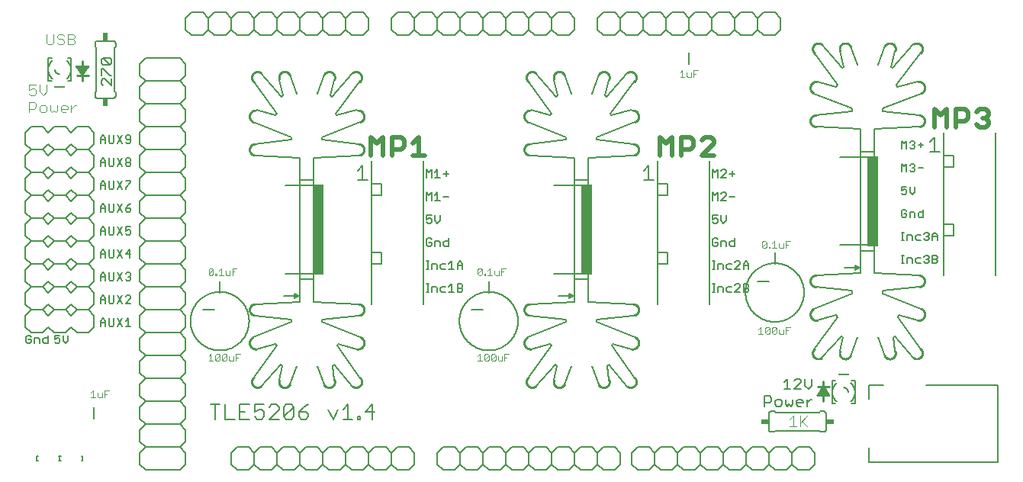
<source format=gbr>
G04 EAGLE Gerber RS-274X export*
G75*
%MOMM*%
%FSLAX34Y34*%
%LPD*%
%AMOC8*
5,1,8,0,0,1.08239X$1,22.5*%
G01*
%ADD10C,0.152400*%
%ADD11C,0.508000*%
%ADD12C,0.101600*%
%ADD13C,0.254000*%
%ADD14R,1.270000X0.127000*%
%ADD15R,0.609600X0.863600*%
%ADD16C,0.127000*%
%ADD17C,0.203200*%
%ADD18R,0.863600X0.609600*%
%ADD19R,1.275000X10.000000*%
%ADD20C,0.017778*%
%ADD21C,0.177800*%
%ADD22C,0.076200*%

G36*
X76278Y449589D02*
X76278Y449589D01*
X76330Y449587D01*
X76435Y449612D01*
X76543Y449628D01*
X76590Y449648D01*
X76639Y449659D01*
X76736Y449709D01*
X76836Y449751D01*
X76876Y449782D01*
X76922Y449806D01*
X77003Y449878D01*
X77089Y449944D01*
X77120Y449984D01*
X77158Y450018D01*
X77256Y450146D01*
X83606Y459671D01*
X83612Y459684D01*
X83621Y459694D01*
X83683Y459825D01*
X83748Y459956D01*
X83751Y459969D01*
X83757Y459982D01*
X83784Y460125D01*
X83815Y460267D01*
X83814Y460281D01*
X83817Y460295D01*
X83808Y460439D01*
X83802Y460584D01*
X83798Y460598D01*
X83797Y460612D01*
X83752Y460750D01*
X83711Y460889D01*
X83703Y460901D01*
X83699Y460914D01*
X83621Y461037D01*
X83546Y461161D01*
X83536Y461171D01*
X83529Y461183D01*
X83423Y461282D01*
X83320Y461384D01*
X83307Y461391D01*
X83297Y461401D01*
X83170Y461471D01*
X83045Y461544D01*
X83031Y461548D01*
X83019Y461555D01*
X82879Y461591D01*
X82738Y461630D01*
X82724Y461631D01*
X82711Y461634D01*
X82550Y461644D01*
X69850Y461644D01*
X69836Y461642D01*
X69822Y461644D01*
X69679Y461623D01*
X69534Y461604D01*
X69521Y461599D01*
X69507Y461597D01*
X69374Y461541D01*
X69239Y461487D01*
X69227Y461479D01*
X69214Y461474D01*
X69099Y461386D01*
X68981Y461301D01*
X68972Y461290D01*
X68961Y461281D01*
X68871Y461167D01*
X68779Y461056D01*
X68773Y461043D01*
X68764Y461032D01*
X68705Y460899D01*
X68643Y460768D01*
X68640Y460754D01*
X68635Y460741D01*
X68611Y460598D01*
X68583Y460456D01*
X68584Y460441D01*
X68582Y460428D01*
X68594Y460283D01*
X68603Y460138D01*
X68607Y460125D01*
X68609Y460111D01*
X68657Y459973D01*
X68701Y459836D01*
X68709Y459824D01*
X68713Y459810D01*
X68794Y459671D01*
X75144Y450146D01*
X75177Y450107D01*
X75204Y450064D01*
X75281Y449988D01*
X75352Y449906D01*
X75394Y449877D01*
X75430Y449841D01*
X75524Y449786D01*
X75614Y449724D01*
X75661Y449707D01*
X75705Y449681D01*
X75810Y449652D01*
X75912Y449614D01*
X75962Y449609D01*
X76012Y449595D01*
X76120Y449592D01*
X76228Y449581D01*
X76278Y449589D01*
G37*
G36*
X904889Y93983D02*
X904889Y93983D01*
X904903Y93981D01*
X905046Y94002D01*
X905191Y94021D01*
X905204Y94026D01*
X905218Y94028D01*
X905351Y94084D01*
X905486Y94138D01*
X905498Y94146D01*
X905511Y94151D01*
X905626Y94239D01*
X905744Y94324D01*
X905753Y94335D01*
X905764Y94344D01*
X905854Y94458D01*
X905946Y94569D01*
X905952Y94582D01*
X905961Y94593D01*
X906020Y94727D01*
X906082Y94857D01*
X906085Y94871D01*
X906090Y94884D01*
X906115Y95028D01*
X906142Y95170D01*
X906141Y95184D01*
X906143Y95198D01*
X906131Y95342D01*
X906122Y95487D01*
X906118Y95500D01*
X906116Y95514D01*
X906069Y95652D01*
X906024Y95789D01*
X906016Y95801D01*
X906012Y95815D01*
X905931Y95954D01*
X899581Y105479D01*
X899548Y105518D01*
X899521Y105561D01*
X899444Y105637D01*
X899373Y105719D01*
X899331Y105748D01*
X899295Y105784D01*
X899201Y105839D01*
X899112Y105901D01*
X899064Y105918D01*
X899020Y105944D01*
X898915Y105973D01*
X898813Y106011D01*
X898763Y106016D01*
X898713Y106030D01*
X898605Y106033D01*
X898497Y106044D01*
X898447Y106036D01*
X898396Y106038D01*
X898290Y106013D01*
X898182Y105997D01*
X898136Y105977D01*
X898086Y105966D01*
X897989Y105916D01*
X897889Y105874D01*
X897849Y105843D01*
X897803Y105819D01*
X897722Y105747D01*
X897636Y105681D01*
X897605Y105641D01*
X897567Y105607D01*
X897469Y105479D01*
X891119Y95954D01*
X891113Y95941D01*
X891104Y95931D01*
X891042Y95800D01*
X890977Y95669D01*
X890974Y95656D01*
X890968Y95643D01*
X890941Y95500D01*
X890910Y95358D01*
X890911Y95344D01*
X890908Y95331D01*
X890917Y95186D01*
X890923Y95041D01*
X890927Y95027D01*
X890928Y95013D01*
X890973Y94875D01*
X891014Y94736D01*
X891022Y94724D01*
X891026Y94711D01*
X891104Y94588D01*
X891179Y94464D01*
X891189Y94454D01*
X891196Y94442D01*
X891302Y94343D01*
X891405Y94241D01*
X891418Y94234D01*
X891428Y94224D01*
X891555Y94154D01*
X891680Y94081D01*
X891694Y94077D01*
X891706Y94070D01*
X891846Y94034D01*
X891987Y93995D01*
X892001Y93994D01*
X892014Y93991D01*
X892175Y93981D01*
X904875Y93981D01*
X904889Y93983D01*
G37*
D10*
X96012Y172212D02*
X96012Y177974D01*
X98893Y180855D01*
X101774Y177974D01*
X101774Y172212D01*
X101774Y176534D02*
X96012Y176534D01*
X105367Y173653D02*
X105367Y180855D01*
X105367Y173653D02*
X106808Y172212D01*
X109689Y172212D01*
X111129Y173653D01*
X111129Y180855D01*
X114722Y180855D02*
X120485Y172212D01*
X114722Y172212D02*
X120485Y180855D01*
X124078Y177974D02*
X126959Y180855D01*
X126959Y172212D01*
X124078Y172212D02*
X129840Y172212D01*
X96012Y197612D02*
X96012Y203374D01*
X98893Y206255D01*
X101774Y203374D01*
X101774Y197612D01*
X101774Y201934D02*
X96012Y201934D01*
X105367Y199053D02*
X105367Y206255D01*
X105367Y199053D02*
X106808Y197612D01*
X109689Y197612D01*
X111129Y199053D01*
X111129Y206255D01*
X114722Y206255D02*
X120485Y197612D01*
X114722Y197612D02*
X120485Y206255D01*
X124078Y197612D02*
X129840Y197612D01*
X124078Y197612D02*
X129840Y203374D01*
X129840Y204815D01*
X128399Y206255D01*
X125518Y206255D01*
X124078Y204815D01*
X96012Y223012D02*
X96012Y228774D01*
X98893Y231655D01*
X101774Y228774D01*
X101774Y223012D01*
X101774Y227334D02*
X96012Y227334D01*
X105367Y224453D02*
X105367Y231655D01*
X105367Y224453D02*
X106808Y223012D01*
X109689Y223012D01*
X111129Y224453D01*
X111129Y231655D01*
X114722Y231655D02*
X120485Y223012D01*
X114722Y223012D02*
X120485Y231655D01*
X124078Y230215D02*
X125518Y231655D01*
X128399Y231655D01*
X129840Y230215D01*
X129840Y228774D01*
X128399Y227334D01*
X126959Y227334D01*
X128399Y227334D02*
X129840Y225893D01*
X129840Y224453D01*
X128399Y223012D01*
X125518Y223012D01*
X124078Y224453D01*
X96012Y248412D02*
X96012Y254174D01*
X98893Y257055D01*
X101774Y254174D01*
X101774Y248412D01*
X101774Y252734D02*
X96012Y252734D01*
X105367Y249853D02*
X105367Y257055D01*
X105367Y249853D02*
X106808Y248412D01*
X109689Y248412D01*
X111129Y249853D01*
X111129Y257055D01*
X114722Y257055D02*
X120485Y248412D01*
X114722Y248412D02*
X120485Y257055D01*
X128399Y257055D02*
X128399Y248412D01*
X124078Y252734D02*
X128399Y257055D01*
X129840Y252734D02*
X124078Y252734D01*
X96012Y299212D02*
X96012Y304974D01*
X98893Y307855D01*
X101774Y304974D01*
X101774Y299212D01*
X101774Y303534D02*
X96012Y303534D01*
X105367Y300653D02*
X105367Y307855D01*
X105367Y300653D02*
X106808Y299212D01*
X109689Y299212D01*
X111129Y300653D01*
X111129Y307855D01*
X114722Y307855D02*
X120485Y299212D01*
X114722Y299212D02*
X120485Y307855D01*
X126959Y306415D02*
X129840Y307855D01*
X126959Y306415D02*
X124078Y303534D01*
X124078Y300653D01*
X125518Y299212D01*
X128399Y299212D01*
X129840Y300653D01*
X129840Y302093D01*
X128399Y303534D01*
X124078Y303534D01*
X96012Y279574D02*
X96012Y273812D01*
X96012Y279574D02*
X98893Y282455D01*
X101774Y279574D01*
X101774Y273812D01*
X101774Y278134D02*
X96012Y278134D01*
X105367Y275253D02*
X105367Y282455D01*
X105367Y275253D02*
X106808Y273812D01*
X109689Y273812D01*
X111129Y275253D01*
X111129Y282455D01*
X114722Y282455D02*
X120485Y273812D01*
X114722Y273812D02*
X120485Y282455D01*
X124078Y282455D02*
X129840Y282455D01*
X124078Y282455D02*
X124078Y278134D01*
X126959Y279574D01*
X128399Y279574D01*
X129840Y278134D01*
X129840Y275253D01*
X128399Y273812D01*
X125518Y273812D01*
X124078Y275253D01*
X223339Y85251D02*
X223339Y68981D01*
X217916Y85251D02*
X228763Y85251D01*
X234288Y85251D02*
X234288Y68981D01*
X245134Y68981D01*
X250659Y85251D02*
X261506Y85251D01*
X250659Y85251D02*
X250659Y68981D01*
X261506Y68981D01*
X256082Y77116D02*
X250659Y77116D01*
X267031Y85251D02*
X277877Y85251D01*
X267031Y85251D02*
X267031Y77116D01*
X272454Y79827D01*
X275166Y79827D01*
X277877Y77116D01*
X277877Y71692D01*
X275166Y68981D01*
X269742Y68981D01*
X267031Y71692D01*
X283402Y68981D02*
X294249Y68981D01*
X294249Y79827D02*
X283402Y68981D01*
X294249Y79827D02*
X294249Y82539D01*
X291537Y85251D01*
X286114Y85251D01*
X283402Y82539D01*
X299774Y82539D02*
X299774Y71692D01*
X299774Y82539D02*
X302485Y85251D01*
X307909Y85251D01*
X310620Y82539D01*
X310620Y71692D01*
X307909Y68981D01*
X302485Y68981D01*
X299774Y71692D01*
X310620Y82539D01*
X321569Y82539D02*
X326992Y85251D01*
X321569Y82539D02*
X316145Y77116D01*
X316145Y71692D01*
X318857Y68981D01*
X324280Y68981D01*
X326992Y71692D01*
X326992Y74404D01*
X324280Y77116D01*
X316145Y77116D01*
X348888Y79827D02*
X354312Y68981D01*
X359735Y79827D01*
X365260Y79827D02*
X370683Y85251D01*
X370683Y68981D01*
X365260Y68981D02*
X376107Y68981D01*
X381632Y68981D02*
X381632Y71692D01*
X384343Y71692D01*
X384343Y68981D01*
X381632Y68981D01*
X397952Y68981D02*
X397952Y85251D01*
X389817Y77116D01*
X400664Y77116D01*
X854680Y109819D02*
X858409Y113548D01*
X858409Y102362D01*
X862137Y102362D02*
X854680Y102362D01*
X866374Y102362D02*
X873831Y102362D01*
X866374Y102362D02*
X873831Y109819D01*
X873831Y111683D01*
X871967Y113548D01*
X868238Y113548D01*
X866374Y111683D01*
X878068Y113548D02*
X878068Y106091D01*
X881796Y102362D01*
X885525Y106091D01*
X885525Y113548D01*
X833241Y94498D02*
X833241Y83312D01*
X833241Y94498D02*
X838834Y94498D01*
X840698Y92633D01*
X840698Y88905D01*
X838834Y87041D01*
X833241Y87041D01*
X846799Y83312D02*
X850528Y83312D01*
X852392Y85176D01*
X852392Y88905D01*
X850528Y90769D01*
X846799Y90769D01*
X844935Y88905D01*
X844935Y85176D01*
X846799Y83312D01*
X856629Y85176D02*
X856629Y90769D01*
X856629Y85176D02*
X858493Y83312D01*
X860357Y85176D01*
X862222Y83312D01*
X864086Y85176D01*
X864086Y90769D01*
X870187Y83312D02*
X873916Y83312D01*
X870187Y83312D02*
X868323Y85176D01*
X868323Y88905D01*
X870187Y90769D01*
X873916Y90769D01*
X875780Y88905D01*
X875780Y87041D01*
X868323Y87041D01*
X880017Y90769D02*
X880017Y83312D01*
X880017Y87041D02*
X883745Y90769D01*
X885610Y90769D01*
D11*
X396240Y361315D02*
X396240Y381652D01*
X403019Y374873D01*
X409798Y381652D01*
X409798Y361315D01*
X419628Y361315D02*
X419628Y381652D01*
X429797Y381652D01*
X433186Y378263D01*
X433186Y371484D01*
X429797Y368094D01*
X419628Y368094D01*
X443016Y374873D02*
X449795Y381652D01*
X449795Y361315D01*
X443016Y361315D02*
X456574Y361315D01*
X716915Y361315D02*
X716915Y381652D01*
X723694Y374873D01*
X730473Y381652D01*
X730473Y361315D01*
X740303Y361315D02*
X740303Y381652D01*
X750472Y381652D01*
X753861Y378263D01*
X753861Y371484D01*
X750472Y368094D01*
X740303Y368094D01*
X763691Y361315D02*
X777249Y361315D01*
X763691Y361315D02*
X777249Y374873D01*
X777249Y378263D01*
X773860Y381652D01*
X767081Y381652D01*
X763691Y378263D01*
X1021715Y393065D02*
X1021715Y413402D01*
X1028494Y406623D01*
X1035273Y413402D01*
X1035273Y393065D01*
X1045103Y393065D02*
X1045103Y413402D01*
X1055272Y413402D01*
X1058661Y410013D01*
X1058661Y403234D01*
X1055272Y399844D01*
X1045103Y399844D01*
X1068491Y410013D02*
X1071881Y413402D01*
X1078660Y413402D01*
X1082049Y410013D01*
X1082049Y406623D01*
X1078660Y403234D01*
X1075270Y403234D01*
X1078660Y403234D02*
X1082049Y399844D01*
X1082049Y396455D01*
X1078660Y393065D01*
X1071881Y393065D01*
X1068491Y396455D01*
D10*
X387185Y350407D02*
X381762Y344984D01*
X387185Y350407D02*
X387185Y334137D01*
X381762Y334137D02*
X392609Y334137D01*
X699262Y344984D02*
X704685Y350407D01*
X704685Y334137D01*
X699262Y334137D02*
X710109Y334137D01*
X1016762Y376734D02*
X1022185Y382157D01*
X1022185Y365887D01*
X1016762Y365887D02*
X1027609Y365887D01*
X96012Y330374D02*
X96012Y324612D01*
X96012Y330374D02*
X98893Y333255D01*
X101774Y330374D01*
X101774Y324612D01*
X101774Y328934D02*
X96012Y328934D01*
X105367Y326053D02*
X105367Y333255D01*
X105367Y326053D02*
X106808Y324612D01*
X109689Y324612D01*
X111129Y326053D01*
X111129Y333255D01*
X114722Y333255D02*
X120485Y324612D01*
X114722Y324612D02*
X120485Y333255D01*
X124078Y333255D02*
X129840Y333255D01*
X129840Y331815D01*
X124078Y326053D01*
X124078Y324612D01*
X96012Y350012D02*
X96012Y355774D01*
X98893Y358655D01*
X101774Y355774D01*
X101774Y350012D01*
X101774Y354334D02*
X96012Y354334D01*
X105367Y351453D02*
X105367Y358655D01*
X105367Y351453D02*
X106808Y350012D01*
X109689Y350012D01*
X111129Y351453D01*
X111129Y358655D01*
X114722Y358655D02*
X120485Y350012D01*
X114722Y350012D02*
X120485Y358655D01*
X124078Y357215D02*
X125518Y358655D01*
X128399Y358655D01*
X129840Y357215D01*
X129840Y355774D01*
X128399Y354334D01*
X129840Y352893D01*
X129840Y351453D01*
X128399Y350012D01*
X125518Y350012D01*
X124078Y351453D01*
X124078Y352893D01*
X125518Y354334D01*
X124078Y355774D01*
X124078Y357215D01*
X125518Y354334D02*
X128399Y354334D01*
X96012Y375412D02*
X96012Y381174D01*
X98893Y384055D01*
X101774Y381174D01*
X101774Y375412D01*
X101774Y379734D02*
X96012Y379734D01*
X105367Y376853D02*
X105367Y384055D01*
X105367Y376853D02*
X106808Y375412D01*
X109689Y375412D01*
X111129Y376853D01*
X111129Y384055D01*
X114722Y384055D02*
X120485Y375412D01*
X114722Y375412D02*
X120485Y384055D01*
X124078Y376853D02*
X125518Y375412D01*
X128399Y375412D01*
X129840Y376853D01*
X129840Y382615D01*
X128399Y384055D01*
X125518Y384055D01*
X124078Y382615D01*
X124078Y381174D01*
X125518Y379734D01*
X129840Y379734D01*
X50974Y161805D02*
X45212Y161805D01*
X45212Y157484D01*
X48093Y158924D01*
X49534Y158924D01*
X50974Y157484D01*
X50974Y154603D01*
X49534Y153162D01*
X46653Y153162D01*
X45212Y154603D01*
X54567Y156043D02*
X54567Y161805D01*
X54567Y156043D02*
X57448Y153162D01*
X60329Y156043D01*
X60329Y161805D01*
X19224Y160365D02*
X17784Y161805D01*
X14903Y161805D01*
X13462Y160365D01*
X13462Y154603D01*
X14903Y153162D01*
X17784Y153162D01*
X19224Y154603D01*
X19224Y157484D01*
X16343Y157484D01*
X22817Y158924D02*
X22817Y153162D01*
X22817Y158924D02*
X27139Y158924D01*
X28579Y157484D01*
X28579Y153162D01*
X37935Y153162D02*
X37935Y161805D01*
X37935Y153162D02*
X33613Y153162D01*
X32172Y154603D01*
X32172Y157484D01*
X33613Y158924D01*
X37935Y158924D01*
D12*
X24727Y440303D02*
X16931Y440303D01*
X16931Y434456D01*
X20829Y436405D01*
X22778Y436405D01*
X24727Y434456D01*
X24727Y430558D01*
X22778Y428609D01*
X18880Y428609D01*
X16931Y430558D01*
X28625Y432507D02*
X28625Y440303D01*
X28625Y432507D02*
X32523Y428609D01*
X36421Y432507D01*
X36421Y440303D01*
X16931Y421253D02*
X16931Y409559D01*
X16931Y421253D02*
X22778Y421253D01*
X24727Y419304D01*
X24727Y415406D01*
X22778Y413457D01*
X16931Y413457D01*
X30574Y409559D02*
X34472Y409559D01*
X36421Y411508D01*
X36421Y415406D01*
X34472Y417355D01*
X30574Y417355D01*
X28625Y415406D01*
X28625Y411508D01*
X30574Y409559D01*
X40319Y411508D02*
X40319Y417355D01*
X40319Y411508D02*
X42268Y409559D01*
X44217Y411508D01*
X46166Y409559D01*
X48115Y411508D01*
X48115Y417355D01*
X53962Y409559D02*
X57860Y409559D01*
X53962Y409559D02*
X52013Y411508D01*
X52013Y415406D01*
X53962Y417355D01*
X57860Y417355D01*
X59809Y415406D01*
X59809Y413457D01*
X52013Y413457D01*
X63707Y409559D02*
X63707Y417355D01*
X63707Y413457D02*
X67605Y417355D01*
X69554Y417355D01*
D13*
X76200Y444500D02*
X76200Y466725D01*
X69850Y450850D02*
X82550Y450850D01*
X898525Y111125D02*
X898525Y88900D01*
X904875Y104775D02*
X892175Y104775D01*
D10*
X457962Y337312D02*
X457962Y345955D01*
X460843Y343074D01*
X463724Y345955D01*
X463724Y337312D01*
X467317Y343074D02*
X470198Y345955D01*
X470198Y337312D01*
X467317Y337312D02*
X473079Y337312D01*
X476672Y341634D02*
X482435Y341634D01*
X479554Y344515D02*
X479554Y338753D01*
X457962Y320555D02*
X457962Y311912D01*
X460843Y317674D02*
X457962Y320555D01*
X460843Y317674D02*
X463724Y320555D01*
X463724Y311912D01*
X467317Y317674D02*
X470198Y320555D01*
X470198Y311912D01*
X467317Y311912D02*
X473079Y311912D01*
X476672Y316234D02*
X482435Y316234D01*
X462284Y269755D02*
X463724Y268315D01*
X462284Y269755D02*
X459403Y269755D01*
X457962Y268315D01*
X457962Y262553D01*
X459403Y261112D01*
X462284Y261112D01*
X463724Y262553D01*
X463724Y265434D01*
X460843Y265434D01*
X467317Y266874D02*
X467317Y261112D01*
X467317Y266874D02*
X471639Y266874D01*
X473079Y265434D01*
X473079Y261112D01*
X482435Y261112D02*
X482435Y269755D01*
X482435Y261112D02*
X478113Y261112D01*
X476672Y262553D01*
X476672Y265434D01*
X478113Y266874D01*
X482435Y266874D01*
X463724Y295155D02*
X457962Y295155D01*
X457962Y290834D01*
X460843Y292274D01*
X462284Y292274D01*
X463724Y290834D01*
X463724Y287953D01*
X462284Y286512D01*
X459403Y286512D01*
X457962Y287953D01*
X467317Y289393D02*
X467317Y295155D01*
X467317Y289393D02*
X470198Y286512D01*
X473079Y289393D01*
X473079Y295155D01*
X460843Y235712D02*
X457962Y235712D01*
X459403Y235712D02*
X459403Y244355D01*
X460843Y244355D02*
X457962Y244355D01*
X464199Y241474D02*
X464199Y235712D01*
X464199Y241474D02*
X468520Y241474D01*
X469961Y240034D01*
X469961Y235712D01*
X474995Y241474D02*
X479316Y241474D01*
X474995Y241474D02*
X473554Y240034D01*
X473554Y237153D01*
X474995Y235712D01*
X479316Y235712D01*
X482909Y241474D02*
X485790Y244355D01*
X485790Y235712D01*
X482909Y235712D02*
X488671Y235712D01*
X492264Y235712D02*
X492264Y241474D01*
X495145Y244355D01*
X498027Y241474D01*
X498027Y235712D01*
X498027Y240034D02*
X492264Y240034D01*
X460843Y210312D02*
X457962Y210312D01*
X459403Y210312D02*
X459403Y218955D01*
X460843Y218955D02*
X457962Y218955D01*
X464199Y216074D02*
X464199Y210312D01*
X464199Y216074D02*
X468520Y216074D01*
X469961Y214634D01*
X469961Y210312D01*
X474995Y216074D02*
X479316Y216074D01*
X474995Y216074D02*
X473554Y214634D01*
X473554Y211753D01*
X474995Y210312D01*
X479316Y210312D01*
X482909Y216074D02*
X485790Y218955D01*
X485790Y210312D01*
X482909Y210312D02*
X488671Y210312D01*
X492264Y210312D02*
X492264Y218955D01*
X496586Y218955D01*
X498027Y217515D01*
X498027Y216074D01*
X496586Y214634D01*
X498027Y213193D01*
X498027Y211753D01*
X496586Y210312D01*
X492264Y210312D01*
X492264Y214634D02*
X496586Y214634D01*
X775462Y337312D02*
X775462Y345955D01*
X778343Y343074D01*
X781224Y345955D01*
X781224Y337312D01*
X784817Y337312D02*
X790579Y337312D01*
X784817Y337312D02*
X790579Y343074D01*
X790579Y344515D01*
X789139Y345955D01*
X786258Y345955D01*
X784817Y344515D01*
X794172Y341634D02*
X799935Y341634D01*
X797054Y344515D02*
X797054Y338753D01*
X775462Y320555D02*
X775462Y311912D01*
X778343Y317674D02*
X775462Y320555D01*
X778343Y317674D02*
X781224Y320555D01*
X781224Y311912D01*
X784817Y311912D02*
X790579Y311912D01*
X784817Y311912D02*
X790579Y317674D01*
X790579Y319115D01*
X789139Y320555D01*
X786258Y320555D01*
X784817Y319115D01*
X794172Y316234D02*
X799935Y316234D01*
X779784Y269755D02*
X781224Y268315D01*
X779784Y269755D02*
X776903Y269755D01*
X775462Y268315D01*
X775462Y262553D01*
X776903Y261112D01*
X779784Y261112D01*
X781224Y262553D01*
X781224Y265434D01*
X778343Y265434D01*
X784817Y266874D02*
X784817Y261112D01*
X784817Y266874D02*
X789139Y266874D01*
X790579Y265434D01*
X790579Y261112D01*
X799935Y261112D02*
X799935Y269755D01*
X799935Y261112D02*
X795613Y261112D01*
X794172Y262553D01*
X794172Y265434D01*
X795613Y266874D01*
X799935Y266874D01*
X781224Y295155D02*
X775462Y295155D01*
X775462Y290834D01*
X778343Y292274D01*
X779784Y292274D01*
X781224Y290834D01*
X781224Y287953D01*
X779784Y286512D01*
X776903Y286512D01*
X775462Y287953D01*
X784817Y289393D02*
X784817Y295155D01*
X784817Y289393D02*
X787698Y286512D01*
X790579Y289393D01*
X790579Y295155D01*
X778343Y235712D02*
X775462Y235712D01*
X776903Y235712D02*
X776903Y244355D01*
X778343Y244355D02*
X775462Y244355D01*
X781699Y241474D02*
X781699Y235712D01*
X781699Y241474D02*
X786020Y241474D01*
X787461Y240034D01*
X787461Y235712D01*
X792495Y241474D02*
X796816Y241474D01*
X792495Y241474D02*
X791054Y240034D01*
X791054Y237153D01*
X792495Y235712D01*
X796816Y235712D01*
X800409Y235712D02*
X806171Y235712D01*
X800409Y235712D02*
X806171Y241474D01*
X806171Y242915D01*
X804731Y244355D01*
X801850Y244355D01*
X800409Y242915D01*
X809764Y241474D02*
X809764Y235712D01*
X809764Y241474D02*
X812645Y244355D01*
X815527Y241474D01*
X815527Y235712D01*
X815527Y240034D02*
X809764Y240034D01*
X778343Y210312D02*
X775462Y210312D01*
X776903Y210312D02*
X776903Y218955D01*
X778343Y218955D02*
X775462Y218955D01*
X781699Y216074D02*
X781699Y210312D01*
X781699Y216074D02*
X786020Y216074D01*
X787461Y214634D01*
X787461Y210312D01*
X792495Y216074D02*
X796816Y216074D01*
X792495Y216074D02*
X791054Y214634D01*
X791054Y211753D01*
X792495Y210312D01*
X796816Y210312D01*
X800409Y210312D02*
X806171Y210312D01*
X800409Y210312D02*
X806171Y216074D01*
X806171Y217515D01*
X804731Y218955D01*
X801850Y218955D01*
X800409Y217515D01*
X809764Y218955D02*
X809764Y210312D01*
X809764Y218955D02*
X814086Y218955D01*
X815527Y217515D01*
X815527Y216074D01*
X814086Y214634D01*
X815527Y213193D01*
X815527Y211753D01*
X814086Y210312D01*
X809764Y210312D01*
X809764Y214634D02*
X814086Y214634D01*
X985012Y369062D02*
X985012Y377705D01*
X987893Y374824D01*
X990774Y377705D01*
X990774Y369062D01*
X994367Y376265D02*
X995808Y377705D01*
X998689Y377705D01*
X1000129Y376265D01*
X1000129Y374824D01*
X998689Y373384D01*
X997248Y373384D01*
X998689Y373384D02*
X1000129Y371943D01*
X1000129Y370503D01*
X998689Y369062D01*
X995808Y369062D01*
X994367Y370503D01*
X1003722Y373384D02*
X1009485Y373384D01*
X1006604Y376265D02*
X1006604Y370503D01*
X985012Y352305D02*
X985012Y343662D01*
X987893Y349424D02*
X985012Y352305D01*
X987893Y349424D02*
X990774Y352305D01*
X990774Y343662D01*
X994367Y350865D02*
X995808Y352305D01*
X998689Y352305D01*
X1000129Y350865D01*
X1000129Y349424D01*
X998689Y347984D01*
X997248Y347984D01*
X998689Y347984D02*
X1000129Y346543D01*
X1000129Y345103D01*
X998689Y343662D01*
X995808Y343662D01*
X994367Y345103D01*
X1003722Y347984D02*
X1009485Y347984D01*
X989334Y301505D02*
X990774Y300065D01*
X989334Y301505D02*
X986453Y301505D01*
X985012Y300065D01*
X985012Y294303D01*
X986453Y292862D01*
X989334Y292862D01*
X990774Y294303D01*
X990774Y297184D01*
X987893Y297184D01*
X994367Y298624D02*
X994367Y292862D01*
X994367Y298624D02*
X998689Y298624D01*
X1000129Y297184D01*
X1000129Y292862D01*
X1009485Y292862D02*
X1009485Y301505D01*
X1009485Y292862D02*
X1005163Y292862D01*
X1003722Y294303D01*
X1003722Y297184D01*
X1005163Y298624D01*
X1009485Y298624D01*
X990774Y326905D02*
X985012Y326905D01*
X985012Y322584D01*
X987893Y324024D01*
X989334Y324024D01*
X990774Y322584D01*
X990774Y319703D01*
X989334Y318262D01*
X986453Y318262D01*
X985012Y319703D01*
X994367Y321143D02*
X994367Y326905D01*
X994367Y321143D02*
X997248Y318262D01*
X1000129Y321143D01*
X1000129Y326905D01*
X987893Y267462D02*
X985012Y267462D01*
X986453Y267462D02*
X986453Y276105D01*
X987893Y276105D02*
X985012Y276105D01*
X991249Y273224D02*
X991249Y267462D01*
X991249Y273224D02*
X995570Y273224D01*
X997011Y271784D01*
X997011Y267462D01*
X1002045Y273224D02*
X1006366Y273224D01*
X1002045Y273224D02*
X1000604Y271784D01*
X1000604Y268903D01*
X1002045Y267462D01*
X1006366Y267462D01*
X1009959Y274665D02*
X1011400Y276105D01*
X1014281Y276105D01*
X1015721Y274665D01*
X1015721Y273224D01*
X1014281Y271784D01*
X1012840Y271784D01*
X1014281Y271784D02*
X1015721Y270343D01*
X1015721Y268903D01*
X1014281Y267462D01*
X1011400Y267462D01*
X1009959Y268903D01*
X1019314Y267462D02*
X1019314Y273224D01*
X1022195Y276105D01*
X1025077Y273224D01*
X1025077Y267462D01*
X1025077Y271784D02*
X1019314Y271784D01*
X987893Y242062D02*
X985012Y242062D01*
X986453Y242062D02*
X986453Y250705D01*
X987893Y250705D02*
X985012Y250705D01*
X991249Y247824D02*
X991249Y242062D01*
X991249Y247824D02*
X995570Y247824D01*
X997011Y246384D01*
X997011Y242062D01*
X1002045Y247824D02*
X1006366Y247824D01*
X1002045Y247824D02*
X1000604Y246384D01*
X1000604Y243503D01*
X1002045Y242062D01*
X1006366Y242062D01*
X1009959Y249265D02*
X1011400Y250705D01*
X1014281Y250705D01*
X1015721Y249265D01*
X1015721Y247824D01*
X1014281Y246384D01*
X1012840Y246384D01*
X1014281Y246384D02*
X1015721Y244943D01*
X1015721Y243503D01*
X1014281Y242062D01*
X1011400Y242062D01*
X1009959Y243503D01*
X1019314Y242062D02*
X1019314Y250705D01*
X1023636Y250705D01*
X1025077Y249265D01*
X1025077Y247824D01*
X1023636Y246384D01*
X1025077Y244943D01*
X1025077Y243503D01*
X1023636Y242062D01*
X1019314Y242062D01*
X1019314Y246384D02*
X1023636Y246384D01*
X641350Y38100D02*
X628650Y38100D01*
X641350Y38100D02*
X647700Y31750D01*
X647700Y19050D01*
X641350Y12700D01*
X603250Y38100D02*
X596900Y31750D01*
X603250Y38100D02*
X615950Y38100D01*
X622300Y31750D01*
X622300Y19050D01*
X615950Y12700D01*
X603250Y12700D01*
X596900Y19050D01*
X622300Y31750D02*
X628650Y38100D01*
X622300Y19050D02*
X628650Y12700D01*
X641350Y12700D01*
X565150Y38100D02*
X552450Y38100D01*
X565150Y38100D02*
X571500Y31750D01*
X571500Y19050D01*
X565150Y12700D01*
X571500Y31750D02*
X577850Y38100D01*
X590550Y38100D01*
X596900Y31750D01*
X596900Y19050D01*
X590550Y12700D01*
X577850Y12700D01*
X571500Y19050D01*
X527050Y38100D02*
X520700Y31750D01*
X527050Y38100D02*
X539750Y38100D01*
X546100Y31750D01*
X546100Y19050D01*
X539750Y12700D01*
X527050Y12700D01*
X520700Y19050D01*
X546100Y31750D02*
X552450Y38100D01*
X546100Y19050D02*
X552450Y12700D01*
X565150Y12700D01*
X488950Y38100D02*
X476250Y38100D01*
X488950Y38100D02*
X495300Y31750D01*
X495300Y19050D01*
X488950Y12700D01*
X495300Y31750D02*
X501650Y38100D01*
X514350Y38100D01*
X520700Y31750D01*
X520700Y19050D01*
X514350Y12700D01*
X501650Y12700D01*
X495300Y19050D01*
X469900Y19050D02*
X469900Y31750D01*
X476250Y38100D01*
X469900Y19050D02*
X476250Y12700D01*
X488950Y12700D01*
X654050Y38100D02*
X666750Y38100D01*
X673100Y31750D01*
X673100Y19050D01*
X666750Y12700D01*
X647700Y31750D02*
X654050Y38100D01*
X647700Y19050D02*
X654050Y12700D01*
X666750Y12700D01*
X844550Y38100D02*
X857250Y38100D01*
X863600Y31750D01*
X863600Y19050D01*
X857250Y12700D01*
X819150Y38100D02*
X812800Y31750D01*
X819150Y38100D02*
X831850Y38100D01*
X838200Y31750D01*
X838200Y19050D01*
X831850Y12700D01*
X819150Y12700D01*
X812800Y19050D01*
X838200Y31750D02*
X844550Y38100D01*
X838200Y19050D02*
X844550Y12700D01*
X857250Y12700D01*
X781050Y38100D02*
X768350Y38100D01*
X781050Y38100D02*
X787400Y31750D01*
X787400Y19050D01*
X781050Y12700D01*
X787400Y31750D02*
X793750Y38100D01*
X806450Y38100D01*
X812800Y31750D01*
X812800Y19050D01*
X806450Y12700D01*
X793750Y12700D01*
X787400Y19050D01*
X742950Y38100D02*
X736600Y31750D01*
X742950Y38100D02*
X755650Y38100D01*
X762000Y31750D01*
X762000Y19050D01*
X755650Y12700D01*
X742950Y12700D01*
X736600Y19050D01*
X762000Y31750D02*
X768350Y38100D01*
X762000Y19050D02*
X768350Y12700D01*
X781050Y12700D01*
X704850Y38100D02*
X692150Y38100D01*
X704850Y38100D02*
X711200Y31750D01*
X711200Y19050D01*
X704850Y12700D01*
X711200Y31750D02*
X717550Y38100D01*
X730250Y38100D01*
X736600Y31750D01*
X736600Y19050D01*
X730250Y12700D01*
X717550Y12700D01*
X711200Y19050D01*
X685800Y19050D02*
X685800Y31750D01*
X692150Y38100D01*
X685800Y19050D02*
X692150Y12700D01*
X704850Y12700D01*
X869950Y38100D02*
X882650Y38100D01*
X889000Y31750D01*
X889000Y19050D01*
X882650Y12700D01*
X863600Y31750D02*
X869950Y38100D01*
X863600Y19050D02*
X869950Y12700D01*
X882650Y12700D01*
X412750Y38100D02*
X400050Y38100D01*
X412750Y38100D02*
X419100Y31750D01*
X419100Y19050D01*
X412750Y12700D01*
X374650Y38100D02*
X368300Y31750D01*
X374650Y38100D02*
X387350Y38100D01*
X393700Y31750D01*
X393700Y19050D01*
X387350Y12700D01*
X374650Y12700D01*
X368300Y19050D01*
X393700Y31750D02*
X400050Y38100D01*
X393700Y19050D02*
X400050Y12700D01*
X412750Y12700D01*
X336550Y38100D02*
X323850Y38100D01*
X336550Y38100D02*
X342900Y31750D01*
X342900Y19050D01*
X336550Y12700D01*
X342900Y31750D02*
X349250Y38100D01*
X361950Y38100D01*
X368300Y31750D01*
X368300Y19050D01*
X361950Y12700D01*
X349250Y12700D01*
X342900Y19050D01*
X298450Y38100D02*
X292100Y31750D01*
X298450Y38100D02*
X311150Y38100D01*
X317500Y31750D01*
X317500Y19050D01*
X311150Y12700D01*
X298450Y12700D01*
X292100Y19050D01*
X317500Y31750D02*
X323850Y38100D01*
X317500Y19050D02*
X323850Y12700D01*
X336550Y12700D01*
X260350Y38100D02*
X247650Y38100D01*
X260350Y38100D02*
X266700Y31750D01*
X266700Y19050D01*
X260350Y12700D01*
X266700Y31750D02*
X273050Y38100D01*
X285750Y38100D01*
X292100Y31750D01*
X292100Y19050D01*
X285750Y12700D01*
X273050Y12700D01*
X266700Y19050D01*
X241300Y19050D02*
X241300Y31750D01*
X247650Y38100D01*
X241300Y19050D02*
X247650Y12700D01*
X260350Y12700D01*
X425450Y38100D02*
X438150Y38100D01*
X444500Y31750D01*
X444500Y19050D01*
X438150Y12700D01*
X419100Y31750D02*
X425450Y38100D01*
X419100Y19050D02*
X425450Y12700D01*
X438150Y12700D01*
X38100Y457200D02*
X38100Y469900D01*
X38100Y457200D02*
X38100Y444500D01*
X63500Y444500D02*
X63500Y457200D01*
X63500Y469900D01*
X41910Y444500D02*
X38100Y444500D01*
X59690Y444500D02*
X63500Y444500D01*
X63500Y469900D02*
X59690Y469900D01*
X41910Y469900D02*
X38100Y469900D01*
X63500Y457200D02*
X63496Y456893D01*
X63485Y456585D01*
X63467Y456278D01*
X63440Y455972D01*
X63407Y455666D01*
X63366Y455361D01*
X63318Y455058D01*
X63262Y454755D01*
X63200Y454454D01*
X63129Y454155D01*
X63052Y453857D01*
X62968Y453561D01*
X62876Y453268D01*
X62777Y452976D01*
X62671Y452688D01*
X62559Y452402D01*
X62439Y452118D01*
X62312Y451838D01*
X62179Y451561D01*
X62039Y451287D01*
X61893Y451016D01*
X61740Y450750D01*
X61580Y450487D01*
X61415Y450227D01*
X61243Y449972D01*
X61065Y449722D01*
X60881Y449475D01*
X60691Y449233D01*
X60495Y448996D01*
X60293Y448764D01*
X60086Y448537D01*
X59874Y448314D01*
X59656Y448097D01*
X59433Y447885D01*
X59205Y447679D01*
X58972Y447478D01*
X58734Y447283D01*
X63500Y457200D02*
X63496Y457507D01*
X63485Y457815D01*
X63467Y458122D01*
X63440Y458428D01*
X63407Y458734D01*
X63366Y459039D01*
X63318Y459342D01*
X63262Y459645D01*
X63200Y459946D01*
X63129Y460245D01*
X63052Y460543D01*
X62968Y460839D01*
X62876Y461132D01*
X62777Y461424D01*
X62671Y461712D01*
X62559Y461998D01*
X62439Y462282D01*
X62312Y462562D01*
X62179Y462839D01*
X62039Y463113D01*
X61893Y463384D01*
X61740Y463650D01*
X61580Y463913D01*
X61415Y464173D01*
X61243Y464428D01*
X61065Y464678D01*
X60881Y464925D01*
X60691Y465167D01*
X60495Y465404D01*
X60293Y465636D01*
X60086Y465863D01*
X59874Y466086D01*
X59656Y466303D01*
X59433Y466515D01*
X59205Y466721D01*
X58972Y466922D01*
X58734Y467117D01*
X38100Y457200D02*
X38104Y456893D01*
X38115Y456585D01*
X38133Y456278D01*
X38160Y455972D01*
X38193Y455666D01*
X38234Y455361D01*
X38282Y455058D01*
X38338Y454755D01*
X38400Y454454D01*
X38471Y454155D01*
X38548Y453857D01*
X38632Y453561D01*
X38724Y453268D01*
X38823Y452976D01*
X38929Y452688D01*
X39041Y452402D01*
X39161Y452118D01*
X39288Y451838D01*
X39421Y451561D01*
X39561Y451287D01*
X39707Y451016D01*
X39860Y450750D01*
X40020Y450487D01*
X40185Y450227D01*
X40357Y449972D01*
X40535Y449722D01*
X40719Y449475D01*
X40909Y449233D01*
X41105Y448996D01*
X41307Y448764D01*
X41514Y448537D01*
X41726Y448314D01*
X41944Y448097D01*
X42167Y447885D01*
X42395Y447679D01*
X42628Y447478D01*
X42866Y447283D01*
X38100Y457200D02*
X38104Y457507D01*
X38115Y457815D01*
X38133Y458122D01*
X38160Y458428D01*
X38193Y458734D01*
X38234Y459039D01*
X38282Y459342D01*
X38338Y459645D01*
X38400Y459946D01*
X38471Y460245D01*
X38548Y460543D01*
X38632Y460839D01*
X38724Y461132D01*
X38823Y461424D01*
X38929Y461712D01*
X39041Y461998D01*
X39161Y462282D01*
X39288Y462562D01*
X39421Y462839D01*
X39561Y463113D01*
X39707Y463384D01*
X39860Y463650D01*
X40020Y463913D01*
X40185Y464173D01*
X40357Y464428D01*
X40535Y464678D01*
X40719Y464925D01*
X40909Y465167D01*
X41105Y465404D01*
X41307Y465636D01*
X41514Y465863D01*
X41726Y466086D01*
X41944Y466303D01*
X42167Y466515D01*
X42395Y466721D01*
X42628Y466922D01*
X42866Y467117D01*
X45720Y457200D02*
X45722Y457060D01*
X45728Y456920D01*
X45737Y456780D01*
X45751Y456641D01*
X45768Y456502D01*
X45789Y456364D01*
X45814Y456226D01*
X45843Y456089D01*
X45875Y455953D01*
X45912Y455818D01*
X45952Y455684D01*
X45995Y455551D01*
X46043Y455419D01*
X46093Y455288D01*
X46148Y455159D01*
X46206Y455032D01*
X46267Y454906D01*
X46332Y454782D01*
X46401Y454660D01*
X46472Y454540D01*
X46547Y454422D01*
X46625Y454305D01*
X46707Y454191D01*
X46791Y454080D01*
X46879Y453971D01*
X46969Y453864D01*
X47063Y453759D01*
X47159Y453658D01*
X47258Y453559D01*
X47359Y453463D01*
X47464Y453369D01*
X47571Y453279D01*
X47680Y453191D01*
X47791Y453107D01*
X47905Y453025D01*
X48022Y452947D01*
X48140Y452872D01*
X48260Y452801D01*
X48382Y452732D01*
X48506Y452667D01*
X48632Y452606D01*
X48759Y452548D01*
X48888Y452493D01*
X49019Y452443D01*
X49151Y452395D01*
X49284Y452352D01*
X49418Y452312D01*
X49553Y452275D01*
X49689Y452243D01*
X49826Y452214D01*
X49964Y452189D01*
X50102Y452168D01*
X50241Y452151D01*
X50380Y452137D01*
X50520Y452128D01*
X50660Y452122D01*
X50800Y452120D01*
D14*
X50800Y437515D03*
D12*
X36307Y486801D02*
X36307Y496546D01*
X36307Y486801D02*
X38256Y484852D01*
X42154Y484852D01*
X44103Y486801D01*
X44103Y496546D01*
X53848Y496546D02*
X55797Y494597D01*
X53848Y496546D02*
X49950Y496546D01*
X48001Y494597D01*
X48001Y492648D01*
X49950Y490699D01*
X53848Y490699D01*
X55797Y488750D01*
X55797Y486801D01*
X53848Y484852D01*
X49950Y484852D01*
X48001Y486801D01*
X59695Y484852D02*
X59695Y496546D01*
X65542Y496546D01*
X67491Y494597D01*
X67491Y492648D01*
X65542Y490699D01*
X67491Y488750D01*
X67491Y486801D01*
X65542Y484852D01*
X59695Y484852D01*
X59695Y490699D02*
X65542Y490699D01*
D10*
X110490Y488950D02*
X110590Y488948D01*
X110689Y488942D01*
X110789Y488932D01*
X110887Y488919D01*
X110986Y488901D01*
X111083Y488880D01*
X111179Y488855D01*
X111275Y488826D01*
X111369Y488793D01*
X111462Y488757D01*
X111553Y488717D01*
X111643Y488673D01*
X111731Y488626D01*
X111817Y488576D01*
X111901Y488522D01*
X111983Y488465D01*
X112062Y488405D01*
X112140Y488341D01*
X112214Y488275D01*
X112286Y488206D01*
X112355Y488134D01*
X112421Y488060D01*
X112485Y487982D01*
X112545Y487903D01*
X112602Y487821D01*
X112656Y487737D01*
X112706Y487651D01*
X112753Y487563D01*
X112797Y487473D01*
X112837Y487382D01*
X112873Y487289D01*
X112906Y487195D01*
X112935Y487099D01*
X112960Y487003D01*
X112981Y486906D01*
X112999Y486807D01*
X113012Y486709D01*
X113022Y486609D01*
X113028Y486510D01*
X113030Y486410D01*
X92710Y488950D02*
X92610Y488948D01*
X92511Y488942D01*
X92411Y488932D01*
X92313Y488919D01*
X92214Y488901D01*
X92117Y488880D01*
X92021Y488855D01*
X91925Y488826D01*
X91831Y488793D01*
X91738Y488757D01*
X91647Y488717D01*
X91557Y488673D01*
X91469Y488626D01*
X91383Y488576D01*
X91299Y488522D01*
X91217Y488465D01*
X91138Y488405D01*
X91060Y488341D01*
X90986Y488275D01*
X90914Y488206D01*
X90845Y488134D01*
X90779Y488060D01*
X90715Y487982D01*
X90655Y487903D01*
X90598Y487821D01*
X90544Y487737D01*
X90494Y487651D01*
X90447Y487563D01*
X90403Y487473D01*
X90363Y487382D01*
X90327Y487289D01*
X90294Y487195D01*
X90265Y487099D01*
X90240Y487003D01*
X90219Y486906D01*
X90201Y486807D01*
X90188Y486709D01*
X90178Y486609D01*
X90172Y486510D01*
X90170Y486410D01*
X90170Y427990D02*
X90172Y427890D01*
X90178Y427791D01*
X90188Y427691D01*
X90201Y427593D01*
X90219Y427494D01*
X90240Y427397D01*
X90265Y427301D01*
X90294Y427205D01*
X90327Y427111D01*
X90363Y427018D01*
X90403Y426927D01*
X90447Y426837D01*
X90494Y426749D01*
X90544Y426663D01*
X90598Y426579D01*
X90655Y426497D01*
X90715Y426418D01*
X90779Y426340D01*
X90845Y426266D01*
X90914Y426194D01*
X90986Y426125D01*
X91060Y426059D01*
X91138Y425995D01*
X91217Y425935D01*
X91299Y425878D01*
X91383Y425824D01*
X91469Y425774D01*
X91557Y425727D01*
X91647Y425683D01*
X91738Y425643D01*
X91831Y425607D01*
X91925Y425574D01*
X92021Y425545D01*
X92117Y425520D01*
X92214Y425499D01*
X92313Y425481D01*
X92411Y425468D01*
X92511Y425458D01*
X92610Y425452D01*
X92710Y425450D01*
X110490Y425450D02*
X110590Y425452D01*
X110689Y425458D01*
X110789Y425468D01*
X110887Y425481D01*
X110986Y425499D01*
X111083Y425520D01*
X111179Y425545D01*
X111275Y425574D01*
X111369Y425607D01*
X111462Y425643D01*
X111553Y425683D01*
X111643Y425727D01*
X111731Y425774D01*
X111817Y425824D01*
X111901Y425878D01*
X111983Y425935D01*
X112062Y425995D01*
X112140Y426059D01*
X112214Y426125D01*
X112286Y426194D01*
X112355Y426266D01*
X112421Y426340D01*
X112485Y426418D01*
X112545Y426497D01*
X112602Y426579D01*
X112656Y426663D01*
X112706Y426749D01*
X112753Y426837D01*
X112797Y426927D01*
X112837Y427018D01*
X112873Y427111D01*
X112906Y427205D01*
X112935Y427301D01*
X112960Y427397D01*
X112981Y427494D01*
X112999Y427593D01*
X113012Y427691D01*
X113022Y427791D01*
X113028Y427890D01*
X113030Y427990D01*
X110490Y488950D02*
X92710Y488950D01*
X113030Y486410D02*
X113030Y482600D01*
X111760Y481330D01*
X90170Y482600D02*
X90170Y486410D01*
X90170Y482600D02*
X91440Y481330D01*
X111760Y433070D02*
X113030Y431800D01*
X111760Y433070D02*
X111760Y481330D01*
X91440Y433070D02*
X90170Y431800D01*
X91440Y433070D02*
X91440Y481330D01*
X113030Y431800D02*
X113030Y427990D01*
X90170Y427990D02*
X90170Y431800D01*
X92710Y425450D02*
X110490Y425450D01*
D15*
X101600Y421132D03*
X101600Y493268D03*
D16*
X108430Y446673D02*
X108430Y439046D01*
X100804Y446673D01*
X98897Y446673D01*
X96990Y444766D01*
X96990Y440953D01*
X98897Y439046D01*
X96990Y450740D02*
X96990Y458367D01*
X98897Y458367D01*
X106523Y450740D01*
X108430Y450740D01*
X106523Y462434D02*
X98897Y462434D01*
X96990Y464341D01*
X96990Y468154D01*
X98897Y470061D01*
X106523Y470061D01*
X108430Y468154D01*
X108430Y464341D01*
X106523Y462434D01*
X98897Y470061D01*
D17*
X1091888Y107109D02*
X1091888Y21109D01*
X948888Y21109D01*
X948888Y37109D01*
X948888Y91109D02*
X948888Y107109D01*
X1012388Y107109D02*
X1091888Y107109D01*
X964888Y107109D02*
X948888Y107109D01*
D16*
X454200Y196850D02*
X454200Y355600D01*
X396700Y355600D02*
X396700Y330200D01*
X396700Y317500D01*
X396700Y254000D01*
X396700Y241300D01*
X396700Y196850D01*
X396700Y330200D02*
X407670Y330200D01*
X407670Y317500D01*
X396700Y317500D01*
X396700Y254000D02*
X407670Y254000D01*
X407670Y241300D01*
X396700Y241300D01*
X771700Y196850D02*
X771700Y355600D01*
X714200Y355600D02*
X714200Y330200D01*
X714200Y317500D01*
X714200Y254000D01*
X714200Y241300D01*
X714200Y196850D01*
X714200Y330200D02*
X725170Y330200D01*
X725170Y317500D01*
X714200Y317500D01*
X714200Y254000D02*
X725170Y254000D01*
X725170Y241300D01*
X714200Y241300D01*
D17*
X69850Y190500D02*
X63500Y184150D01*
X69850Y190500D02*
X82550Y190500D01*
X88900Y184150D01*
X88900Y171450D02*
X82550Y165100D01*
X69850Y165100D01*
X63500Y171450D01*
X31750Y190500D02*
X19050Y190500D01*
X31750Y190500D02*
X38100Y184150D01*
X38100Y171450D02*
X31750Y165100D01*
X38100Y184150D02*
X44450Y190500D01*
X57150Y190500D01*
X63500Y184150D01*
X63500Y171450D02*
X57150Y165100D01*
X44450Y165100D01*
X38100Y171450D01*
X12700Y171450D02*
X12700Y184150D01*
X19050Y190500D01*
X12700Y171450D02*
X19050Y165100D01*
X31750Y165100D01*
X88900Y171450D02*
X88900Y184150D01*
X63500Y234950D02*
X69850Y241300D01*
X82550Y241300D01*
X88900Y234950D01*
X88900Y222250D02*
X82550Y215900D01*
X69850Y215900D01*
X63500Y222250D01*
X31750Y241300D02*
X19050Y241300D01*
X31750Y241300D02*
X38100Y234950D01*
X38100Y222250D02*
X31750Y215900D01*
X38100Y234950D02*
X44450Y241300D01*
X57150Y241300D01*
X63500Y234950D01*
X63500Y222250D02*
X57150Y215900D01*
X44450Y215900D01*
X38100Y222250D01*
X12700Y222250D02*
X12700Y234950D01*
X19050Y241300D01*
X12700Y222250D02*
X19050Y215900D01*
X31750Y215900D01*
X88900Y222250D02*
X88900Y234950D01*
X63500Y260350D02*
X69850Y266700D01*
X82550Y266700D01*
X88900Y260350D01*
X88900Y247650D02*
X82550Y241300D01*
X69850Y241300D01*
X63500Y247650D01*
X31750Y266700D02*
X19050Y266700D01*
X31750Y266700D02*
X38100Y260350D01*
X38100Y247650D02*
X31750Y241300D01*
X38100Y260350D02*
X44450Y266700D01*
X57150Y266700D01*
X63500Y260350D01*
X63500Y247650D02*
X57150Y241300D01*
X44450Y241300D01*
X38100Y247650D01*
X12700Y247650D02*
X12700Y260350D01*
X19050Y266700D01*
X12700Y247650D02*
X19050Y241300D01*
X31750Y241300D01*
X88900Y247650D02*
X88900Y260350D01*
X69850Y215900D02*
X63500Y209550D01*
X69850Y215900D02*
X82550Y215900D01*
X88900Y209550D01*
X88900Y196850D02*
X82550Y190500D01*
X69850Y190500D01*
X63500Y196850D01*
X31750Y215900D02*
X19050Y215900D01*
X31750Y215900D02*
X38100Y209550D01*
X38100Y196850D02*
X31750Y190500D01*
X38100Y209550D02*
X44450Y215900D01*
X57150Y215900D01*
X63500Y209550D01*
X63500Y196850D02*
X57150Y190500D01*
X44450Y190500D01*
X38100Y196850D01*
X12700Y196850D02*
X12700Y209550D01*
X19050Y215900D01*
X12700Y196850D02*
X19050Y190500D01*
X31750Y190500D01*
X88900Y196850D02*
X88900Y209550D01*
D16*
X1089200Y228600D02*
X1089200Y387350D01*
X1031700Y387350D02*
X1031700Y361950D01*
X1031700Y349250D01*
X1031700Y285750D01*
X1031700Y273050D01*
X1031700Y228600D01*
X1031700Y361950D02*
X1042670Y361950D01*
X1042670Y349250D01*
X1031700Y349250D01*
X1031700Y285750D02*
X1042670Y285750D01*
X1042670Y273050D01*
X1031700Y273050D01*
D17*
X69850Y292100D02*
X63500Y285750D01*
X69850Y292100D02*
X82550Y292100D01*
X88900Y285750D01*
X88900Y273050D02*
X82550Y266700D01*
X69850Y266700D01*
X63500Y273050D01*
X31750Y292100D02*
X19050Y292100D01*
X31750Y292100D02*
X38100Y285750D01*
X38100Y273050D02*
X31750Y266700D01*
X38100Y285750D02*
X44450Y292100D01*
X57150Y292100D01*
X63500Y285750D01*
X63500Y273050D02*
X57150Y266700D01*
X44450Y266700D01*
X38100Y273050D01*
X12700Y273050D02*
X12700Y285750D01*
X19050Y292100D01*
X12700Y273050D02*
X19050Y266700D01*
X31750Y266700D01*
X88900Y273050D02*
X88900Y285750D01*
X63500Y311150D02*
X69850Y317500D01*
X82550Y317500D01*
X88900Y311150D01*
X88900Y298450D02*
X82550Y292100D01*
X69850Y292100D01*
X63500Y298450D01*
X31750Y317500D02*
X19050Y317500D01*
X31750Y317500D02*
X38100Y311150D01*
X38100Y298450D02*
X31750Y292100D01*
X38100Y311150D02*
X44450Y317500D01*
X57150Y317500D01*
X63500Y311150D01*
X63500Y298450D02*
X57150Y292100D01*
X44450Y292100D01*
X38100Y298450D01*
X12700Y298450D02*
X12700Y311150D01*
X19050Y317500D01*
X12700Y298450D02*
X19050Y292100D01*
X31750Y292100D01*
X88900Y298450D02*
X88900Y311150D01*
D10*
X577850Y520700D02*
X590550Y520700D01*
X596900Y514350D01*
X596900Y501650D01*
X590550Y495300D01*
X552450Y520700D02*
X546100Y514350D01*
X552450Y520700D02*
X565150Y520700D01*
X571500Y514350D01*
X571500Y501650D01*
X565150Y495300D01*
X552450Y495300D01*
X546100Y501650D01*
X571500Y514350D02*
X577850Y520700D01*
X571500Y501650D02*
X577850Y495300D01*
X590550Y495300D01*
X514350Y520700D02*
X501650Y520700D01*
X514350Y520700D02*
X520700Y514350D01*
X520700Y501650D01*
X514350Y495300D01*
X520700Y514350D02*
X527050Y520700D01*
X539750Y520700D01*
X546100Y514350D01*
X546100Y501650D01*
X539750Y495300D01*
X527050Y495300D01*
X520700Y501650D01*
X476250Y520700D02*
X469900Y514350D01*
X476250Y520700D02*
X488950Y520700D01*
X495300Y514350D01*
X495300Y501650D01*
X488950Y495300D01*
X476250Y495300D01*
X469900Y501650D01*
X495300Y514350D02*
X501650Y520700D01*
X495300Y501650D02*
X501650Y495300D01*
X514350Y495300D01*
X438150Y520700D02*
X425450Y520700D01*
X438150Y520700D02*
X444500Y514350D01*
X444500Y501650D01*
X438150Y495300D01*
X444500Y514350D02*
X450850Y520700D01*
X463550Y520700D01*
X469900Y514350D01*
X469900Y501650D01*
X463550Y495300D01*
X450850Y495300D01*
X444500Y501650D01*
X419100Y501650D02*
X419100Y514350D01*
X425450Y520700D01*
X419100Y501650D02*
X425450Y495300D01*
X438150Y495300D01*
X603250Y520700D02*
X615950Y520700D01*
X622300Y514350D01*
X622300Y501650D01*
X615950Y495300D01*
X596900Y514350D02*
X603250Y520700D01*
X596900Y501650D02*
X603250Y495300D01*
X615950Y495300D01*
X901429Y57409D02*
X901427Y57309D01*
X901421Y57210D01*
X901411Y57110D01*
X901398Y57012D01*
X901380Y56913D01*
X901359Y56816D01*
X901334Y56720D01*
X901305Y56624D01*
X901272Y56530D01*
X901236Y56437D01*
X901196Y56346D01*
X901152Y56256D01*
X901105Y56168D01*
X901055Y56082D01*
X901001Y55998D01*
X900944Y55916D01*
X900884Y55837D01*
X900820Y55759D01*
X900754Y55685D01*
X900685Y55613D01*
X900613Y55544D01*
X900539Y55478D01*
X900461Y55414D01*
X900382Y55354D01*
X900300Y55297D01*
X900216Y55243D01*
X900130Y55193D01*
X900042Y55146D01*
X899952Y55102D01*
X899861Y55062D01*
X899768Y55026D01*
X899674Y54993D01*
X899578Y54964D01*
X899482Y54939D01*
X899385Y54918D01*
X899286Y54900D01*
X899188Y54887D01*
X899088Y54877D01*
X898989Y54871D01*
X898889Y54869D01*
X901429Y75189D02*
X901427Y75289D01*
X901421Y75388D01*
X901411Y75488D01*
X901398Y75586D01*
X901380Y75685D01*
X901359Y75782D01*
X901334Y75878D01*
X901305Y75974D01*
X901272Y76068D01*
X901236Y76161D01*
X901196Y76252D01*
X901152Y76342D01*
X901105Y76430D01*
X901055Y76516D01*
X901001Y76600D01*
X900944Y76682D01*
X900884Y76761D01*
X900820Y76839D01*
X900754Y76913D01*
X900685Y76985D01*
X900613Y77054D01*
X900539Y77120D01*
X900461Y77184D01*
X900382Y77244D01*
X900300Y77301D01*
X900216Y77355D01*
X900130Y77405D01*
X900042Y77452D01*
X899952Y77496D01*
X899861Y77536D01*
X899768Y77572D01*
X899674Y77605D01*
X899578Y77634D01*
X899482Y77659D01*
X899385Y77680D01*
X899286Y77698D01*
X899188Y77711D01*
X899088Y77721D01*
X898989Y77727D01*
X898889Y77729D01*
X840469Y77729D02*
X840369Y77727D01*
X840270Y77721D01*
X840170Y77711D01*
X840072Y77698D01*
X839973Y77680D01*
X839876Y77659D01*
X839780Y77634D01*
X839684Y77605D01*
X839590Y77572D01*
X839497Y77536D01*
X839406Y77496D01*
X839316Y77452D01*
X839228Y77405D01*
X839142Y77355D01*
X839058Y77301D01*
X838976Y77244D01*
X838897Y77184D01*
X838819Y77120D01*
X838745Y77054D01*
X838673Y76985D01*
X838604Y76913D01*
X838538Y76839D01*
X838474Y76761D01*
X838414Y76682D01*
X838357Y76600D01*
X838303Y76516D01*
X838253Y76430D01*
X838206Y76342D01*
X838162Y76252D01*
X838122Y76161D01*
X838086Y76068D01*
X838053Y75974D01*
X838024Y75878D01*
X837999Y75782D01*
X837978Y75685D01*
X837960Y75586D01*
X837947Y75488D01*
X837937Y75388D01*
X837931Y75289D01*
X837929Y75189D01*
X837929Y57409D02*
X837931Y57309D01*
X837937Y57210D01*
X837947Y57110D01*
X837960Y57012D01*
X837978Y56913D01*
X837999Y56816D01*
X838024Y56720D01*
X838053Y56624D01*
X838086Y56530D01*
X838122Y56437D01*
X838162Y56346D01*
X838206Y56256D01*
X838253Y56168D01*
X838303Y56082D01*
X838357Y55998D01*
X838414Y55916D01*
X838474Y55837D01*
X838538Y55759D01*
X838604Y55685D01*
X838673Y55613D01*
X838745Y55544D01*
X838819Y55478D01*
X838897Y55414D01*
X838976Y55354D01*
X839058Y55297D01*
X839142Y55243D01*
X839228Y55193D01*
X839316Y55146D01*
X839406Y55102D01*
X839497Y55062D01*
X839590Y55026D01*
X839684Y54993D01*
X839780Y54964D01*
X839876Y54939D01*
X839973Y54918D01*
X840072Y54900D01*
X840170Y54887D01*
X840270Y54877D01*
X840369Y54871D01*
X840469Y54869D01*
X901429Y57409D02*
X901429Y75189D01*
X898889Y54869D02*
X895079Y54869D01*
X893809Y56139D01*
X895079Y77729D02*
X898889Y77729D01*
X895079Y77729D02*
X893809Y76459D01*
X845549Y56139D02*
X844279Y54869D01*
X845549Y56139D02*
X893809Y56139D01*
X845549Y76459D02*
X844279Y77729D01*
X845549Y76459D02*
X893809Y76459D01*
X844279Y54869D02*
X840469Y54869D01*
X840469Y77729D02*
X844279Y77729D01*
X837929Y75189D02*
X837929Y57409D01*
D18*
X833611Y66299D03*
X905747Y66299D03*
D12*
X864831Y72527D02*
X860933Y68629D01*
X864831Y72527D02*
X864831Y60833D01*
X860933Y60833D02*
X868729Y60833D01*
X872627Y60833D02*
X872627Y72527D01*
X872627Y64731D02*
X880423Y72527D01*
X874576Y66680D02*
X880423Y60833D01*
D10*
X933673Y86309D02*
X933673Y99009D01*
X933673Y111709D01*
X908273Y111709D02*
X908273Y99009D01*
X908273Y86309D01*
X929863Y111709D02*
X933673Y111709D01*
X912083Y111709D02*
X908273Y111709D01*
X908273Y86309D02*
X912083Y86309D01*
X929863Y86309D02*
X933673Y86309D01*
X908273Y99009D02*
X908277Y99316D01*
X908288Y99624D01*
X908306Y99931D01*
X908333Y100237D01*
X908366Y100543D01*
X908407Y100848D01*
X908455Y101151D01*
X908511Y101454D01*
X908573Y101755D01*
X908644Y102054D01*
X908721Y102352D01*
X908805Y102648D01*
X908897Y102941D01*
X908996Y103233D01*
X909102Y103521D01*
X909214Y103807D01*
X909334Y104091D01*
X909461Y104371D01*
X909594Y104648D01*
X909734Y104922D01*
X909880Y105193D01*
X910033Y105459D01*
X910193Y105722D01*
X910358Y105982D01*
X910530Y106237D01*
X910708Y106487D01*
X910892Y106734D01*
X911082Y106976D01*
X911278Y107213D01*
X911480Y107445D01*
X911687Y107672D01*
X911899Y107895D01*
X912117Y108112D01*
X912340Y108324D01*
X912568Y108530D01*
X912801Y108731D01*
X913039Y108926D01*
X908273Y99009D02*
X908277Y98702D01*
X908288Y98394D01*
X908306Y98087D01*
X908333Y97781D01*
X908366Y97475D01*
X908407Y97170D01*
X908455Y96867D01*
X908511Y96564D01*
X908573Y96263D01*
X908644Y95964D01*
X908721Y95666D01*
X908805Y95370D01*
X908897Y95077D01*
X908996Y94785D01*
X909102Y94497D01*
X909214Y94211D01*
X909334Y93927D01*
X909461Y93647D01*
X909594Y93370D01*
X909734Y93096D01*
X909880Y92825D01*
X910033Y92559D01*
X910193Y92296D01*
X910358Y92036D01*
X910530Y91781D01*
X910708Y91531D01*
X910892Y91284D01*
X911082Y91042D01*
X911278Y90805D01*
X911480Y90573D01*
X911687Y90346D01*
X911899Y90123D01*
X912117Y89906D01*
X912340Y89694D01*
X912568Y89488D01*
X912801Y89287D01*
X913039Y89092D01*
X933673Y99009D02*
X933669Y99316D01*
X933658Y99624D01*
X933640Y99931D01*
X933613Y100237D01*
X933580Y100543D01*
X933539Y100848D01*
X933491Y101151D01*
X933435Y101454D01*
X933373Y101755D01*
X933302Y102054D01*
X933225Y102352D01*
X933141Y102648D01*
X933049Y102941D01*
X932950Y103233D01*
X932844Y103521D01*
X932732Y103807D01*
X932612Y104091D01*
X932485Y104371D01*
X932352Y104648D01*
X932212Y104922D01*
X932066Y105193D01*
X931913Y105459D01*
X931753Y105722D01*
X931588Y105982D01*
X931416Y106237D01*
X931238Y106487D01*
X931054Y106734D01*
X930864Y106976D01*
X930668Y107213D01*
X930466Y107445D01*
X930259Y107672D01*
X930047Y107895D01*
X929829Y108112D01*
X929606Y108324D01*
X929378Y108530D01*
X929145Y108731D01*
X928907Y108926D01*
X933673Y99009D02*
X933669Y98702D01*
X933658Y98394D01*
X933640Y98087D01*
X933613Y97781D01*
X933580Y97475D01*
X933539Y97170D01*
X933491Y96867D01*
X933435Y96564D01*
X933373Y96263D01*
X933302Y95964D01*
X933225Y95666D01*
X933141Y95370D01*
X933049Y95077D01*
X932950Y94785D01*
X932844Y94497D01*
X932732Y94211D01*
X932612Y93927D01*
X932485Y93647D01*
X932352Y93370D01*
X932212Y93096D01*
X932066Y92825D01*
X931913Y92559D01*
X931753Y92296D01*
X931588Y92036D01*
X931416Y91781D01*
X931238Y91531D01*
X931054Y91284D01*
X930864Y91042D01*
X930668Y90805D01*
X930466Y90573D01*
X930259Y90346D01*
X930047Y90123D01*
X929829Y89906D01*
X929606Y89694D01*
X929378Y89488D01*
X929145Y89287D01*
X928907Y89092D01*
X926053Y99009D02*
X926051Y99149D01*
X926045Y99289D01*
X926036Y99429D01*
X926022Y99568D01*
X926005Y99707D01*
X925984Y99845D01*
X925959Y99983D01*
X925930Y100120D01*
X925898Y100256D01*
X925861Y100391D01*
X925821Y100525D01*
X925778Y100658D01*
X925730Y100790D01*
X925680Y100921D01*
X925625Y101050D01*
X925567Y101177D01*
X925506Y101303D01*
X925441Y101427D01*
X925372Y101549D01*
X925301Y101669D01*
X925226Y101787D01*
X925148Y101904D01*
X925066Y102018D01*
X924982Y102129D01*
X924894Y102238D01*
X924804Y102345D01*
X924710Y102450D01*
X924614Y102551D01*
X924515Y102650D01*
X924414Y102746D01*
X924309Y102840D01*
X924202Y102930D01*
X924093Y103018D01*
X923982Y103102D01*
X923868Y103184D01*
X923751Y103262D01*
X923633Y103337D01*
X923513Y103408D01*
X923391Y103477D01*
X923267Y103542D01*
X923141Y103603D01*
X923014Y103661D01*
X922885Y103716D01*
X922754Y103766D01*
X922622Y103814D01*
X922489Y103857D01*
X922355Y103897D01*
X922220Y103934D01*
X922084Y103966D01*
X921947Y103995D01*
X921809Y104020D01*
X921671Y104041D01*
X921532Y104058D01*
X921393Y104072D01*
X921253Y104081D01*
X921113Y104087D01*
X920973Y104089D01*
D14*
X920973Y118694D03*
D17*
X331500Y328400D02*
X301000Y328400D01*
X301000Y230400D02*
X331500Y230400D01*
D19*
X337625Y279400D03*
D17*
X599450Y328400D02*
X629950Y328400D01*
X629950Y230400D02*
X599450Y230400D01*
D19*
X636075Y279400D03*
D17*
X916950Y360150D02*
X947450Y360150D01*
X947450Y262150D02*
X916950Y262150D01*
D19*
X953575Y311150D03*
D20*
X267882Y375449D02*
X267882Y373849D01*
X267881Y373849D02*
X267734Y373845D01*
X267586Y373837D01*
X267439Y373825D01*
X267293Y373809D01*
X267147Y373789D01*
X267001Y373765D01*
X266856Y373737D01*
X266712Y373706D01*
X266569Y373670D01*
X266427Y373631D01*
X266285Y373588D01*
X266146Y373542D01*
X266007Y373491D01*
X265870Y373437D01*
X265734Y373380D01*
X265600Y373318D01*
X265467Y373254D01*
X265336Y373185D01*
X265207Y373114D01*
X265081Y373039D01*
X264956Y372960D01*
X264833Y372878D01*
X264712Y372793D01*
X264594Y372705D01*
X264478Y372614D01*
X264365Y372520D01*
X264254Y372422D01*
X264146Y372322D01*
X264040Y372219D01*
X263937Y372113D01*
X263838Y372005D01*
X263741Y371894D01*
X263647Y371780D01*
X263556Y371664D01*
X263468Y371545D01*
X263383Y371425D01*
X263302Y371302D01*
X263224Y371176D01*
X263149Y371049D01*
X263077Y370920D01*
X263010Y370789D01*
X262945Y370657D01*
X262884Y370522D01*
X262827Y370386D01*
X262773Y370249D01*
X262723Y370110D01*
X262677Y369970D01*
X262635Y369829D01*
X262596Y369686D01*
X262561Y369543D01*
X262530Y369399D01*
X262503Y369254D01*
X262479Y369108D01*
X262460Y368962D01*
X262444Y368816D01*
X262432Y368668D01*
X262424Y368521D01*
X262420Y368374D01*
X262420Y368226D01*
X262424Y368079D01*
X262432Y367932D01*
X262444Y367784D01*
X262460Y367638D01*
X262479Y367492D01*
X262503Y367346D01*
X262530Y367201D01*
X262561Y367057D01*
X262596Y366914D01*
X262635Y366771D01*
X262677Y366630D01*
X262723Y366490D01*
X262773Y366351D01*
X262827Y366214D01*
X262884Y366078D01*
X262945Y365943D01*
X263010Y365811D01*
X263077Y365680D01*
X263149Y365551D01*
X263224Y365424D01*
X263302Y365298D01*
X263383Y365175D01*
X263468Y365055D01*
X263556Y364936D01*
X263647Y364820D01*
X263741Y364706D01*
X263838Y364595D01*
X263937Y364487D01*
X264040Y364381D01*
X264146Y364278D01*
X264254Y364178D01*
X264365Y364080D01*
X264478Y363986D01*
X264594Y363895D01*
X264712Y363807D01*
X264833Y363722D01*
X264956Y363640D01*
X265081Y363561D01*
X265207Y363486D01*
X265336Y363415D01*
X265467Y363346D01*
X265600Y363282D01*
X265734Y363220D01*
X265870Y363163D01*
X266007Y363109D01*
X266146Y363058D01*
X266285Y363012D01*
X266427Y362969D01*
X266569Y362930D01*
X266712Y362894D01*
X266856Y362863D01*
X267001Y362835D01*
X267147Y362811D01*
X267293Y362791D01*
X267439Y362775D01*
X267586Y362763D01*
X267734Y362755D01*
X267881Y362751D01*
X267882Y361151D01*
X267881Y361151D01*
X267706Y361155D01*
X267530Y361164D01*
X267355Y361176D01*
X267181Y361194D01*
X267007Y361215D01*
X266833Y361241D01*
X266660Y361271D01*
X266488Y361305D01*
X266317Y361344D01*
X266147Y361386D01*
X265978Y361433D01*
X265810Y361484D01*
X265643Y361539D01*
X265478Y361598D01*
X265314Y361662D01*
X265152Y361729D01*
X264992Y361800D01*
X264833Y361875D01*
X264676Y361954D01*
X264522Y362037D01*
X264369Y362123D01*
X264218Y362213D01*
X264070Y362307D01*
X263924Y362405D01*
X263781Y362506D01*
X263640Y362610D01*
X263502Y362718D01*
X263366Y362830D01*
X263233Y362944D01*
X263103Y363062D01*
X262976Y363183D01*
X262852Y363307D01*
X262731Y363434D01*
X262613Y363564D01*
X262499Y363697D01*
X262387Y363833D01*
X262279Y363971D01*
X262175Y364112D01*
X262074Y364255D01*
X261976Y364401D01*
X261883Y364550D01*
X261792Y364700D01*
X261706Y364853D01*
X261623Y365007D01*
X261544Y365164D01*
X261469Y365323D01*
X261398Y365483D01*
X261331Y365645D01*
X261268Y365809D01*
X261209Y365974D01*
X261154Y366141D01*
X261103Y366309D01*
X261056Y366478D01*
X261013Y366648D01*
X260975Y366819D01*
X260941Y366991D01*
X260911Y367164D01*
X260885Y367338D01*
X260864Y367512D01*
X260846Y367687D01*
X260833Y367862D01*
X260825Y368037D01*
X260821Y368212D01*
X260821Y368388D01*
X260825Y368563D01*
X260833Y368738D01*
X260846Y368913D01*
X260864Y369088D01*
X260885Y369262D01*
X260911Y369436D01*
X260941Y369609D01*
X260975Y369781D01*
X261013Y369952D01*
X261056Y370122D01*
X261103Y370291D01*
X261154Y370459D01*
X261209Y370626D01*
X261268Y370791D01*
X261331Y370955D01*
X261398Y371117D01*
X261469Y371277D01*
X261544Y371436D01*
X261623Y371593D01*
X261706Y371747D01*
X261792Y371900D01*
X261883Y372050D01*
X261976Y372199D01*
X262074Y372345D01*
X262175Y372488D01*
X262279Y372629D01*
X262387Y372767D01*
X262499Y372903D01*
X262613Y373036D01*
X262731Y373166D01*
X262852Y373293D01*
X262976Y373417D01*
X263103Y373538D01*
X263233Y373656D01*
X263366Y373770D01*
X263502Y373882D01*
X263640Y373990D01*
X263781Y374094D01*
X263924Y374195D01*
X264070Y374293D01*
X264218Y374387D01*
X264369Y374477D01*
X264522Y374563D01*
X264676Y374646D01*
X264833Y374725D01*
X264992Y374800D01*
X265152Y374871D01*
X265314Y374938D01*
X265478Y375002D01*
X265643Y375061D01*
X265810Y375116D01*
X265978Y375167D01*
X266147Y375214D01*
X266317Y375256D01*
X266488Y375295D01*
X266660Y375329D01*
X266833Y375359D01*
X267007Y375385D01*
X267181Y375406D01*
X267355Y375424D01*
X267530Y375436D01*
X267706Y375445D01*
X267881Y375449D01*
X267881Y375281D01*
X267710Y375277D01*
X267539Y375269D01*
X267368Y375256D01*
X267197Y375239D01*
X267027Y375218D01*
X266858Y375193D01*
X266689Y375164D01*
X266521Y375130D01*
X266354Y375092D01*
X266188Y375051D01*
X266023Y375005D01*
X265859Y374955D01*
X265696Y374901D01*
X265535Y374844D01*
X265375Y374782D01*
X265217Y374716D01*
X265060Y374647D01*
X264905Y374574D01*
X264752Y374496D01*
X264601Y374416D01*
X264452Y374331D01*
X264305Y374243D01*
X264161Y374151D01*
X264018Y374056D01*
X263878Y373957D01*
X263741Y373855D01*
X263606Y373750D01*
X263473Y373641D01*
X263344Y373529D01*
X263217Y373414D01*
X263093Y373296D01*
X262972Y373175D01*
X262854Y373051D01*
X262739Y372924D01*
X262627Y372794D01*
X262518Y372662D01*
X262413Y372527D01*
X262311Y372389D01*
X262212Y372249D01*
X262117Y372106D01*
X262025Y371962D01*
X261937Y371815D01*
X261853Y371666D01*
X261772Y371515D01*
X261695Y371362D01*
X261622Y371207D01*
X261552Y371050D01*
X261487Y370892D01*
X261425Y370732D01*
X261368Y370571D01*
X261314Y370408D01*
X261264Y370244D01*
X261218Y370079D01*
X261177Y369913D01*
X261139Y369746D01*
X261106Y369578D01*
X261077Y369409D01*
X261051Y369239D01*
X261031Y369069D01*
X261014Y368899D01*
X261001Y368728D01*
X260993Y368557D01*
X260989Y368386D01*
X260989Y368214D01*
X260993Y368043D01*
X261001Y367872D01*
X261014Y367701D01*
X261031Y367531D01*
X261051Y367361D01*
X261077Y367191D01*
X261106Y367022D01*
X261139Y366854D01*
X261177Y366687D01*
X261218Y366521D01*
X261264Y366356D01*
X261314Y366192D01*
X261368Y366029D01*
X261425Y365868D01*
X261487Y365708D01*
X261552Y365550D01*
X261622Y365393D01*
X261695Y365238D01*
X261772Y365085D01*
X261853Y364934D01*
X261937Y364785D01*
X262025Y364638D01*
X262117Y364494D01*
X262212Y364351D01*
X262311Y364211D01*
X262413Y364073D01*
X262518Y363938D01*
X262627Y363806D01*
X262739Y363676D01*
X262854Y363549D01*
X262972Y363425D01*
X263093Y363304D01*
X263217Y363186D01*
X263344Y363071D01*
X263473Y362959D01*
X263606Y362850D01*
X263741Y362745D01*
X263878Y362643D01*
X264018Y362544D01*
X264161Y362449D01*
X264305Y362357D01*
X264452Y362269D01*
X264601Y362184D01*
X264752Y362104D01*
X264905Y362026D01*
X265060Y361953D01*
X265217Y361884D01*
X265375Y361818D01*
X265535Y361756D01*
X265696Y361699D01*
X265859Y361645D01*
X266023Y361595D01*
X266188Y361549D01*
X266354Y361508D01*
X266521Y361470D01*
X266689Y361436D01*
X266858Y361407D01*
X267027Y361382D01*
X267197Y361361D01*
X267368Y361344D01*
X267539Y361331D01*
X267710Y361323D01*
X267881Y361319D01*
X267881Y361487D01*
X267714Y361491D01*
X267547Y361499D01*
X267380Y361512D01*
X267214Y361528D01*
X267048Y361549D01*
X266883Y361573D01*
X266718Y361602D01*
X266554Y361635D01*
X266391Y361671D01*
X266229Y361712D01*
X266068Y361757D01*
X265908Y361805D01*
X265749Y361858D01*
X265592Y361914D01*
X265436Y361975D01*
X265282Y362039D01*
X265129Y362107D01*
X264978Y362178D01*
X264829Y362253D01*
X264681Y362332D01*
X264536Y362415D01*
X264392Y362501D01*
X264251Y362590D01*
X264112Y362683D01*
X263976Y362779D01*
X263842Y362879D01*
X263710Y362982D01*
X263581Y363088D01*
X263454Y363197D01*
X263330Y363310D01*
X263209Y363425D01*
X263091Y363543D01*
X262976Y363664D01*
X262864Y363788D01*
X262755Y363915D01*
X262649Y364044D01*
X262546Y364176D01*
X262446Y364310D01*
X262350Y364447D01*
X262257Y364586D01*
X262168Y364727D01*
X262082Y364870D01*
X262000Y365016D01*
X261921Y365163D01*
X261846Y365313D01*
X261774Y365464D01*
X261707Y365617D01*
X261643Y365771D01*
X261583Y365927D01*
X261526Y366084D01*
X261474Y366243D01*
X261425Y366403D01*
X261381Y366564D01*
X261340Y366726D01*
X261304Y366889D01*
X261271Y367053D01*
X261242Y367218D01*
X261218Y367383D01*
X261197Y367549D01*
X261181Y367716D01*
X261169Y367882D01*
X261161Y368049D01*
X261157Y368216D01*
X261157Y368384D01*
X261161Y368551D01*
X261169Y368718D01*
X261181Y368884D01*
X261197Y369051D01*
X261218Y369217D01*
X261242Y369382D01*
X261271Y369547D01*
X261304Y369711D01*
X261340Y369874D01*
X261381Y370036D01*
X261425Y370197D01*
X261474Y370357D01*
X261526Y370516D01*
X261583Y370673D01*
X261643Y370829D01*
X261707Y370983D01*
X261774Y371136D01*
X261846Y371287D01*
X261921Y371437D01*
X262000Y371584D01*
X262082Y371730D01*
X262168Y371873D01*
X262257Y372014D01*
X262350Y372153D01*
X262446Y372290D01*
X262546Y372424D01*
X262649Y372556D01*
X262755Y372685D01*
X262864Y372812D01*
X262976Y372936D01*
X263091Y373057D01*
X263209Y373175D01*
X263330Y373290D01*
X263454Y373403D01*
X263581Y373512D01*
X263710Y373618D01*
X263842Y373721D01*
X263976Y373821D01*
X264112Y373917D01*
X264251Y374010D01*
X264392Y374099D01*
X264536Y374185D01*
X264681Y374268D01*
X264829Y374347D01*
X264978Y374422D01*
X265129Y374493D01*
X265282Y374561D01*
X265436Y374625D01*
X265592Y374686D01*
X265749Y374742D01*
X265908Y374795D01*
X266068Y374843D01*
X266229Y374888D01*
X266391Y374929D01*
X266554Y374965D01*
X266718Y374998D01*
X266883Y375027D01*
X267048Y375051D01*
X267214Y375072D01*
X267380Y375088D01*
X267547Y375101D01*
X267714Y375109D01*
X267881Y375113D01*
X267881Y374945D01*
X267718Y374941D01*
X267555Y374933D01*
X267393Y374921D01*
X267231Y374905D01*
X267069Y374885D01*
X266908Y374861D01*
X266747Y374833D01*
X266587Y374801D01*
X266428Y374765D01*
X266270Y374725D01*
X266113Y374681D01*
X265957Y374634D01*
X265802Y374583D01*
X265649Y374528D01*
X265497Y374469D01*
X265346Y374406D01*
X265197Y374340D01*
X265050Y374270D01*
X264905Y374197D01*
X264761Y374120D01*
X264619Y374039D01*
X264479Y373956D01*
X264342Y373868D01*
X264206Y373778D01*
X264073Y373684D01*
X263942Y373586D01*
X263814Y373486D01*
X263688Y373383D01*
X263565Y373276D01*
X263444Y373167D01*
X263326Y373054D01*
X263211Y372939D01*
X263098Y372821D01*
X262989Y372700D01*
X262883Y372576D01*
X262779Y372450D01*
X262679Y372322D01*
X262582Y372191D01*
X262488Y372057D01*
X262398Y371922D01*
X262311Y371784D01*
X262227Y371644D01*
X262146Y371502D01*
X262070Y371359D01*
X261996Y371213D01*
X261927Y371066D01*
X261861Y370917D01*
X261798Y370766D01*
X261740Y370614D01*
X261685Y370461D01*
X261634Y370306D01*
X261587Y370150D01*
X261543Y369993D01*
X261504Y369835D01*
X261468Y369675D01*
X261436Y369516D01*
X261408Y369355D01*
X261384Y369194D01*
X261364Y369032D01*
X261348Y368870D01*
X261336Y368707D01*
X261328Y368544D01*
X261324Y368381D01*
X261324Y368219D01*
X261328Y368056D01*
X261336Y367893D01*
X261348Y367730D01*
X261364Y367568D01*
X261384Y367406D01*
X261408Y367245D01*
X261436Y367084D01*
X261468Y366925D01*
X261504Y366765D01*
X261543Y366607D01*
X261587Y366450D01*
X261634Y366294D01*
X261685Y366139D01*
X261740Y365986D01*
X261798Y365834D01*
X261861Y365683D01*
X261927Y365534D01*
X261996Y365387D01*
X262070Y365241D01*
X262146Y365098D01*
X262227Y364956D01*
X262311Y364816D01*
X262398Y364678D01*
X262488Y364543D01*
X262582Y364409D01*
X262679Y364278D01*
X262779Y364150D01*
X262883Y364024D01*
X262989Y363900D01*
X263098Y363779D01*
X263211Y363661D01*
X263326Y363546D01*
X263444Y363433D01*
X263565Y363324D01*
X263688Y363217D01*
X263814Y363114D01*
X263942Y363014D01*
X264073Y362916D01*
X264206Y362822D01*
X264342Y362732D01*
X264479Y362644D01*
X264619Y362561D01*
X264761Y362480D01*
X264905Y362403D01*
X265050Y362330D01*
X265197Y362260D01*
X265346Y362194D01*
X265497Y362131D01*
X265649Y362072D01*
X265802Y362017D01*
X265957Y361966D01*
X266113Y361919D01*
X266270Y361875D01*
X266428Y361835D01*
X266587Y361799D01*
X266747Y361767D01*
X266908Y361739D01*
X267069Y361715D01*
X267231Y361695D01*
X267393Y361679D01*
X267555Y361667D01*
X267718Y361659D01*
X267881Y361655D01*
X267881Y361823D01*
X267721Y361827D01*
X267561Y361835D01*
X267401Y361847D01*
X267242Y361863D01*
X267083Y361883D01*
X266925Y361907D01*
X266767Y361935D01*
X266610Y361966D01*
X266454Y362002D01*
X266299Y362041D01*
X266145Y362084D01*
X265992Y362131D01*
X265840Y362182D01*
X265689Y362237D01*
X265540Y362295D01*
X265393Y362357D01*
X265247Y362422D01*
X265102Y362491D01*
X264959Y362564D01*
X264819Y362640D01*
X264680Y362720D01*
X264543Y362803D01*
X264408Y362889D01*
X264275Y362979D01*
X264145Y363072D01*
X264017Y363168D01*
X263891Y363267D01*
X263768Y363369D01*
X263648Y363475D01*
X263530Y363583D01*
X263415Y363694D01*
X263302Y363808D01*
X263193Y363925D01*
X263086Y364044D01*
X262982Y364166D01*
X262882Y364291D01*
X262784Y364418D01*
X262690Y364547D01*
X262599Y364679D01*
X262511Y364813D01*
X262426Y364949D01*
X262345Y365087D01*
X262267Y365227D01*
X262193Y365369D01*
X262123Y365512D01*
X262055Y365658D01*
X261992Y365805D01*
X261932Y365953D01*
X261876Y366103D01*
X261824Y366254D01*
X261775Y366407D01*
X261730Y366560D01*
X261689Y366715D01*
X261652Y366871D01*
X261618Y367027D01*
X261589Y367185D01*
X261563Y367343D01*
X261541Y367502D01*
X261524Y367661D01*
X261510Y367820D01*
X261500Y367980D01*
X261494Y368140D01*
X261492Y368300D01*
X261494Y368460D01*
X261500Y368620D01*
X261510Y368780D01*
X261524Y368939D01*
X261541Y369098D01*
X261563Y369257D01*
X261589Y369415D01*
X261618Y369573D01*
X261652Y369729D01*
X261689Y369885D01*
X261730Y370040D01*
X261775Y370193D01*
X261824Y370346D01*
X261876Y370497D01*
X261932Y370647D01*
X261992Y370795D01*
X262055Y370942D01*
X262123Y371088D01*
X262193Y371231D01*
X262267Y371373D01*
X262345Y371513D01*
X262426Y371651D01*
X262511Y371787D01*
X262599Y371921D01*
X262690Y372053D01*
X262784Y372182D01*
X262882Y372309D01*
X262982Y372434D01*
X263086Y372556D01*
X263193Y372675D01*
X263302Y372792D01*
X263415Y372906D01*
X263530Y373017D01*
X263648Y373125D01*
X263768Y373231D01*
X263891Y373333D01*
X264017Y373432D01*
X264145Y373528D01*
X264275Y373621D01*
X264408Y373711D01*
X264543Y373797D01*
X264680Y373880D01*
X264819Y373960D01*
X264959Y374036D01*
X265102Y374109D01*
X265247Y374178D01*
X265393Y374243D01*
X265540Y374305D01*
X265689Y374363D01*
X265840Y374418D01*
X265992Y374469D01*
X266145Y374516D01*
X266299Y374559D01*
X266454Y374598D01*
X266610Y374634D01*
X266767Y374665D01*
X266925Y374693D01*
X267083Y374717D01*
X267242Y374737D01*
X267401Y374753D01*
X267561Y374765D01*
X267721Y374773D01*
X267881Y374777D01*
X267881Y374609D01*
X267723Y374605D01*
X267564Y374597D01*
X267406Y374585D01*
X267249Y374569D01*
X267092Y374549D01*
X266935Y374525D01*
X266779Y374497D01*
X266624Y374465D01*
X266470Y374429D01*
X266316Y374389D01*
X266164Y374346D01*
X266013Y374299D01*
X265863Y374248D01*
X265714Y374193D01*
X265567Y374134D01*
X265421Y374072D01*
X265277Y374006D01*
X265135Y373937D01*
X264994Y373864D01*
X264855Y373788D01*
X264718Y373708D01*
X264584Y373624D01*
X264451Y373538D01*
X264321Y373448D01*
X264193Y373354D01*
X264067Y373258D01*
X263944Y373158D01*
X263823Y373056D01*
X263705Y372950D01*
X263589Y372842D01*
X263477Y372730D01*
X263367Y372616D01*
X263260Y372499D01*
X263156Y372380D01*
X263055Y372257D01*
X262957Y372133D01*
X262863Y372006D01*
X262771Y371876D01*
X262683Y371745D01*
X262598Y371611D01*
X262517Y371475D01*
X262439Y371337D01*
X262364Y371197D01*
X262294Y371056D01*
X262226Y370912D01*
X262162Y370767D01*
X262102Y370621D01*
X262046Y370473D01*
X261993Y370323D01*
X261944Y370173D01*
X261899Y370021D01*
X261858Y369868D01*
X261820Y369714D01*
X261787Y369559D01*
X261757Y369403D01*
X261731Y369247D01*
X261710Y369090D01*
X261692Y368933D01*
X261678Y368775D01*
X261668Y368617D01*
X261662Y368458D01*
X261660Y368300D01*
X261662Y368142D01*
X261668Y367983D01*
X261678Y367825D01*
X261692Y367667D01*
X261710Y367510D01*
X261731Y367353D01*
X261757Y367197D01*
X261787Y367041D01*
X261820Y366886D01*
X261858Y366732D01*
X261899Y366579D01*
X261944Y366427D01*
X261993Y366277D01*
X262046Y366127D01*
X262102Y365979D01*
X262162Y365833D01*
X262226Y365688D01*
X262294Y365544D01*
X262364Y365403D01*
X262439Y365263D01*
X262517Y365125D01*
X262598Y364989D01*
X262683Y364855D01*
X262771Y364724D01*
X262863Y364594D01*
X262957Y364467D01*
X263055Y364343D01*
X263156Y364220D01*
X263260Y364101D01*
X263367Y363984D01*
X263477Y363870D01*
X263589Y363758D01*
X263705Y363650D01*
X263823Y363544D01*
X263944Y363442D01*
X264067Y363342D01*
X264193Y363246D01*
X264321Y363152D01*
X264451Y363062D01*
X264584Y362976D01*
X264718Y362892D01*
X264855Y362812D01*
X264994Y362736D01*
X265135Y362663D01*
X265277Y362594D01*
X265421Y362528D01*
X265567Y362466D01*
X265714Y362407D01*
X265863Y362352D01*
X266013Y362301D01*
X266164Y362254D01*
X266316Y362211D01*
X266470Y362171D01*
X266624Y362135D01*
X266779Y362103D01*
X266935Y362075D01*
X267092Y362051D01*
X267249Y362031D01*
X267406Y362015D01*
X267564Y362003D01*
X267723Y361995D01*
X267881Y361991D01*
X267881Y362159D01*
X267726Y362163D01*
X267570Y362171D01*
X267415Y362183D01*
X267261Y362199D01*
X267107Y362219D01*
X266953Y362243D01*
X266800Y362270D01*
X266648Y362302D01*
X266497Y362337D01*
X266346Y362377D01*
X266197Y362420D01*
X266049Y362466D01*
X265902Y362517D01*
X265756Y362571D01*
X265612Y362629D01*
X265469Y362690D01*
X265328Y362755D01*
X265188Y362824D01*
X265051Y362896D01*
X264915Y362972D01*
X264781Y363051D01*
X264649Y363133D01*
X264520Y363219D01*
X264392Y363308D01*
X264267Y363400D01*
X264144Y363495D01*
X264024Y363593D01*
X263906Y363695D01*
X263791Y363799D01*
X263678Y363906D01*
X263568Y364016D01*
X263461Y364129D01*
X263357Y364244D01*
X263256Y364362D01*
X263158Y364483D01*
X263063Y364606D01*
X262971Y364731D01*
X262882Y364859D01*
X262797Y364989D01*
X262715Y365121D01*
X262636Y365255D01*
X262561Y365391D01*
X262489Y365528D01*
X262420Y365668D01*
X262356Y365809D01*
X262294Y365952D01*
X262237Y366097D01*
X262183Y366242D01*
X262133Y366389D01*
X262086Y366538D01*
X262044Y366687D01*
X262005Y366838D01*
X261970Y366989D01*
X261938Y367141D01*
X261911Y367294D01*
X261887Y367448D01*
X261868Y367602D01*
X261852Y367757D01*
X261840Y367912D01*
X261832Y368067D01*
X261828Y368222D01*
X261828Y368378D01*
X261832Y368533D01*
X261840Y368688D01*
X261852Y368843D01*
X261868Y368998D01*
X261887Y369152D01*
X261911Y369306D01*
X261938Y369459D01*
X261970Y369611D01*
X262005Y369762D01*
X262044Y369913D01*
X262086Y370062D01*
X262133Y370211D01*
X262183Y370358D01*
X262237Y370503D01*
X262294Y370648D01*
X262356Y370791D01*
X262420Y370932D01*
X262489Y371072D01*
X262561Y371209D01*
X262636Y371345D01*
X262715Y371479D01*
X262797Y371611D01*
X262882Y371741D01*
X262971Y371869D01*
X263063Y371994D01*
X263158Y372117D01*
X263256Y372238D01*
X263357Y372356D01*
X263461Y372471D01*
X263568Y372584D01*
X263678Y372694D01*
X263791Y372801D01*
X263906Y372905D01*
X264024Y373007D01*
X264144Y373105D01*
X264267Y373200D01*
X264392Y373292D01*
X264520Y373381D01*
X264649Y373467D01*
X264781Y373549D01*
X264915Y373628D01*
X265051Y373704D01*
X265188Y373776D01*
X265328Y373845D01*
X265469Y373910D01*
X265612Y373971D01*
X265756Y374029D01*
X265902Y374083D01*
X266049Y374134D01*
X266197Y374180D01*
X266346Y374223D01*
X266497Y374263D01*
X266648Y374298D01*
X266800Y374330D01*
X266953Y374357D01*
X267107Y374381D01*
X267261Y374401D01*
X267415Y374417D01*
X267570Y374429D01*
X267726Y374437D01*
X267881Y374441D01*
X267881Y374273D01*
X267727Y374269D01*
X267574Y374261D01*
X267421Y374249D01*
X267268Y374233D01*
X267116Y374213D01*
X266964Y374189D01*
X266813Y374161D01*
X266663Y374129D01*
X266513Y374094D01*
X266365Y374054D01*
X266217Y374011D01*
X266071Y373964D01*
X265926Y373913D01*
X265782Y373859D01*
X265640Y373801D01*
X265499Y373739D01*
X265360Y373674D01*
X265223Y373605D01*
X265087Y373533D01*
X264954Y373457D01*
X264822Y373377D01*
X264693Y373295D01*
X264565Y373209D01*
X264440Y373120D01*
X264317Y373027D01*
X264197Y372932D01*
X264079Y372833D01*
X263964Y372732D01*
X263851Y372627D01*
X263741Y372520D01*
X263634Y372410D01*
X263530Y372297D01*
X263429Y372181D01*
X263330Y372063D01*
X263235Y371943D01*
X263143Y371820D01*
X263054Y371695D01*
X262969Y371567D01*
X262886Y371437D01*
X262807Y371306D01*
X262732Y371172D01*
X262659Y371036D01*
X262591Y370899D01*
X262526Y370760D01*
X262464Y370619D01*
X262407Y370476D01*
X262352Y370333D01*
X262302Y370188D01*
X262255Y370041D01*
X262212Y369894D01*
X262173Y369745D01*
X262138Y369596D01*
X262107Y369445D01*
X262079Y369294D01*
X262056Y369142D01*
X262036Y368990D01*
X262020Y368837D01*
X262008Y368684D01*
X262000Y368530D01*
X261996Y368377D01*
X261996Y368223D01*
X262000Y368070D01*
X262008Y367916D01*
X262020Y367763D01*
X262036Y367610D01*
X262056Y367458D01*
X262079Y367306D01*
X262107Y367155D01*
X262138Y367004D01*
X262173Y366855D01*
X262212Y366706D01*
X262255Y366559D01*
X262302Y366412D01*
X262352Y366267D01*
X262407Y366124D01*
X262464Y365981D01*
X262526Y365840D01*
X262591Y365701D01*
X262659Y365564D01*
X262732Y365428D01*
X262807Y365294D01*
X262886Y365163D01*
X262969Y365033D01*
X263054Y364905D01*
X263143Y364780D01*
X263235Y364657D01*
X263330Y364537D01*
X263429Y364419D01*
X263530Y364303D01*
X263634Y364190D01*
X263741Y364080D01*
X263851Y363973D01*
X263964Y363868D01*
X264079Y363767D01*
X264197Y363668D01*
X264317Y363573D01*
X264440Y363480D01*
X264565Y363391D01*
X264693Y363305D01*
X264822Y363223D01*
X264954Y363143D01*
X265087Y363067D01*
X265223Y362995D01*
X265360Y362926D01*
X265499Y362861D01*
X265640Y362799D01*
X265782Y362741D01*
X265926Y362687D01*
X266071Y362636D01*
X266217Y362589D01*
X266365Y362546D01*
X266513Y362506D01*
X266663Y362471D01*
X266813Y362439D01*
X266964Y362411D01*
X267116Y362387D01*
X267268Y362367D01*
X267421Y362351D01*
X267574Y362339D01*
X267727Y362331D01*
X267881Y362327D01*
X267881Y362495D01*
X267729Y362499D01*
X267578Y362507D01*
X267426Y362519D01*
X267276Y362536D01*
X267125Y362556D01*
X266975Y362580D01*
X266826Y362608D01*
X266678Y362640D01*
X266530Y362675D01*
X266384Y362715D01*
X266238Y362758D01*
X266094Y362805D01*
X265951Y362856D01*
X265809Y362911D01*
X265669Y362969D01*
X265531Y363031D01*
X265394Y363097D01*
X265259Y363166D01*
X265125Y363239D01*
X264994Y363315D01*
X264865Y363394D01*
X264738Y363477D01*
X264613Y363563D01*
X264490Y363653D01*
X264370Y363745D01*
X264252Y363841D01*
X264137Y363940D01*
X264024Y364041D01*
X263914Y364146D01*
X263807Y364253D01*
X263702Y364363D01*
X263601Y364476D01*
X263502Y364592D01*
X263407Y364710D01*
X263315Y364830D01*
X263226Y364953D01*
X263140Y365078D01*
X263057Y365206D01*
X262978Y365335D01*
X262902Y365467D01*
X262830Y365600D01*
X262761Y365736D01*
X262696Y365873D01*
X262634Y366011D01*
X262576Y366151D01*
X262522Y366293D01*
X262471Y366436D01*
X262424Y366581D01*
X262381Y366726D01*
X262342Y366873D01*
X262307Y367020D01*
X262275Y367169D01*
X262248Y367318D01*
X262224Y367468D01*
X262204Y367619D01*
X262188Y367770D01*
X262176Y367921D01*
X262168Y368072D01*
X262164Y368224D01*
X262164Y368376D01*
X262168Y368528D01*
X262176Y368679D01*
X262188Y368830D01*
X262204Y368981D01*
X262224Y369132D01*
X262248Y369282D01*
X262275Y369431D01*
X262307Y369580D01*
X262342Y369727D01*
X262381Y369874D01*
X262424Y370019D01*
X262471Y370164D01*
X262522Y370307D01*
X262576Y370449D01*
X262634Y370589D01*
X262696Y370727D01*
X262761Y370864D01*
X262830Y371000D01*
X262902Y371133D01*
X262978Y371265D01*
X263057Y371394D01*
X263140Y371522D01*
X263226Y371647D01*
X263315Y371770D01*
X263407Y371890D01*
X263502Y372008D01*
X263601Y372124D01*
X263702Y372237D01*
X263807Y372347D01*
X263914Y372454D01*
X264024Y372559D01*
X264137Y372660D01*
X264252Y372759D01*
X264370Y372855D01*
X264490Y372947D01*
X264613Y373037D01*
X264738Y373123D01*
X264865Y373206D01*
X264994Y373285D01*
X265125Y373361D01*
X265259Y373434D01*
X265394Y373503D01*
X265531Y373569D01*
X265669Y373631D01*
X265809Y373689D01*
X265951Y373744D01*
X266094Y373795D01*
X266238Y373842D01*
X266384Y373885D01*
X266530Y373925D01*
X266678Y373960D01*
X266826Y373992D01*
X266975Y374020D01*
X267125Y374044D01*
X267276Y374064D01*
X267426Y374081D01*
X267578Y374093D01*
X267729Y374101D01*
X267881Y374105D01*
X267881Y373937D01*
X267731Y373933D01*
X267582Y373925D01*
X267432Y373912D01*
X267283Y373896D01*
X267135Y373876D01*
X266987Y373852D01*
X266840Y373824D01*
X266693Y373792D01*
X266548Y373756D01*
X266403Y373716D01*
X266260Y373672D01*
X266118Y373625D01*
X265977Y373574D01*
X265837Y373519D01*
X265699Y373461D01*
X265563Y373398D01*
X265428Y373333D01*
X265295Y373263D01*
X265165Y373190D01*
X265036Y373114D01*
X264909Y373034D01*
X264784Y372951D01*
X264661Y372865D01*
X264541Y372776D01*
X264423Y372683D01*
X264308Y372587D01*
X264196Y372488D01*
X264086Y372386D01*
X263978Y372282D01*
X263874Y372174D01*
X263772Y372064D01*
X263674Y371951D01*
X263578Y371836D01*
X263486Y371718D01*
X263397Y371597D01*
X263311Y371475D01*
X263228Y371350D01*
X263149Y371222D01*
X263073Y371093D01*
X263000Y370962D01*
X262931Y370829D01*
X262866Y370694D01*
X262804Y370558D01*
X262746Y370420D01*
X262691Y370280D01*
X262640Y370139D01*
X262593Y369997D01*
X262550Y369853D01*
X262511Y369709D01*
X262475Y369563D01*
X262444Y369417D01*
X262416Y369269D01*
X262392Y369121D01*
X262372Y368973D01*
X262356Y368824D01*
X262344Y368674D01*
X262336Y368525D01*
X262332Y368375D01*
X262332Y368225D01*
X262336Y368075D01*
X262344Y367926D01*
X262356Y367776D01*
X262372Y367627D01*
X262392Y367479D01*
X262416Y367331D01*
X262444Y367183D01*
X262475Y367037D01*
X262511Y366891D01*
X262550Y366747D01*
X262593Y366603D01*
X262640Y366461D01*
X262691Y366320D01*
X262746Y366180D01*
X262804Y366042D01*
X262866Y365906D01*
X262931Y365771D01*
X263000Y365638D01*
X263073Y365507D01*
X263149Y365378D01*
X263228Y365250D01*
X263311Y365125D01*
X263397Y365003D01*
X263486Y364882D01*
X263578Y364764D01*
X263674Y364649D01*
X263772Y364536D01*
X263874Y364426D01*
X263978Y364318D01*
X264086Y364214D01*
X264196Y364112D01*
X264308Y364013D01*
X264423Y363917D01*
X264541Y363824D01*
X264661Y363735D01*
X264784Y363649D01*
X264909Y363566D01*
X265036Y363486D01*
X265165Y363410D01*
X265295Y363337D01*
X265428Y363267D01*
X265563Y363202D01*
X265699Y363139D01*
X265837Y363081D01*
X265977Y363026D01*
X266118Y362975D01*
X266260Y362928D01*
X266403Y362884D01*
X266548Y362844D01*
X266693Y362808D01*
X266840Y362776D01*
X266987Y362748D01*
X267135Y362724D01*
X267283Y362704D01*
X267432Y362688D01*
X267582Y362675D01*
X267731Y362667D01*
X267881Y362663D01*
X274728Y454082D02*
X273768Y452802D01*
X273768Y452803D02*
X273648Y452888D01*
X273525Y452970D01*
X273400Y453048D01*
X273273Y453123D01*
X273144Y453195D01*
X273014Y453263D01*
X272881Y453328D01*
X272747Y453389D01*
X272611Y453447D01*
X272474Y453501D01*
X272335Y453551D01*
X272195Y453598D01*
X272054Y453641D01*
X271912Y453680D01*
X271769Y453715D01*
X271625Y453747D01*
X271480Y453775D01*
X271334Y453798D01*
X271188Y453818D01*
X271042Y453834D01*
X270895Y453847D01*
X270747Y453855D01*
X270600Y453859D01*
X270452Y453860D01*
X270305Y453856D01*
X270158Y453849D01*
X270011Y453837D01*
X269864Y453822D01*
X269718Y453803D01*
X269572Y453780D01*
X269427Y453753D01*
X269283Y453723D01*
X269139Y453688D01*
X268997Y453650D01*
X268855Y453608D01*
X268715Y453562D01*
X268576Y453512D01*
X268439Y453459D01*
X268303Y453402D01*
X268168Y453342D01*
X268035Y453278D01*
X267904Y453210D01*
X267775Y453139D01*
X267647Y453065D01*
X267522Y452987D01*
X267399Y452906D01*
X267278Y452822D01*
X267159Y452734D01*
X267043Y452644D01*
X266929Y452550D01*
X266817Y452453D01*
X266708Y452354D01*
X266602Y452251D01*
X266499Y452146D01*
X266399Y452038D01*
X266301Y451927D01*
X266206Y451814D01*
X266115Y451699D01*
X266026Y451581D01*
X265941Y451460D01*
X265859Y451338D01*
X265780Y451213D01*
X265704Y451086D01*
X265632Y450958D01*
X265564Y450827D01*
X265499Y450695D01*
X265437Y450561D01*
X265379Y450425D01*
X265325Y450288D01*
X265274Y450150D01*
X265227Y450010D01*
X265183Y449869D01*
X265144Y449727D01*
X265108Y449584D01*
X265076Y449440D01*
X265048Y449295D01*
X265024Y449149D01*
X265003Y449003D01*
X264987Y448857D01*
X264974Y448710D01*
X264966Y448563D01*
X264961Y448415D01*
X264960Y448268D01*
X264963Y448120D01*
X264970Y447973D01*
X264981Y447826D01*
X264996Y447679D01*
X265015Y447533D01*
X265037Y447387D01*
X265064Y447242D01*
X265094Y447097D01*
X265128Y446954D01*
X265166Y446811D01*
X265208Y446670D01*
X265253Y446530D01*
X265302Y446391D01*
X265355Y446253D01*
X265412Y446117D01*
X265472Y445982D01*
X265536Y445849D01*
X265603Y445718D01*
X265673Y445588D01*
X265747Y445460D01*
X265825Y445335D01*
X265905Y445211D01*
X265989Y445090D01*
X266077Y444971D01*
X266167Y444855D01*
X266260Y444740D01*
X266357Y444629D01*
X266456Y444520D01*
X266558Y444413D01*
X266663Y444310D01*
X266771Y444209D01*
X266881Y444111D01*
X266994Y444016D01*
X267109Y443924D01*
X266150Y442644D01*
X266149Y442644D01*
X266011Y442753D01*
X265876Y442865D01*
X265744Y442980D01*
X265615Y443099D01*
X265488Y443220D01*
X265365Y443345D01*
X265245Y443473D01*
X265128Y443603D01*
X265014Y443737D01*
X264903Y443873D01*
X264796Y444012D01*
X264692Y444154D01*
X264592Y444298D01*
X264495Y444444D01*
X264402Y444593D01*
X264313Y444744D01*
X264227Y444897D01*
X264145Y445052D01*
X264067Y445209D01*
X263993Y445368D01*
X263923Y445529D01*
X263857Y445692D01*
X263794Y445856D01*
X263736Y446021D01*
X263682Y446188D01*
X263632Y446356D01*
X263586Y446526D01*
X263545Y446696D01*
X263507Y446867D01*
X263474Y447040D01*
X263445Y447213D01*
X263420Y447386D01*
X263399Y447561D01*
X263383Y447735D01*
X263371Y447910D01*
X263364Y448086D01*
X263360Y448261D01*
X263361Y448437D01*
X263366Y448612D01*
X263376Y448787D01*
X263390Y448962D01*
X263408Y449137D01*
X263430Y449311D01*
X263457Y449484D01*
X263488Y449657D01*
X263523Y449829D01*
X263563Y450000D01*
X263606Y450170D01*
X263654Y450339D01*
X263706Y450506D01*
X263762Y450672D01*
X263822Y450837D01*
X263886Y451001D01*
X263954Y451162D01*
X264026Y451322D01*
X264101Y451481D01*
X264181Y451637D01*
X264265Y451791D01*
X264352Y451943D01*
X264443Y452093D01*
X264538Y452241D01*
X264636Y452387D01*
X264738Y452529D01*
X264843Y452670D01*
X264952Y452808D01*
X265064Y452943D01*
X265179Y453075D01*
X265298Y453204D01*
X265419Y453331D01*
X265544Y453454D01*
X265672Y453574D01*
X265802Y453692D01*
X265936Y453805D01*
X266072Y453916D01*
X266211Y454023D01*
X266352Y454127D01*
X266496Y454227D01*
X266643Y454324D01*
X266792Y454417D01*
X266943Y454506D01*
X267096Y454592D01*
X267251Y454674D01*
X267408Y454752D01*
X267567Y454826D01*
X267728Y454897D01*
X267890Y454963D01*
X268054Y455025D01*
X268220Y455083D01*
X268387Y455137D01*
X268555Y455188D01*
X268724Y455233D01*
X268895Y455275D01*
X269066Y455313D01*
X269238Y455346D01*
X269411Y455375D01*
X269585Y455400D01*
X269759Y455420D01*
X269934Y455437D01*
X270109Y455449D01*
X270284Y455456D01*
X270460Y455460D01*
X270635Y455459D01*
X270811Y455454D01*
X270986Y455444D01*
X271161Y455430D01*
X271335Y455412D01*
X271509Y455390D01*
X271683Y455363D01*
X271856Y455332D01*
X272027Y455297D01*
X272198Y455258D01*
X272368Y455214D01*
X272537Y455167D01*
X272705Y455115D01*
X272871Y455059D01*
X273036Y454999D01*
X273200Y454935D01*
X273361Y454867D01*
X273521Y454795D01*
X273680Y454719D01*
X273836Y454639D01*
X273990Y454556D01*
X274142Y454469D01*
X274292Y454378D01*
X274440Y454283D01*
X274586Y454185D01*
X274728Y454083D01*
X274628Y453949D01*
X274488Y454048D01*
X274346Y454144D01*
X274202Y454236D01*
X274055Y454325D01*
X273907Y454410D01*
X273756Y454492D01*
X273603Y454569D01*
X273449Y454643D01*
X273293Y454714D01*
X273135Y454780D01*
X272975Y454842D01*
X272814Y454901D01*
X272652Y454955D01*
X272488Y455006D01*
X272323Y455052D01*
X272157Y455095D01*
X271990Y455133D01*
X271822Y455168D01*
X271654Y455198D01*
X271484Y455224D01*
X271315Y455245D01*
X271144Y455263D01*
X270973Y455277D01*
X270802Y455286D01*
X270631Y455291D01*
X270460Y455292D01*
X270289Y455288D01*
X270117Y455281D01*
X269946Y455269D01*
X269776Y455253D01*
X269606Y455233D01*
X269436Y455209D01*
X269267Y455181D01*
X269099Y455148D01*
X268932Y455111D01*
X268765Y455071D01*
X268600Y455026D01*
X268436Y454977D01*
X268273Y454924D01*
X268111Y454867D01*
X267951Y454806D01*
X267793Y454741D01*
X267636Y454673D01*
X267480Y454600D01*
X267327Y454524D01*
X267175Y454444D01*
X267026Y454361D01*
X266879Y454273D01*
X266733Y454182D01*
X266590Y454088D01*
X266450Y453990D01*
X266312Y453889D01*
X266176Y453784D01*
X266043Y453676D01*
X265913Y453565D01*
X265785Y453451D01*
X265661Y453333D01*
X265539Y453213D01*
X265420Y453089D01*
X265304Y452963D01*
X265192Y452834D01*
X265082Y452702D01*
X264976Y452567D01*
X264873Y452430D01*
X264774Y452291D01*
X264678Y452149D01*
X264586Y452005D01*
X264497Y451858D01*
X264412Y451710D01*
X264330Y451559D01*
X264252Y451406D01*
X264178Y451252D01*
X264108Y451096D01*
X264041Y450938D01*
X263979Y450778D01*
X263920Y450617D01*
X263866Y450455D01*
X263815Y450291D01*
X263768Y450126D01*
X263726Y449961D01*
X263687Y449794D01*
X263653Y449626D01*
X263623Y449457D01*
X263597Y449288D01*
X263575Y449118D01*
X263557Y448948D01*
X263544Y448777D01*
X263534Y448606D01*
X263529Y448434D01*
X263528Y448263D01*
X263531Y448092D01*
X263539Y447921D01*
X263551Y447750D01*
X263566Y447579D01*
X263586Y447409D01*
X263611Y447240D01*
X263639Y447071D01*
X263671Y446902D01*
X263708Y446735D01*
X263749Y446569D01*
X263793Y446403D01*
X263842Y446239D01*
X263895Y446076D01*
X263952Y445914D01*
X264013Y445754D01*
X264077Y445596D01*
X264146Y445439D01*
X264218Y445283D01*
X264294Y445130D01*
X264374Y444978D01*
X264458Y444829D01*
X264545Y444681D01*
X264636Y444536D01*
X264730Y444393D01*
X264828Y444253D01*
X264929Y444114D01*
X265034Y443979D01*
X265142Y443846D01*
X265253Y443715D01*
X265367Y443588D01*
X265485Y443463D01*
X265605Y443341D01*
X265728Y443222D01*
X265855Y443107D01*
X265984Y442994D01*
X266116Y442884D01*
X266250Y442778D01*
X266351Y442913D01*
X266220Y443016D01*
X266091Y443123D01*
X265965Y443233D01*
X265842Y443346D01*
X265722Y443462D01*
X265604Y443581D01*
X265490Y443703D01*
X265378Y443827D01*
X265270Y443955D01*
X265164Y444084D01*
X265062Y444217D01*
X264964Y444352D01*
X264868Y444489D01*
X264776Y444628D01*
X264688Y444770D01*
X264603Y444914D01*
X264521Y445060D01*
X264443Y445208D01*
X264369Y445358D01*
X264298Y445509D01*
X264231Y445662D01*
X264168Y445817D01*
X264109Y445973D01*
X264054Y446131D01*
X264002Y446290D01*
X263955Y446450D01*
X263911Y446612D01*
X263871Y446774D01*
X263836Y446937D01*
X263804Y447102D01*
X263776Y447266D01*
X263753Y447432D01*
X263733Y447598D01*
X263718Y447764D01*
X263707Y447931D01*
X263699Y448098D01*
X263696Y448265D01*
X263697Y448432D01*
X263702Y448599D01*
X263711Y448766D01*
X263725Y448933D01*
X263742Y449099D01*
X263763Y449265D01*
X263789Y449430D01*
X263818Y449595D01*
X263852Y449758D01*
X263889Y449921D01*
X263931Y450083D01*
X263976Y450244D01*
X264026Y450404D01*
X264079Y450562D01*
X264136Y450719D01*
X264197Y450875D01*
X264262Y451029D01*
X264331Y451181D01*
X264403Y451332D01*
X264479Y451481D01*
X264558Y451628D01*
X264642Y451773D01*
X264728Y451916D01*
X264818Y452057D01*
X264912Y452195D01*
X265009Y452331D01*
X265109Y452465D01*
X265213Y452596D01*
X265320Y452725D01*
X265429Y452851D01*
X265542Y452974D01*
X265658Y453095D01*
X265777Y453212D01*
X265899Y453327D01*
X266023Y453438D01*
X266150Y453547D01*
X266280Y453652D01*
X266412Y453754D01*
X266547Y453853D01*
X266684Y453949D01*
X266824Y454041D01*
X266965Y454130D01*
X267109Y454215D01*
X267255Y454296D01*
X267403Y454374D01*
X267553Y454449D01*
X267704Y454519D01*
X267857Y454586D01*
X268012Y454650D01*
X268168Y454709D01*
X268326Y454765D01*
X268485Y454816D01*
X268645Y454864D01*
X268806Y454908D01*
X268969Y454947D01*
X269132Y454983D01*
X269296Y455015D01*
X269461Y455043D01*
X269626Y455066D01*
X269792Y455086D01*
X269959Y455102D01*
X270126Y455113D01*
X270293Y455121D01*
X270460Y455124D01*
X270627Y455123D01*
X270794Y455118D01*
X270961Y455109D01*
X271128Y455096D01*
X271294Y455079D01*
X271460Y455058D01*
X271625Y455032D01*
X271789Y455003D01*
X271953Y454969D01*
X272116Y454932D01*
X272278Y454891D01*
X272439Y454845D01*
X272599Y454796D01*
X272757Y454743D01*
X272914Y454686D01*
X273070Y454625D01*
X273224Y454560D01*
X273376Y454492D01*
X273527Y454420D01*
X273676Y454344D01*
X273823Y454264D01*
X273968Y454181D01*
X274111Y454095D01*
X274252Y454005D01*
X274391Y453911D01*
X274527Y453814D01*
X274426Y453680D01*
X274293Y453774D01*
X274158Y453865D01*
X274021Y453953D01*
X273881Y454037D01*
X273740Y454118D01*
X273596Y454196D01*
X273451Y454270D01*
X273304Y454340D01*
X273155Y454407D01*
X273005Y454470D01*
X272853Y454529D01*
X272700Y454585D01*
X272545Y454637D01*
X272390Y454685D01*
X272233Y454729D01*
X272075Y454769D01*
X271916Y454806D01*
X271756Y454838D01*
X271596Y454867D01*
X271435Y454891D01*
X271273Y454912D01*
X271111Y454929D01*
X270948Y454942D01*
X270786Y454950D01*
X270623Y454955D01*
X270460Y454956D01*
X270297Y454953D01*
X270134Y454945D01*
X269971Y454934D01*
X269809Y454919D01*
X269647Y454900D01*
X269486Y454877D01*
X269325Y454850D01*
X269165Y454818D01*
X269006Y454784D01*
X268848Y454745D01*
X268690Y454702D01*
X268534Y454655D01*
X268379Y454605D01*
X268225Y454551D01*
X268073Y454493D01*
X267922Y454431D01*
X267773Y454366D01*
X267625Y454297D01*
X267479Y454225D01*
X267335Y454148D01*
X267193Y454069D01*
X267052Y453986D01*
X266914Y453899D01*
X266778Y453809D01*
X266645Y453716D01*
X266513Y453620D01*
X266384Y453520D01*
X266258Y453417D01*
X266134Y453312D01*
X266012Y453203D01*
X265894Y453091D01*
X265778Y452976D01*
X265665Y452859D01*
X265555Y452739D01*
X265448Y452616D01*
X265343Y452490D01*
X265242Y452362D01*
X265145Y452232D01*
X265050Y452099D01*
X264959Y451964D01*
X264871Y451827D01*
X264786Y451688D01*
X264705Y451546D01*
X264628Y451403D01*
X264554Y451258D01*
X264483Y451111D01*
X264416Y450962D01*
X264353Y450812D01*
X264293Y450660D01*
X264238Y450507D01*
X264186Y450353D01*
X264137Y450197D01*
X264093Y450040D01*
X264053Y449882D01*
X264016Y449723D01*
X263983Y449564D01*
X263955Y449403D01*
X263930Y449242D01*
X263909Y449080D01*
X263892Y448918D01*
X263879Y448756D01*
X263870Y448593D01*
X263865Y448430D01*
X263864Y448267D01*
X263867Y448104D01*
X263874Y447941D01*
X263885Y447779D01*
X263900Y447616D01*
X263919Y447455D01*
X263942Y447293D01*
X263969Y447132D01*
X264000Y446972D01*
X264035Y446813D01*
X264073Y446655D01*
X264116Y446497D01*
X264162Y446341D01*
X264213Y446186D01*
X264266Y446032D01*
X264324Y445880D01*
X264386Y445729D01*
X264451Y445580D01*
X264520Y445432D01*
X264592Y445286D01*
X264668Y445141D01*
X264747Y444999D01*
X264830Y444859D01*
X264917Y444721D01*
X265006Y444585D01*
X265099Y444451D01*
X265196Y444319D01*
X265295Y444190D01*
X265398Y444063D01*
X265503Y443939D01*
X265612Y443818D01*
X265724Y443699D01*
X265838Y443583D01*
X265956Y443470D01*
X266076Y443360D01*
X266198Y443252D01*
X266324Y443148D01*
X266452Y443047D01*
X266552Y443181D01*
X266427Y443281D01*
X266304Y443383D01*
X266183Y443489D01*
X266066Y443597D01*
X265950Y443708D01*
X265838Y443823D01*
X265729Y443939D01*
X265622Y444059D01*
X265518Y444181D01*
X265418Y444306D01*
X265321Y444433D01*
X265226Y444562D01*
X265135Y444694D01*
X265048Y444828D01*
X264963Y444964D01*
X264882Y445102D01*
X264805Y445242D01*
X264731Y445384D01*
X264660Y445528D01*
X264593Y445673D01*
X264530Y445820D01*
X264470Y445969D01*
X264414Y446119D01*
X264362Y446270D01*
X264313Y446422D01*
X264268Y446576D01*
X264227Y446731D01*
X264190Y446887D01*
X264157Y447043D01*
X264128Y447201D01*
X264102Y447359D01*
X264081Y447517D01*
X264063Y447676D01*
X264049Y447836D01*
X264040Y447996D01*
X264034Y448156D01*
X264032Y448316D01*
X264034Y448476D01*
X264040Y448636D01*
X264050Y448796D01*
X264064Y448955D01*
X264082Y449114D01*
X264104Y449273D01*
X264130Y449431D01*
X264159Y449588D01*
X264193Y449745D01*
X264230Y449900D01*
X264272Y450055D01*
X264317Y450209D01*
X264365Y450361D01*
X264418Y450513D01*
X264474Y450662D01*
X264534Y450811D01*
X264598Y450958D01*
X264665Y451103D01*
X264736Y451247D01*
X264810Y451388D01*
X264888Y451528D01*
X264969Y451666D01*
X265054Y451802D01*
X265142Y451936D01*
X265233Y452068D01*
X265328Y452197D01*
X265425Y452324D01*
X265526Y452448D01*
X265630Y452570D01*
X265737Y452689D01*
X265846Y452806D01*
X265959Y452920D01*
X266074Y453031D01*
X266192Y453139D01*
X266313Y453244D01*
X266436Y453347D01*
X266562Y453446D01*
X266690Y453542D01*
X266820Y453634D01*
X266953Y453724D01*
X267088Y453810D01*
X267225Y453893D01*
X267364Y453973D01*
X267505Y454049D01*
X267647Y454121D01*
X267792Y454190D01*
X267938Y454256D01*
X268086Y454317D01*
X268235Y454375D01*
X268386Y454430D01*
X268537Y454480D01*
X268691Y454527D01*
X268845Y454570D01*
X269000Y454610D01*
X269156Y454645D01*
X269313Y454676D01*
X269471Y454704D01*
X269629Y454728D01*
X269788Y454748D01*
X269947Y454764D01*
X270107Y454775D01*
X270267Y454783D01*
X270427Y454787D01*
X270587Y454788D01*
X270747Y454784D01*
X270907Y454776D01*
X271067Y454764D01*
X271226Y454748D01*
X271385Y454729D01*
X271543Y454705D01*
X271701Y454678D01*
X271858Y454646D01*
X272014Y454611D01*
X272169Y454572D01*
X272324Y454529D01*
X272477Y454482D01*
X272629Y454432D01*
X272779Y454378D01*
X272929Y454320D01*
X273076Y454258D01*
X273222Y454193D01*
X273367Y454124D01*
X273510Y454052D01*
X273651Y453976D01*
X273790Y453896D01*
X273927Y453814D01*
X274062Y453727D01*
X274195Y453638D01*
X274325Y453545D01*
X274224Y453411D01*
X274095Y453503D01*
X273964Y453591D01*
X273830Y453676D01*
X273694Y453758D01*
X273557Y453836D01*
X273417Y453911D01*
X273275Y453982D01*
X273132Y454049D01*
X272987Y454113D01*
X272841Y454174D01*
X272693Y454230D01*
X272543Y454283D01*
X272393Y454333D01*
X272241Y454378D01*
X272088Y454419D01*
X271934Y454457D01*
X271779Y454491D01*
X271624Y454521D01*
X271468Y454547D01*
X271311Y454569D01*
X271153Y454587D01*
X270996Y454601D01*
X270837Y454611D01*
X270679Y454618D01*
X270521Y454620D01*
X270362Y454618D01*
X270204Y454613D01*
X270046Y454603D01*
X269888Y454589D01*
X269731Y454572D01*
X269574Y454550D01*
X269417Y454525D01*
X269262Y454495D01*
X269107Y454462D01*
X268953Y454425D01*
X268800Y454384D01*
X268648Y454339D01*
X268497Y454290D01*
X268347Y454238D01*
X268199Y454182D01*
X268053Y454122D01*
X267907Y454058D01*
X267764Y453991D01*
X267622Y453920D01*
X267482Y453846D01*
X267344Y453768D01*
X267208Y453687D01*
X267074Y453603D01*
X266942Y453515D01*
X266813Y453423D01*
X266686Y453329D01*
X266561Y453231D01*
X266439Y453131D01*
X266319Y453027D01*
X266202Y452920D01*
X266087Y452811D01*
X265976Y452698D01*
X265867Y452583D01*
X265761Y452465D01*
X265658Y452345D01*
X265559Y452222D01*
X265462Y452096D01*
X265369Y451968D01*
X265278Y451838D01*
X265191Y451705D01*
X265108Y451571D01*
X265028Y451434D01*
X264951Y451296D01*
X264878Y451155D01*
X264808Y451013D01*
X264742Y450869D01*
X264680Y450723D01*
X264621Y450576D01*
X264566Y450427D01*
X264515Y450278D01*
X264467Y450126D01*
X264423Y449974D01*
X264384Y449821D01*
X264348Y449666D01*
X264315Y449511D01*
X264287Y449355D01*
X264263Y449199D01*
X264243Y449042D01*
X264226Y448884D01*
X264214Y448726D01*
X264205Y448568D01*
X264201Y448410D01*
X264200Y448251D01*
X264204Y448093D01*
X264211Y447935D01*
X264223Y447777D01*
X264238Y447619D01*
X264257Y447462D01*
X264281Y447305D01*
X264308Y447149D01*
X264339Y446994D01*
X264374Y446839D01*
X264413Y446685D01*
X264455Y446533D01*
X264502Y446381D01*
X264552Y446231D01*
X264606Y446082D01*
X264664Y445935D01*
X264726Y445789D01*
X264791Y445644D01*
X264859Y445502D01*
X264932Y445361D01*
X265007Y445222D01*
X265087Y445084D01*
X265169Y444949D01*
X265256Y444816D01*
X265345Y444685D01*
X265438Y444557D01*
X265533Y444431D01*
X265632Y444307D01*
X265734Y444186D01*
X265839Y444067D01*
X265947Y443951D01*
X266058Y443838D01*
X266172Y443728D01*
X266288Y443620D01*
X266407Y443516D01*
X266529Y443414D01*
X266653Y443316D01*
X266754Y443450D01*
X266632Y443547D01*
X266513Y443647D01*
X266396Y443749D01*
X266282Y443855D01*
X266171Y443963D01*
X266062Y444074D01*
X265956Y444188D01*
X265854Y444305D01*
X265754Y444424D01*
X265657Y444545D01*
X265563Y444669D01*
X265473Y444796D01*
X265385Y444924D01*
X265301Y445055D01*
X265221Y445188D01*
X265143Y445323D01*
X265069Y445460D01*
X264999Y445598D01*
X264932Y445738D01*
X264869Y445880D01*
X264809Y446024D01*
X264753Y446169D01*
X264701Y446315D01*
X264652Y446463D01*
X264607Y446612D01*
X264566Y446762D01*
X264529Y446912D01*
X264496Y447064D01*
X264466Y447217D01*
X264440Y447370D01*
X264419Y447524D01*
X264401Y447678D01*
X264387Y447833D01*
X264376Y447988D01*
X264370Y448144D01*
X264368Y448299D01*
X264370Y448454D01*
X264375Y448610D01*
X264385Y448765D01*
X264398Y448920D01*
X264416Y449074D01*
X264437Y449228D01*
X264462Y449381D01*
X264491Y449534D01*
X264524Y449686D01*
X264561Y449837D01*
X264601Y449987D01*
X264646Y450136D01*
X264694Y450284D01*
X264746Y450430D01*
X264801Y450576D01*
X264860Y450719D01*
X264923Y450861D01*
X264989Y451002D01*
X265059Y451141D01*
X265133Y451278D01*
X265209Y451413D01*
X265290Y451546D01*
X265373Y451677D01*
X265460Y451806D01*
X265550Y451933D01*
X265643Y452057D01*
X265740Y452179D01*
X265839Y452298D01*
X265942Y452415D01*
X266047Y452530D01*
X266155Y452641D01*
X266266Y452750D01*
X266380Y452856D01*
X266496Y452959D01*
X266615Y453059D01*
X266737Y453156D01*
X266860Y453250D01*
X266987Y453341D01*
X267115Y453428D01*
X267246Y453513D01*
X267378Y453594D01*
X267513Y453671D01*
X267650Y453745D01*
X267788Y453816D01*
X267928Y453883D01*
X268070Y453947D01*
X268213Y454006D01*
X268358Y454063D01*
X268505Y454115D01*
X268652Y454164D01*
X268801Y454209D01*
X268951Y454251D01*
X269101Y454288D01*
X269253Y454322D01*
X269406Y454352D01*
X269559Y454378D01*
X269713Y454400D01*
X269867Y454418D01*
X270022Y454433D01*
X270177Y454443D01*
X270332Y454449D01*
X270488Y454452D01*
X270643Y454451D01*
X270798Y454445D01*
X270954Y454436D01*
X271108Y454423D01*
X271263Y454406D01*
X271417Y454385D01*
X271570Y454360D01*
X271723Y454331D01*
X271875Y454298D01*
X272026Y454262D01*
X272176Y454222D01*
X272325Y454178D01*
X272473Y454130D01*
X272620Y454078D01*
X272765Y454023D01*
X272909Y453964D01*
X273051Y453902D01*
X273192Y453836D01*
X273331Y453766D01*
X273468Y453693D01*
X273603Y453616D01*
X273737Y453536D01*
X273868Y453453D01*
X273997Y453366D01*
X274124Y453276D01*
X274023Y453142D01*
X273897Y453231D01*
X273770Y453316D01*
X273640Y453398D01*
X273508Y453477D01*
X273374Y453553D01*
X273238Y453625D01*
X273101Y453693D01*
X272962Y453758D01*
X272821Y453819D01*
X272678Y453877D01*
X272534Y453931D01*
X272389Y453981D01*
X272243Y454027D01*
X272095Y454070D01*
X271947Y454109D01*
X271797Y454144D01*
X271647Y454175D01*
X271495Y454202D01*
X271343Y454226D01*
X271191Y454245D01*
X271038Y454261D01*
X270885Y454272D01*
X270732Y454280D01*
X270578Y454284D01*
X270424Y454283D01*
X270271Y454279D01*
X270117Y454271D01*
X269964Y454259D01*
X269811Y454243D01*
X269659Y454223D01*
X269507Y454199D01*
X269356Y454172D01*
X269206Y454140D01*
X269056Y454104D01*
X268908Y454065D01*
X268760Y454022D01*
X268614Y453975D01*
X268469Y453925D01*
X268325Y453870D01*
X268183Y453812D01*
X268042Y453751D01*
X267903Y453685D01*
X267766Y453616D01*
X267630Y453544D01*
X267497Y453468D01*
X267365Y453389D01*
X267236Y453307D01*
X267108Y453221D01*
X266983Y453132D01*
X266860Y453039D01*
X266740Y452944D01*
X266622Y452846D01*
X266507Y452744D01*
X266394Y452640D01*
X266284Y452532D01*
X266177Y452422D01*
X266072Y452309D01*
X265971Y452194D01*
X265873Y452076D01*
X265777Y451956D01*
X265685Y451833D01*
X265596Y451707D01*
X265510Y451580D01*
X265428Y451450D01*
X265349Y451319D01*
X265273Y451185D01*
X265201Y451049D01*
X265132Y450912D01*
X265067Y450773D01*
X265006Y450632D01*
X264948Y450490D01*
X264894Y450346D01*
X264843Y450201D01*
X264796Y450054D01*
X264753Y449907D01*
X264714Y449758D01*
X264679Y449609D01*
X264647Y449458D01*
X264620Y449307D01*
X264596Y449156D01*
X264576Y449003D01*
X264560Y448850D01*
X264549Y448697D01*
X264541Y448544D01*
X264537Y448390D01*
X264536Y448237D01*
X264540Y448083D01*
X264548Y447930D01*
X264560Y447776D01*
X264576Y447624D01*
X264595Y447471D01*
X264619Y447319D01*
X264646Y447168D01*
X264677Y447018D01*
X264713Y446868D01*
X264752Y446720D01*
X264794Y446572D01*
X264841Y446426D01*
X264891Y446281D01*
X264945Y446137D01*
X265003Y445994D01*
X265064Y445854D01*
X265129Y445714D01*
X265198Y445577D01*
X265270Y445441D01*
X265345Y445307D01*
X265424Y445175D01*
X265507Y445046D01*
X265592Y444918D01*
X265681Y444793D01*
X265773Y444670D01*
X265868Y444549D01*
X265967Y444431D01*
X266068Y444316D01*
X266172Y444203D01*
X266279Y444092D01*
X266389Y443985D01*
X266501Y443881D01*
X266617Y443779D01*
X266735Y443680D01*
X266855Y443585D01*
X266956Y443719D01*
X266837Y443814D01*
X266721Y443911D01*
X266607Y444012D01*
X266496Y444115D01*
X266388Y444222D01*
X266282Y444331D01*
X266180Y444443D01*
X266080Y444557D01*
X265983Y444674D01*
X265890Y444794D01*
X265800Y444916D01*
X265712Y445040D01*
X265629Y445167D01*
X265548Y445295D01*
X265471Y445426D01*
X265397Y445559D01*
X265327Y445693D01*
X265260Y445830D01*
X265197Y445968D01*
X265138Y446107D01*
X265082Y446249D01*
X265030Y446391D01*
X264982Y446535D01*
X264937Y446680D01*
X264897Y446826D01*
X264860Y446974D01*
X264827Y447122D01*
X264798Y447271D01*
X264773Y447420D01*
X264751Y447571D01*
X264734Y447721D01*
X264721Y447873D01*
X264711Y448024D01*
X264706Y448176D01*
X264704Y448328D01*
X264706Y448479D01*
X264713Y448631D01*
X264723Y448782D01*
X264738Y448933D01*
X264756Y449084D01*
X264778Y449234D01*
X264804Y449384D01*
X264834Y449533D01*
X264868Y449680D01*
X264906Y449827D01*
X264947Y449973D01*
X264993Y450118D01*
X265042Y450262D01*
X265095Y450404D01*
X265151Y450545D01*
X265212Y450684D01*
X265276Y450822D01*
X265343Y450958D01*
X265414Y451092D01*
X265488Y451224D01*
X265566Y451355D01*
X265648Y451483D01*
X265732Y451609D01*
X265820Y451733D01*
X265911Y451854D01*
X266005Y451973D01*
X266103Y452090D01*
X266203Y452203D01*
X266306Y452315D01*
X266412Y452423D01*
X266521Y452529D01*
X266633Y452632D01*
X266747Y452732D01*
X266864Y452828D01*
X266983Y452922D01*
X267105Y453013D01*
X267229Y453100D01*
X267356Y453184D01*
X267484Y453265D01*
X267615Y453343D01*
X267747Y453416D01*
X267882Y453487D01*
X268018Y453554D01*
X268156Y453617D01*
X268295Y453677D01*
X268436Y453733D01*
X268579Y453785D01*
X268723Y453834D01*
X268868Y453879D01*
X269014Y453920D01*
X269161Y453957D01*
X269309Y453990D01*
X269458Y454020D01*
X269607Y454045D01*
X269758Y454067D01*
X269908Y454085D01*
X270060Y454098D01*
X270211Y454108D01*
X270363Y454114D01*
X270514Y454116D01*
X270666Y454114D01*
X270818Y454108D01*
X270969Y454098D01*
X271120Y454084D01*
X271271Y454066D01*
X271421Y454044D01*
X271571Y454018D01*
X271720Y453989D01*
X271868Y453955D01*
X272015Y453918D01*
X272161Y453876D01*
X272306Y453831D01*
X272450Y453782D01*
X272592Y453730D01*
X272733Y453674D01*
X272872Y453614D01*
X273010Y453550D01*
X273146Y453483D01*
X273281Y453412D01*
X273413Y453338D01*
X273543Y453261D01*
X273672Y453180D01*
X273798Y453095D01*
X273922Y453008D01*
X273821Y452873D01*
X273699Y452960D01*
X273574Y453043D01*
X273447Y453123D01*
X273318Y453199D01*
X273187Y453272D01*
X273054Y453341D01*
X272920Y453407D01*
X272784Y453469D01*
X272646Y453528D01*
X272506Y453583D01*
X272365Y453634D01*
X272223Y453681D01*
X272080Y453725D01*
X271935Y453765D01*
X271790Y453801D01*
X271643Y453833D01*
X271496Y453861D01*
X271348Y453885D01*
X271200Y453906D01*
X271051Y453922D01*
X270902Y453934D01*
X270752Y453943D01*
X270602Y453947D01*
X270452Y453948D01*
X270302Y453944D01*
X270153Y453937D01*
X270003Y453925D01*
X269854Y453910D01*
X269706Y453890D01*
X269558Y453867D01*
X269410Y453840D01*
X269264Y453809D01*
X269118Y453773D01*
X268973Y453735D01*
X268830Y453692D01*
X268687Y453645D01*
X268546Y453595D01*
X268406Y453541D01*
X268268Y453483D01*
X268131Y453422D01*
X267996Y453357D01*
X267863Y453288D01*
X267732Y453216D01*
X267602Y453140D01*
X267475Y453061D01*
X267350Y452979D01*
X267227Y452893D01*
X267106Y452804D01*
X266988Y452712D01*
X266872Y452617D01*
X266759Y452519D01*
X266648Y452418D01*
X266541Y452314D01*
X266436Y452207D01*
X266333Y452097D01*
X266234Y451985D01*
X266138Y451870D01*
X266045Y451752D01*
X265955Y451633D01*
X265868Y451510D01*
X265785Y451386D01*
X265705Y451259D01*
X265628Y451130D01*
X265555Y451000D01*
X265485Y450867D01*
X265419Y450733D01*
X265356Y450596D01*
X265297Y450459D01*
X265242Y450319D01*
X265191Y450179D01*
X265143Y450037D01*
X265099Y449893D01*
X265059Y449749D01*
X265022Y449604D01*
X264990Y449457D01*
X264961Y449310D01*
X264937Y449162D01*
X264916Y449014D01*
X264899Y448865D01*
X264887Y448716D01*
X264878Y448566D01*
X264873Y448416D01*
X264872Y448266D01*
X264875Y448117D01*
X264882Y447967D01*
X264894Y447817D01*
X264909Y447668D01*
X264928Y447520D01*
X264951Y447372D01*
X264978Y447224D01*
X265008Y447077D01*
X265043Y446932D01*
X265082Y446787D01*
X265124Y446643D01*
X265170Y446501D01*
X265220Y446359D01*
X265274Y446219D01*
X265331Y446081D01*
X265392Y445944D01*
X265457Y445809D01*
X265525Y445675D01*
X265597Y445544D01*
X265672Y445414D01*
X265751Y445287D01*
X265833Y445161D01*
X265918Y445038D01*
X266007Y444917D01*
X266099Y444799D01*
X266194Y444683D01*
X266292Y444569D01*
X266393Y444459D01*
X266496Y444351D01*
X266603Y444245D01*
X266712Y444143D01*
X266824Y444043D01*
X266939Y443947D01*
X267056Y443854D01*
X269645Y412677D02*
X269382Y411098D01*
X269383Y411099D02*
X269229Y411120D01*
X269075Y411137D01*
X268921Y411151D01*
X268767Y411160D01*
X268612Y411166D01*
X268457Y411167D01*
X268303Y411164D01*
X268148Y411158D01*
X267994Y411148D01*
X267839Y411133D01*
X267686Y411115D01*
X267533Y411093D01*
X267380Y411066D01*
X267228Y411036D01*
X267077Y411002D01*
X266927Y410964D01*
X266778Y410923D01*
X266630Y410877D01*
X266483Y410828D01*
X266338Y410775D01*
X266194Y410718D01*
X266051Y410658D01*
X265911Y410594D01*
X265771Y410526D01*
X265634Y410455D01*
X265498Y410381D01*
X265365Y410302D01*
X265233Y410221D01*
X265104Y410136D01*
X264976Y410048D01*
X264851Y409957D01*
X264729Y409862D01*
X264609Y409764D01*
X264491Y409664D01*
X264376Y409560D01*
X264264Y409453D01*
X264155Y409344D01*
X264048Y409232D01*
X263944Y409117D01*
X263844Y408999D01*
X263746Y408879D01*
X263651Y408757D01*
X263560Y408632D01*
X263472Y408505D01*
X263387Y408375D01*
X263305Y408244D01*
X263227Y408110D01*
X263153Y407975D01*
X263081Y407837D01*
X263014Y407698D01*
X262950Y407557D01*
X262889Y407415D01*
X262833Y407271D01*
X262779Y407125D01*
X262730Y406978D01*
X262685Y406830D01*
X262643Y406681D01*
X262605Y406531D01*
X262571Y406380D01*
X262541Y406229D01*
X262515Y406076D01*
X262492Y405923D01*
X262474Y405769D01*
X262460Y405615D01*
X262449Y405461D01*
X262443Y405306D01*
X262440Y405151D01*
X262441Y404996D01*
X262447Y404842D01*
X262456Y404687D01*
X262469Y404533D01*
X262487Y404379D01*
X262508Y404226D01*
X262533Y404073D01*
X262562Y403921D01*
X262595Y403770D01*
X262632Y403620D01*
X262672Y403470D01*
X262717Y403322D01*
X262765Y403175D01*
X262817Y403029D01*
X262873Y402885D01*
X262932Y402742D01*
X262995Y402600D01*
X263062Y402461D01*
X263132Y402323D01*
X263205Y402187D01*
X263283Y402052D01*
X263363Y401920D01*
X263447Y401790D01*
X263534Y401662D01*
X263625Y401537D01*
X263718Y401414D01*
X263815Y401293D01*
X263915Y401175D01*
X264018Y401059D01*
X264124Y400946D01*
X264232Y400836D01*
X264344Y400728D01*
X264458Y400624D01*
X264575Y400522D01*
X264694Y400424D01*
X264816Y400328D01*
X264940Y400236D01*
X265067Y400147D01*
X265196Y400061D01*
X265327Y399979D01*
X265460Y399900D01*
X265595Y399824D01*
X265732Y399752D01*
X265870Y399683D01*
X266011Y399618D01*
X266153Y399557D01*
X265559Y398072D01*
X265558Y398071D01*
X265387Y398144D01*
X265218Y398222D01*
X265050Y398303D01*
X264885Y398389D01*
X264721Y398479D01*
X264560Y398572D01*
X264402Y398670D01*
X264245Y398771D01*
X264091Y398876D01*
X263940Y398985D01*
X263792Y399098D01*
X263646Y399214D01*
X263503Y399333D01*
X263363Y399456D01*
X263226Y399583D01*
X263093Y399713D01*
X262962Y399846D01*
X262835Y399982D01*
X262711Y400121D01*
X262591Y400263D01*
X262474Y400408D01*
X262360Y400556D01*
X262251Y400706D01*
X262145Y400860D01*
X262042Y401015D01*
X261944Y401174D01*
X261849Y401334D01*
X261759Y401497D01*
X261672Y401662D01*
X261590Y401829D01*
X261511Y401998D01*
X261437Y402169D01*
X261367Y402341D01*
X261301Y402516D01*
X261239Y402692D01*
X261182Y402869D01*
X261129Y403047D01*
X261081Y403227D01*
X261036Y403408D01*
X260997Y403590D01*
X260961Y403773D01*
X260930Y403957D01*
X260904Y404142D01*
X260882Y404327D01*
X260865Y404512D01*
X260852Y404698D01*
X260844Y404884D01*
X260840Y405070D01*
X260841Y405257D01*
X260846Y405443D01*
X260856Y405629D01*
X260871Y405815D01*
X260890Y406000D01*
X260913Y406185D01*
X260941Y406369D01*
X260974Y406552D01*
X261011Y406735D01*
X261052Y406917D01*
X261098Y407097D01*
X261148Y407277D01*
X261203Y407455D01*
X261262Y407632D01*
X261325Y407807D01*
X261392Y407981D01*
X261464Y408153D01*
X261540Y408323D01*
X261620Y408491D01*
X261704Y408657D01*
X261792Y408822D01*
X261884Y408984D01*
X261980Y409143D01*
X262080Y409301D01*
X262183Y409455D01*
X262291Y409608D01*
X262402Y409757D01*
X262517Y409904D01*
X262635Y410048D01*
X262757Y410189D01*
X262882Y410327D01*
X263010Y410462D01*
X263142Y410594D01*
X263277Y410722D01*
X263415Y410848D01*
X263556Y410969D01*
X263700Y411088D01*
X263846Y411202D01*
X263996Y411314D01*
X264148Y411421D01*
X264303Y411525D01*
X264460Y411625D01*
X264620Y411721D01*
X264782Y411813D01*
X264946Y411901D01*
X265112Y411985D01*
X265280Y412065D01*
X265450Y412141D01*
X265622Y412213D01*
X265796Y412281D01*
X265971Y412344D01*
X266148Y412403D01*
X266326Y412458D01*
X266505Y412508D01*
X266686Y412554D01*
X266868Y412595D01*
X267050Y412632D01*
X267234Y412665D01*
X267418Y412693D01*
X267603Y412717D01*
X267788Y412736D01*
X267974Y412750D01*
X268160Y412760D01*
X268346Y412766D01*
X268532Y412767D01*
X268719Y412763D01*
X268905Y412755D01*
X269091Y412742D01*
X269276Y412725D01*
X269461Y412703D01*
X269646Y412677D01*
X269618Y412512D01*
X269438Y412537D01*
X269257Y412558D01*
X269075Y412575D01*
X268893Y412587D01*
X268711Y412595D01*
X268529Y412599D01*
X268347Y412598D01*
X268165Y412592D01*
X267983Y412583D01*
X267802Y412568D01*
X267620Y412550D01*
X267440Y412526D01*
X267259Y412499D01*
X267080Y412467D01*
X266902Y412431D01*
X266724Y412390D01*
X266547Y412345D01*
X266372Y412296D01*
X266198Y412243D01*
X266025Y412185D01*
X265854Y412123D01*
X265684Y412057D01*
X265516Y411987D01*
X265349Y411912D01*
X265185Y411834D01*
X265022Y411752D01*
X264862Y411665D01*
X264704Y411575D01*
X264548Y411481D01*
X264394Y411384D01*
X264243Y411282D01*
X264094Y411177D01*
X263948Y411068D01*
X263804Y410956D01*
X263663Y410840D01*
X263525Y410721D01*
X263391Y410599D01*
X263259Y410473D01*
X263130Y410344D01*
X263004Y410212D01*
X262882Y410077D01*
X262763Y409939D01*
X262647Y409799D01*
X262535Y409655D01*
X262427Y409509D01*
X262322Y409360D01*
X262220Y409208D01*
X262123Y409055D01*
X262029Y408898D01*
X261939Y408740D01*
X261853Y408580D01*
X261770Y408417D01*
X261692Y408252D01*
X261618Y408086D01*
X261548Y407918D01*
X261482Y407748D01*
X261420Y407577D01*
X261363Y407404D01*
X261309Y407230D01*
X261260Y407054D01*
X261216Y406877D01*
X261175Y406700D01*
X261139Y406521D01*
X261107Y406342D01*
X261080Y406162D01*
X261057Y405981D01*
X261038Y405800D01*
X261024Y405618D01*
X261014Y405436D01*
X261009Y405254D01*
X261008Y405072D01*
X261012Y404890D01*
X261020Y404708D01*
X261032Y404526D01*
X261049Y404345D01*
X261071Y404164D01*
X261096Y403983D01*
X261126Y403804D01*
X261161Y403625D01*
X261200Y403447D01*
X261243Y403270D01*
X261291Y403094D01*
X261342Y402919D01*
X261398Y402746D01*
X261459Y402574D01*
X261523Y402404D01*
X261591Y402235D01*
X261664Y402068D01*
X261741Y401902D01*
X261821Y401739D01*
X261906Y401578D01*
X261995Y401419D01*
X262087Y401262D01*
X262183Y401107D01*
X262283Y400955D01*
X262387Y400805D01*
X262494Y400657D01*
X262605Y400513D01*
X262719Y400371D01*
X262837Y400232D01*
X262958Y400096D01*
X263083Y399963D01*
X263210Y399833D01*
X263341Y399706D01*
X263475Y399582D01*
X263611Y399462D01*
X263751Y399345D01*
X263894Y399231D01*
X264039Y399121D01*
X264187Y399015D01*
X264337Y398912D01*
X264490Y398813D01*
X264645Y398717D01*
X264802Y398626D01*
X264962Y398538D01*
X265124Y398454D01*
X265288Y398375D01*
X265453Y398299D01*
X265621Y398227D01*
X265683Y398383D01*
X265520Y398453D01*
X265358Y398527D01*
X265198Y398605D01*
X265040Y398687D01*
X264884Y398773D01*
X264730Y398862D01*
X264578Y398956D01*
X264429Y399053D01*
X264282Y399153D01*
X264137Y399257D01*
X263995Y399365D01*
X263856Y399476D01*
X263720Y399590D01*
X263586Y399708D01*
X263455Y399829D01*
X263328Y399953D01*
X263203Y400080D01*
X263081Y400210D01*
X262963Y400343D01*
X262848Y400479D01*
X262736Y400618D01*
X262628Y400759D01*
X262523Y400903D01*
X262422Y401049D01*
X262324Y401198D01*
X262230Y401350D01*
X262140Y401503D01*
X262053Y401659D01*
X261971Y401816D01*
X261892Y401976D01*
X261817Y402137D01*
X261746Y402301D01*
X261679Y402466D01*
X261616Y402632D01*
X261557Y402800D01*
X261503Y402970D01*
X261452Y403140D01*
X261406Y403312D01*
X261363Y403485D01*
X261325Y403659D01*
X261292Y403834D01*
X261262Y404010D01*
X261237Y404186D01*
X261216Y404363D01*
X261200Y404540D01*
X261188Y404718D01*
X261180Y404896D01*
X261176Y405074D01*
X261177Y405252D01*
X261182Y405430D01*
X261192Y405607D01*
X261206Y405785D01*
X261224Y405962D01*
X261246Y406139D01*
X261273Y406315D01*
X261304Y406490D01*
X261339Y406665D01*
X261379Y406838D01*
X261423Y407011D01*
X261471Y407182D01*
X261523Y407353D01*
X261579Y407521D01*
X261639Y407689D01*
X261704Y407855D01*
X261772Y408019D01*
X261845Y408182D01*
X261921Y408343D01*
X262002Y408502D01*
X262086Y408659D01*
X262174Y408813D01*
X262265Y408966D01*
X262361Y409116D01*
X262460Y409264D01*
X262562Y409410D01*
X262669Y409553D01*
X262778Y409693D01*
X262891Y409831D01*
X263007Y409966D01*
X263127Y410097D01*
X263250Y410226D01*
X263376Y410352D01*
X263504Y410475D01*
X263636Y410595D01*
X263771Y410711D01*
X263908Y410824D01*
X264049Y410934D01*
X264192Y411040D01*
X264337Y411143D01*
X264485Y411242D01*
X264635Y411338D01*
X264788Y411430D01*
X264942Y411518D01*
X265099Y411602D01*
X265258Y411683D01*
X265419Y411759D01*
X265581Y411832D01*
X265746Y411901D01*
X265912Y411965D01*
X266079Y412026D01*
X266248Y412082D01*
X266418Y412134D01*
X266589Y412183D01*
X266762Y412227D01*
X266936Y412266D01*
X267110Y412302D01*
X267285Y412333D01*
X267461Y412360D01*
X267638Y412383D01*
X267815Y412401D01*
X267993Y412415D01*
X268170Y412425D01*
X268348Y412430D01*
X268526Y412431D01*
X268704Y412427D01*
X268882Y412420D01*
X269060Y412408D01*
X269237Y412391D01*
X269414Y412371D01*
X269590Y412346D01*
X269563Y412180D01*
X269391Y412204D01*
X269218Y412225D01*
X269045Y412240D01*
X268871Y412252D01*
X268697Y412260D01*
X268523Y412263D01*
X268350Y412262D01*
X268176Y412257D01*
X268002Y412247D01*
X267829Y412233D01*
X267656Y412215D01*
X267483Y412193D01*
X267311Y412167D01*
X267140Y412136D01*
X266970Y412102D01*
X266800Y412063D01*
X266632Y412020D01*
X266464Y411973D01*
X266298Y411922D01*
X266133Y411867D01*
X265969Y411807D01*
X265807Y411744D01*
X265647Y411677D01*
X265488Y411606D01*
X265331Y411531D01*
X265176Y411453D01*
X265023Y411370D01*
X264872Y411284D01*
X264723Y411195D01*
X264576Y411101D01*
X264431Y411004D01*
X264289Y410904D01*
X264150Y410800D01*
X264013Y410693D01*
X263879Y410582D01*
X263747Y410469D01*
X263618Y410352D01*
X263492Y410232D01*
X263370Y410109D01*
X263250Y409983D01*
X263133Y409854D01*
X263019Y409722D01*
X262909Y409588D01*
X262802Y409451D01*
X262698Y409311D01*
X262598Y409169D01*
X262501Y409024D01*
X262408Y408877D01*
X262319Y408728D01*
X262233Y408577D01*
X262150Y408424D01*
X262072Y408269D01*
X261997Y408111D01*
X261927Y407953D01*
X261860Y407792D01*
X261797Y407630D01*
X261738Y407466D01*
X261683Y407301D01*
X261632Y407135D01*
X261585Y406968D01*
X261542Y406799D01*
X261504Y406629D01*
X261469Y406459D01*
X261439Y406288D01*
X261413Y406116D01*
X261391Y405943D01*
X261373Y405770D01*
X261359Y405597D01*
X261350Y405423D01*
X261345Y405249D01*
X261344Y405075D01*
X261348Y404901D01*
X261355Y404728D01*
X261367Y404554D01*
X261383Y404381D01*
X261404Y404208D01*
X261428Y404036D01*
X261457Y403865D01*
X261490Y403694D01*
X261527Y403524D01*
X261568Y403355D01*
X261613Y403187D01*
X261663Y403020D01*
X261716Y402855D01*
X261774Y402691D01*
X261835Y402528D01*
X261901Y402367D01*
X261970Y402207D01*
X262043Y402049D01*
X262120Y401893D01*
X262201Y401739D01*
X262285Y401587D01*
X262373Y401437D01*
X262465Y401290D01*
X262561Y401144D01*
X262659Y401001D01*
X262762Y400861D01*
X262868Y400723D01*
X262977Y400587D01*
X263089Y400454D01*
X263205Y400324D01*
X263323Y400197D01*
X263445Y400073D01*
X263570Y399952D01*
X263697Y399834D01*
X263828Y399719D01*
X263961Y399607D01*
X264097Y399499D01*
X264236Y399393D01*
X264377Y399292D01*
X264520Y399193D01*
X264666Y399099D01*
X264814Y399008D01*
X264965Y398920D01*
X265117Y398836D01*
X265271Y398756D01*
X265428Y398680D01*
X265586Y398608D01*
X265746Y398539D01*
X265808Y398695D01*
X265652Y398762D01*
X265498Y398833D01*
X265345Y398907D01*
X265194Y398985D01*
X265046Y399067D01*
X264899Y399153D01*
X264754Y399242D01*
X264612Y399334D01*
X264472Y399430D01*
X264334Y399530D01*
X264199Y399632D01*
X264066Y399738D01*
X263936Y399847D01*
X263809Y399959D01*
X263684Y400075D01*
X263562Y400193D01*
X263444Y400314D01*
X263328Y400439D01*
X263215Y400565D01*
X263105Y400695D01*
X262999Y400827D01*
X262896Y400962D01*
X262796Y401099D01*
X262699Y401239D01*
X262606Y401381D01*
X262517Y401525D01*
X262430Y401672D01*
X262348Y401820D01*
X262269Y401971D01*
X262194Y402123D01*
X262123Y402277D01*
X262055Y402433D01*
X261991Y402590D01*
X261931Y402749D01*
X261875Y402909D01*
X261823Y403071D01*
X261775Y403233D01*
X261731Y403397D01*
X261690Y403562D01*
X261654Y403728D01*
X261622Y403895D01*
X261594Y404062D01*
X261570Y404231D01*
X261550Y404399D01*
X261535Y404568D01*
X261523Y404738D01*
X261516Y404907D01*
X261512Y405077D01*
X261513Y405247D01*
X261518Y405417D01*
X261527Y405586D01*
X261540Y405755D01*
X261558Y405924D01*
X261579Y406093D01*
X261605Y406261D01*
X261634Y406428D01*
X261668Y406594D01*
X261706Y406760D01*
X261747Y406924D01*
X261793Y407088D01*
X261843Y407250D01*
X261896Y407411D01*
X261954Y407571D01*
X262015Y407729D01*
X262081Y407886D01*
X262150Y408041D01*
X262223Y408194D01*
X262299Y408346D01*
X262380Y408496D01*
X262463Y408643D01*
X262551Y408789D01*
X262642Y408932D01*
X262736Y409073D01*
X262834Y409212D01*
X262935Y409348D01*
X263040Y409482D01*
X263147Y409613D01*
X263258Y409742D01*
X263372Y409868D01*
X263489Y409991D01*
X263609Y410111D01*
X263732Y410228D01*
X263858Y410342D01*
X263986Y410453D01*
X264117Y410561D01*
X264251Y410666D01*
X264387Y410767D01*
X264526Y410865D01*
X264667Y410960D01*
X264810Y411051D01*
X264956Y411139D01*
X265103Y411223D01*
X265253Y411303D01*
X265404Y411380D01*
X265557Y411453D01*
X265712Y411522D01*
X265869Y411588D01*
X266027Y411650D01*
X266187Y411707D01*
X266348Y411761D01*
X266510Y411811D01*
X266674Y411857D01*
X266838Y411899D01*
X267004Y411937D01*
X267170Y411971D01*
X267337Y412001D01*
X267505Y412027D01*
X267673Y412048D01*
X267842Y412066D01*
X268011Y412079D01*
X268181Y412089D01*
X268351Y412094D01*
X268520Y412095D01*
X268690Y412092D01*
X268860Y412085D01*
X269029Y412073D01*
X269198Y412058D01*
X269367Y412038D01*
X269535Y412014D01*
X269508Y411849D01*
X269343Y411872D01*
X269179Y411891D01*
X269014Y411906D01*
X268849Y411917D01*
X268683Y411924D01*
X268518Y411927D01*
X268352Y411926D01*
X268186Y411921D01*
X268021Y411912D01*
X267856Y411898D01*
X267691Y411881D01*
X267527Y411860D01*
X267363Y411835D01*
X267200Y411806D01*
X267038Y411773D01*
X266876Y411736D01*
X266716Y411695D01*
X266556Y411650D01*
X266398Y411601D01*
X266241Y411548D01*
X266085Y411492D01*
X265931Y411432D01*
X265778Y411368D01*
X265627Y411300D01*
X265477Y411229D01*
X265329Y411154D01*
X265183Y411075D01*
X265040Y410993D01*
X264898Y410908D01*
X264758Y410819D01*
X264620Y410726D01*
X264485Y410631D01*
X264352Y410532D01*
X264222Y410430D01*
X264094Y410324D01*
X263969Y410216D01*
X263846Y410105D01*
X263726Y409990D01*
X263609Y409873D01*
X263495Y409753D01*
X263384Y409630D01*
X263276Y409505D01*
X263170Y409377D01*
X263069Y409246D01*
X262970Y409113D01*
X262874Y408978D01*
X262782Y408840D01*
X262694Y408700D01*
X262608Y408558D01*
X262526Y408414D01*
X262448Y408268D01*
X262373Y408120D01*
X262302Y407971D01*
X262235Y407819D01*
X262171Y407666D01*
X262111Y407512D01*
X262055Y407356D01*
X262003Y407199D01*
X261954Y407040D01*
X261910Y406881D01*
X261869Y406720D01*
X261832Y406559D01*
X261799Y406397D01*
X261770Y406233D01*
X261745Y406070D01*
X261724Y405905D01*
X261708Y405740D01*
X261695Y405575D01*
X261686Y405410D01*
X261681Y405244D01*
X261680Y405079D01*
X261683Y404913D01*
X261691Y404748D01*
X261702Y404582D01*
X261717Y404417D01*
X261737Y404253D01*
X261760Y404089D01*
X261787Y403925D01*
X261819Y403763D01*
X261854Y403601D01*
X261893Y403440D01*
X261936Y403280D01*
X261983Y403121D01*
X262034Y402963D01*
X262089Y402807D01*
X262147Y402652D01*
X262210Y402499D01*
X262276Y402347D01*
X262345Y402196D01*
X262418Y402048D01*
X262495Y401901D01*
X262576Y401756D01*
X262660Y401613D01*
X262747Y401473D01*
X262838Y401334D01*
X262932Y401198D01*
X263029Y401064D01*
X263130Y400932D01*
X263234Y400803D01*
X263341Y400677D01*
X263451Y400553D01*
X263564Y400432D01*
X263680Y400313D01*
X263799Y400198D01*
X263920Y400085D01*
X264044Y399976D01*
X264171Y399869D01*
X264301Y399766D01*
X264433Y399666D01*
X264567Y399569D01*
X264704Y399475D01*
X264843Y399385D01*
X264984Y399298D01*
X265127Y399214D01*
X265272Y399135D01*
X265419Y399058D01*
X265568Y398985D01*
X265718Y398916D01*
X265870Y398851D01*
X265933Y399007D01*
X265785Y399071D01*
X265638Y399138D01*
X265493Y399209D01*
X265349Y399284D01*
X265208Y399362D01*
X265068Y399443D01*
X264931Y399528D01*
X264795Y399616D01*
X264662Y399707D01*
X264531Y399802D01*
X264403Y399899D01*
X264276Y400000D01*
X264153Y400104D01*
X264032Y400211D01*
X263913Y400321D01*
X263797Y400433D01*
X263684Y400549D01*
X263574Y400667D01*
X263467Y400788D01*
X263363Y400911D01*
X263261Y401037D01*
X263163Y401165D01*
X263068Y401296D01*
X262977Y401429D01*
X262888Y401564D01*
X262803Y401701D01*
X262721Y401841D01*
X262643Y401982D01*
X262568Y402125D01*
X262496Y402270D01*
X262428Y402416D01*
X262364Y402564D01*
X262303Y402714D01*
X262246Y402865D01*
X262193Y403018D01*
X262144Y403172D01*
X262098Y403326D01*
X262056Y403482D01*
X262018Y403639D01*
X261983Y403797D01*
X261953Y403956D01*
X261926Y404115D01*
X261903Y404275D01*
X261884Y404435D01*
X261869Y404596D01*
X261858Y404757D01*
X261851Y404919D01*
X261848Y405080D01*
X261849Y405242D01*
X261854Y405403D01*
X261862Y405565D01*
X261875Y405726D01*
X261891Y405886D01*
X261912Y406047D01*
X261936Y406206D01*
X261964Y406365D01*
X261996Y406524D01*
X262032Y406681D01*
X262072Y406838D01*
X262115Y406993D01*
X262163Y407148D01*
X262214Y407301D01*
X262269Y407453D01*
X262327Y407603D01*
X262389Y407753D01*
X262455Y407900D01*
X262524Y408046D01*
X262597Y408190D01*
X262673Y408333D01*
X262753Y408473D01*
X262836Y408612D01*
X262923Y408748D01*
X263013Y408882D01*
X263106Y409014D01*
X263202Y409144D01*
X263301Y409271D01*
X263404Y409396D01*
X263509Y409519D01*
X263618Y409638D01*
X263729Y409755D01*
X263843Y409870D01*
X263960Y409981D01*
X264079Y410090D01*
X264202Y410195D01*
X264326Y410298D01*
X264453Y410398D01*
X264583Y410494D01*
X264715Y410588D01*
X264849Y410678D01*
X264985Y410764D01*
X265124Y410848D01*
X265264Y410928D01*
X265406Y411004D01*
X265550Y411077D01*
X265696Y411147D01*
X265843Y411213D01*
X265992Y411275D01*
X266143Y411334D01*
X266295Y411389D01*
X266448Y411441D01*
X266602Y411488D01*
X266758Y411532D01*
X266914Y411572D01*
X267072Y411608D01*
X267230Y411640D01*
X267389Y411669D01*
X267548Y411694D01*
X267709Y411714D01*
X267869Y411731D01*
X268030Y411744D01*
X268192Y411753D01*
X268353Y411758D01*
X268515Y411759D01*
X268676Y411756D01*
X268837Y411749D01*
X268999Y411739D01*
X269159Y411724D01*
X269320Y411705D01*
X269480Y411683D01*
X269452Y411517D01*
X269294Y411539D01*
X269135Y411558D01*
X268975Y411572D01*
X268815Y411582D01*
X268656Y411589D01*
X268495Y411591D01*
X268335Y411589D01*
X268175Y411584D01*
X268016Y411574D01*
X267856Y411561D01*
X267697Y411544D01*
X267538Y411522D01*
X267380Y411497D01*
X267223Y411468D01*
X267066Y411435D01*
X266910Y411398D01*
X266756Y411357D01*
X266602Y411313D01*
X266449Y411264D01*
X266298Y411212D01*
X266148Y411156D01*
X265999Y411097D01*
X265852Y411033D01*
X265707Y410967D01*
X265563Y410896D01*
X265421Y410822D01*
X265281Y410745D01*
X265143Y410664D01*
X265007Y410579D01*
X264873Y410492D01*
X264741Y410401D01*
X264612Y410307D01*
X264484Y410209D01*
X264360Y410109D01*
X264238Y410005D01*
X264118Y409899D01*
X264001Y409789D01*
X263887Y409677D01*
X263776Y409562D01*
X263668Y409444D01*
X263562Y409323D01*
X263460Y409200D01*
X263361Y409075D01*
X263264Y408947D01*
X263171Y408817D01*
X263082Y408684D01*
X262995Y408549D01*
X262912Y408412D01*
X262833Y408273D01*
X262756Y408133D01*
X262684Y407990D01*
X262615Y407846D01*
X262549Y407699D01*
X262487Y407552D01*
X262429Y407403D01*
X262375Y407252D01*
X262324Y407100D01*
X262277Y406947D01*
X262234Y406793D01*
X262195Y406638D01*
X262159Y406482D01*
X262128Y406325D01*
X262100Y406167D01*
X262076Y406009D01*
X262056Y405850D01*
X262040Y405691D01*
X262029Y405531D01*
X262021Y405371D01*
X262017Y405211D01*
X262016Y405051D01*
X262020Y404891D01*
X262028Y404731D01*
X262040Y404571D01*
X262056Y404412D01*
X262076Y404253D01*
X262099Y404095D01*
X262127Y403937D01*
X262158Y403780D01*
X262194Y403624D01*
X262233Y403469D01*
X262276Y403315D01*
X262323Y403162D01*
X262373Y403010D01*
X262428Y402859D01*
X262486Y402710D01*
X262548Y402562D01*
X262613Y402416D01*
X262682Y402272D01*
X262755Y402129D01*
X262831Y401988D01*
X262910Y401849D01*
X262993Y401712D01*
X263079Y401578D01*
X263169Y401445D01*
X263262Y401315D01*
X263358Y401186D01*
X263457Y401061D01*
X263560Y400938D01*
X263665Y400817D01*
X263773Y400699D01*
X263884Y400584D01*
X263998Y400472D01*
X264115Y400362D01*
X264235Y400256D01*
X264357Y400152D01*
X264481Y400051D01*
X264608Y399954D01*
X264738Y399860D01*
X264869Y399769D01*
X265003Y399681D01*
X265139Y399596D01*
X265277Y399515D01*
X265417Y399438D01*
X265559Y399364D01*
X265703Y399293D01*
X265848Y399226D01*
X265995Y399163D01*
X266058Y399319D01*
X265913Y399381D01*
X265771Y399447D01*
X265629Y399516D01*
X265490Y399589D01*
X265353Y399666D01*
X265217Y399746D01*
X265084Y399829D01*
X264952Y399915D01*
X264823Y400005D01*
X264696Y400098D01*
X264572Y400194D01*
X264450Y400293D01*
X264330Y400395D01*
X264213Y400500D01*
X264099Y400608D01*
X263988Y400719D01*
X263879Y400832D01*
X263773Y400949D01*
X263670Y401067D01*
X263570Y401189D01*
X263473Y401313D01*
X263379Y401439D01*
X263289Y401567D01*
X263201Y401698D01*
X263117Y401831D01*
X263037Y401966D01*
X262959Y402103D01*
X262885Y402242D01*
X262815Y402382D01*
X262748Y402524D01*
X262685Y402668D01*
X262625Y402814D01*
X262569Y402961D01*
X262517Y403109D01*
X262468Y403259D01*
X262423Y403409D01*
X262382Y403561D01*
X262345Y403714D01*
X262312Y403867D01*
X262282Y404022D01*
X262256Y404177D01*
X262235Y404333D01*
X262217Y404489D01*
X262203Y404645D01*
X262192Y404802D01*
X262186Y404959D01*
X262184Y405117D01*
X262186Y405274D01*
X262191Y405431D01*
X262201Y405588D01*
X262214Y405745D01*
X262232Y405901D01*
X262253Y406057D01*
X262278Y406212D01*
X262307Y406366D01*
X262340Y406520D01*
X262376Y406673D01*
X262417Y406825D01*
X262461Y406976D01*
X262509Y407126D01*
X262561Y407274D01*
X262616Y407421D01*
X262675Y407567D01*
X262738Y407711D01*
X262804Y407854D01*
X262874Y407995D01*
X262948Y408134D01*
X263024Y408271D01*
X263104Y408406D01*
X263188Y408539D01*
X263275Y408670D01*
X263365Y408799D01*
X263458Y408926D01*
X263555Y409050D01*
X263654Y409172D01*
X263757Y409291D01*
X263862Y409408D01*
X263970Y409522D01*
X264081Y409633D01*
X264195Y409741D01*
X264312Y409847D01*
X264431Y409949D01*
X264553Y410049D01*
X264677Y410146D01*
X264803Y410239D01*
X264932Y410329D01*
X265063Y410416D01*
X265196Y410500D01*
X265331Y410580D01*
X265469Y410657D01*
X265608Y410730D01*
X265748Y410800D01*
X265891Y410867D01*
X266035Y410930D01*
X266181Y410989D01*
X266328Y411044D01*
X266476Y411096D01*
X266626Y411144D01*
X266777Y411189D01*
X266929Y411229D01*
X267081Y411266D01*
X267235Y411299D01*
X267390Y411328D01*
X267545Y411353D01*
X267701Y411375D01*
X267857Y411392D01*
X268014Y411406D01*
X268171Y411415D01*
X268328Y411421D01*
X268485Y411423D01*
X268642Y411421D01*
X268799Y411415D01*
X268956Y411405D01*
X269113Y411391D01*
X269269Y411373D01*
X269425Y411351D01*
X269397Y411186D01*
X269243Y411207D01*
X269088Y411225D01*
X268933Y411238D01*
X268778Y411248D01*
X268622Y411253D01*
X268466Y411255D01*
X268311Y411253D01*
X268155Y411246D01*
X268000Y411236D01*
X267845Y411222D01*
X267690Y411204D01*
X267536Y411182D01*
X267383Y411156D01*
X267230Y411126D01*
X267078Y411093D01*
X266927Y411055D01*
X266777Y411014D01*
X266628Y410969D01*
X266480Y410920D01*
X266333Y410867D01*
X266188Y410811D01*
X266045Y410751D01*
X265903Y410687D01*
X265762Y410620D01*
X265623Y410549D01*
X265487Y410475D01*
X265352Y410397D01*
X265219Y410316D01*
X265088Y410232D01*
X264960Y410144D01*
X264833Y410053D01*
X264709Y409959D01*
X264588Y409861D01*
X264469Y409761D01*
X264352Y409658D01*
X264239Y409551D01*
X264128Y409442D01*
X264020Y409330D01*
X263914Y409216D01*
X263812Y409098D01*
X263712Y408978D01*
X263616Y408856D01*
X263523Y408731D01*
X263433Y408604D01*
X263346Y408475D01*
X263263Y408343D01*
X263183Y408210D01*
X263107Y408074D01*
X263033Y407937D01*
X262964Y407798D01*
X262898Y407657D01*
X262835Y407514D01*
X262777Y407370D01*
X262721Y407224D01*
X262670Y407077D01*
X262622Y406929D01*
X262579Y406780D01*
X262539Y406629D01*
X262502Y406478D01*
X262470Y406326D01*
X262442Y406173D01*
X262417Y406019D01*
X262396Y405865D01*
X262380Y405710D01*
X262367Y405555D01*
X262358Y405399D01*
X262353Y405244D01*
X262352Y405088D01*
X262355Y404932D01*
X262362Y404777D01*
X262373Y404621D01*
X262388Y404467D01*
X262407Y404312D01*
X262429Y404158D01*
X262456Y404005D01*
X262487Y403852D01*
X262521Y403700D01*
X262559Y403549D01*
X262601Y403399D01*
X262647Y403251D01*
X262697Y403103D01*
X262750Y402957D01*
X262807Y402812D01*
X262868Y402669D01*
X262932Y402527D01*
X263000Y402387D01*
X263072Y402248D01*
X263146Y402112D01*
X263225Y401977D01*
X263307Y401845D01*
X263392Y401715D01*
X263480Y401586D01*
X263572Y401461D01*
X263667Y401337D01*
X263764Y401216D01*
X263865Y401098D01*
X263969Y400982D01*
X264076Y400868D01*
X264186Y400758D01*
X264298Y400650D01*
X264413Y400546D01*
X264531Y400444D01*
X264652Y400345D01*
X264774Y400249D01*
X264900Y400157D01*
X265027Y400067D01*
X265157Y399981D01*
X265289Y399899D01*
X265423Y399819D01*
X265559Y399743D01*
X265696Y399671D01*
X265836Y399602D01*
X265977Y399537D01*
X266120Y399475D01*
X306973Y451358D02*
X305516Y450696D01*
X305517Y450697D02*
X305452Y450830D01*
X305383Y450961D01*
X305310Y451091D01*
X305234Y451219D01*
X305155Y451344D01*
X305072Y451468D01*
X304987Y451589D01*
X304898Y451708D01*
X304805Y451825D01*
X304710Y451939D01*
X304612Y452050D01*
X304511Y452159D01*
X304407Y452265D01*
X304300Y452368D01*
X304190Y452468D01*
X304078Y452566D01*
X303964Y452660D01*
X303846Y452751D01*
X303727Y452839D01*
X303605Y452924D01*
X303481Y453006D01*
X303354Y453084D01*
X303226Y453159D01*
X303096Y453230D01*
X302964Y453298D01*
X302830Y453363D01*
X302694Y453423D01*
X302557Y453480D01*
X302419Y453534D01*
X302279Y453584D01*
X302137Y453630D01*
X301995Y453672D01*
X301852Y453710D01*
X301707Y453745D01*
X301562Y453776D01*
X301416Y453802D01*
X301269Y453825D01*
X301122Y453844D01*
X300974Y453859D01*
X300826Y453870D01*
X300677Y453878D01*
X300529Y453881D01*
X300380Y453880D01*
X300232Y453875D01*
X300084Y453867D01*
X299936Y453854D01*
X299788Y453837D01*
X299641Y453817D01*
X299494Y453793D01*
X299348Y453764D01*
X299203Y453732D01*
X299059Y453696D01*
X298916Y453656D01*
X298774Y453612D01*
X298634Y453565D01*
X298494Y453514D01*
X298356Y453459D01*
X298220Y453400D01*
X298085Y453338D01*
X297951Y453273D01*
X297820Y453203D01*
X297691Y453131D01*
X297563Y453054D01*
X297438Y452975D01*
X297314Y452892D01*
X297193Y452806D01*
X297075Y452717D01*
X296958Y452624D01*
X296844Y452529D01*
X296733Y452430D01*
X296625Y452329D01*
X296519Y452224D01*
X296416Y452117D01*
X296316Y452008D01*
X296219Y451895D01*
X296125Y451780D01*
X296034Y451663D01*
X295946Y451543D01*
X295861Y451421D01*
X295780Y451297D01*
X295702Y451170D01*
X295628Y451042D01*
X295557Y450911D01*
X295489Y450779D01*
X295425Y450645D01*
X295364Y450509D01*
X295308Y450372D01*
X295255Y450233D01*
X295205Y450093D01*
X295159Y449952D01*
X295118Y449809D01*
X295080Y449666D01*
X295045Y449521D01*
X295015Y449376D01*
X294988Y449230D01*
X294966Y449083D01*
X294947Y448936D01*
X294933Y448788D01*
X294922Y448640D01*
X294915Y448491D01*
X294912Y448343D01*
X294913Y448194D01*
X294918Y448046D01*
X294927Y447897D01*
X294940Y447749D01*
X294957Y447602D01*
X294978Y447455D01*
X295003Y447308D01*
X295031Y447163D01*
X295064Y447018D01*
X295100Y446874D01*
X295141Y446731D01*
X295185Y446589D01*
X295232Y446448D01*
X295284Y446309D01*
X295339Y446171D01*
X293872Y445534D01*
X293872Y445533D01*
X293806Y445695D01*
X293744Y445859D01*
X293686Y446024D01*
X293632Y446191D01*
X293583Y446359D01*
X293537Y446528D01*
X293496Y446698D01*
X293458Y446869D01*
X293425Y447041D01*
X293396Y447213D01*
X293372Y447387D01*
X293351Y447560D01*
X293335Y447735D01*
X293323Y447909D01*
X293316Y448084D01*
X293312Y448259D01*
X293313Y448434D01*
X293318Y448609D01*
X293328Y448784D01*
X293341Y448958D01*
X293359Y449133D01*
X293382Y449306D01*
X293408Y449479D01*
X293439Y449652D01*
X293473Y449823D01*
X293512Y449994D01*
X293556Y450163D01*
X293603Y450332D01*
X293654Y450499D01*
X293710Y450665D01*
X293769Y450830D01*
X293833Y450993D01*
X293900Y451155D01*
X293972Y451314D01*
X294047Y451472D01*
X294126Y451629D01*
X294209Y451783D01*
X294296Y451935D01*
X294386Y452085D01*
X294480Y452232D01*
X294577Y452378D01*
X294678Y452521D01*
X294783Y452661D01*
X294891Y452799D01*
X295002Y452934D01*
X295117Y453067D01*
X295234Y453196D01*
X295355Y453323D01*
X295479Y453446D01*
X295606Y453567D01*
X295736Y453685D01*
X295868Y453799D01*
X296004Y453910D01*
X296142Y454017D01*
X296282Y454122D01*
X296425Y454223D01*
X296571Y454320D01*
X296719Y454414D01*
X296869Y454504D01*
X297021Y454590D01*
X297175Y454673D01*
X297332Y454751D01*
X297490Y454826D01*
X297650Y454898D01*
X297811Y454965D01*
X297975Y455028D01*
X298139Y455087D01*
X298305Y455142D01*
X298473Y455193D01*
X298641Y455240D01*
X298811Y455283D01*
X298982Y455322D01*
X299153Y455357D01*
X299326Y455387D01*
X299499Y455413D01*
X299673Y455435D01*
X299847Y455453D01*
X300021Y455466D01*
X300196Y455475D01*
X300371Y455480D01*
X300546Y455481D01*
X300721Y455477D01*
X300896Y455469D01*
X301071Y455457D01*
X301245Y455440D01*
X301419Y455420D01*
X301592Y455395D01*
X301764Y455366D01*
X301936Y455332D01*
X302107Y455295D01*
X302277Y455253D01*
X302446Y455207D01*
X302614Y455157D01*
X302780Y455103D01*
X302946Y455045D01*
X303109Y454983D01*
X303271Y454917D01*
X303432Y454847D01*
X303590Y454773D01*
X303747Y454695D01*
X303902Y454613D01*
X304055Y454528D01*
X304206Y454439D01*
X304354Y454346D01*
X304500Y454250D01*
X304644Y454150D01*
X304785Y454047D01*
X304924Y453940D01*
X305060Y453830D01*
X305194Y453717D01*
X305324Y453600D01*
X305452Y453481D01*
X305577Y453358D01*
X305698Y453232D01*
X305817Y453103D01*
X305932Y452971D01*
X306044Y452837D01*
X306153Y452700D01*
X306259Y452560D01*
X306361Y452418D01*
X306459Y452273D01*
X306554Y452126D01*
X306645Y451977D01*
X306733Y451826D01*
X306817Y451672D01*
X306897Y451516D01*
X306974Y451359D01*
X306821Y451289D01*
X306746Y451443D01*
X306668Y451595D01*
X306586Y451745D01*
X306500Y451893D01*
X306411Y452039D01*
X306318Y452182D01*
X306222Y452323D01*
X306122Y452462D01*
X306019Y452599D01*
X305913Y452732D01*
X305803Y452864D01*
X305691Y452992D01*
X305575Y453118D01*
X305456Y453241D01*
X305334Y453360D01*
X305210Y453477D01*
X305082Y453591D01*
X304952Y453702D01*
X304819Y453809D01*
X304683Y453913D01*
X304545Y454014D01*
X304405Y454112D01*
X304262Y454206D01*
X304117Y454296D01*
X303970Y454383D01*
X303821Y454466D01*
X303670Y454546D01*
X303516Y454622D01*
X303362Y454694D01*
X303205Y454762D01*
X303047Y454827D01*
X302887Y454888D01*
X302726Y454944D01*
X302563Y454997D01*
X302399Y455046D01*
X302234Y455090D01*
X302068Y455131D01*
X301901Y455168D01*
X301734Y455200D01*
X301565Y455229D01*
X301396Y455253D01*
X301226Y455273D01*
X301056Y455290D01*
X300886Y455301D01*
X300715Y455309D01*
X300544Y455313D01*
X300373Y455312D01*
X300202Y455307D01*
X300032Y455298D01*
X299861Y455285D01*
X299691Y455268D01*
X299522Y455247D01*
X299353Y455221D01*
X299184Y455192D01*
X299017Y455158D01*
X298850Y455120D01*
X298684Y455078D01*
X298520Y455032D01*
X298356Y454982D01*
X298194Y454928D01*
X298033Y454871D01*
X297874Y454809D01*
X297716Y454743D01*
X297560Y454674D01*
X297405Y454601D01*
X297253Y454524D01*
X297102Y454443D01*
X296954Y454359D01*
X296807Y454271D01*
X296663Y454179D01*
X296521Y454084D01*
X296381Y453986D01*
X296244Y453884D01*
X296109Y453779D01*
X295977Y453670D01*
X295847Y453559D01*
X295720Y453444D01*
X295597Y453326D01*
X295476Y453206D01*
X295358Y453082D01*
X295243Y452956D01*
X295131Y452826D01*
X295022Y452694D01*
X294917Y452560D01*
X294815Y452423D01*
X294716Y452283D01*
X294621Y452141D01*
X294529Y451997D01*
X294441Y451851D01*
X294356Y451702D01*
X294275Y451552D01*
X294198Y451399D01*
X294125Y451245D01*
X294055Y451089D01*
X293989Y450931D01*
X293927Y450772D01*
X293869Y450611D01*
X293815Y450449D01*
X293764Y450286D01*
X293718Y450121D01*
X293676Y449956D01*
X293638Y449789D01*
X293604Y449621D01*
X293574Y449453D01*
X293548Y449284D01*
X293526Y449115D01*
X293509Y448945D01*
X293495Y448774D01*
X293486Y448604D01*
X293481Y448433D01*
X293480Y448262D01*
X293483Y448091D01*
X293491Y447920D01*
X293502Y447750D01*
X293518Y447580D01*
X293538Y447410D01*
X293562Y447241D01*
X293590Y447072D01*
X293623Y446904D01*
X293659Y446737D01*
X293699Y446571D01*
X293744Y446406D01*
X293792Y446242D01*
X293845Y446080D01*
X293901Y445918D01*
X293961Y445758D01*
X294026Y445600D01*
X294180Y445667D01*
X294117Y445822D01*
X294058Y445978D01*
X294003Y446135D01*
X293952Y446294D01*
X293905Y446454D01*
X293862Y446615D01*
X293822Y446777D01*
X293787Y446940D01*
X293755Y447104D01*
X293728Y447268D01*
X293704Y447433D01*
X293685Y447599D01*
X293670Y447765D01*
X293658Y447931D01*
X293651Y448098D01*
X293648Y448265D01*
X293649Y448431D01*
X293654Y448598D01*
X293663Y448765D01*
X293676Y448931D01*
X293693Y449097D01*
X293715Y449262D01*
X293740Y449427D01*
X293769Y449591D01*
X293802Y449755D01*
X293840Y449917D01*
X293881Y450079D01*
X293926Y450239D01*
X293975Y450399D01*
X294028Y450557D01*
X294085Y450714D01*
X294145Y450869D01*
X294210Y451023D01*
X294278Y451175D01*
X294349Y451326D01*
X294425Y451475D01*
X294504Y451622D01*
X294586Y451766D01*
X294672Y451909D01*
X294762Y452050D01*
X294855Y452188D01*
X294951Y452325D01*
X295051Y452458D01*
X295154Y452590D01*
X295260Y452718D01*
X295369Y452845D01*
X295481Y452968D01*
X295596Y453089D01*
X295714Y453206D01*
X295835Y453321D01*
X295959Y453433D01*
X296085Y453542D01*
X296214Y453648D01*
X296345Y453750D01*
X296479Y453850D01*
X296616Y453946D01*
X296754Y454038D01*
X296895Y454128D01*
X297038Y454214D01*
X297183Y454296D01*
X297330Y454375D01*
X297479Y454450D01*
X297630Y454521D01*
X297782Y454589D01*
X297936Y454653D01*
X298092Y454713D01*
X298249Y454770D01*
X298407Y454822D01*
X298567Y454871D01*
X298727Y454916D01*
X298889Y454957D01*
X299052Y454993D01*
X299215Y455026D01*
X299379Y455055D01*
X299544Y455080D01*
X299710Y455101D01*
X299876Y455118D01*
X300042Y455131D01*
X300208Y455139D01*
X300375Y455144D01*
X300542Y455145D01*
X300709Y455141D01*
X300875Y455134D01*
X301042Y455122D01*
X301208Y455106D01*
X301373Y455087D01*
X301538Y455063D01*
X301703Y455035D01*
X301867Y455004D01*
X302029Y454968D01*
X302191Y454928D01*
X302352Y454884D01*
X302512Y454837D01*
X302671Y454785D01*
X302828Y454730D01*
X302984Y454671D01*
X303139Y454608D01*
X303291Y454541D01*
X303443Y454471D01*
X303592Y454397D01*
X303740Y454319D01*
X303885Y454238D01*
X304029Y454153D01*
X304170Y454065D01*
X304310Y453973D01*
X304447Y453878D01*
X304581Y453780D01*
X304714Y453678D01*
X304843Y453573D01*
X304971Y453465D01*
X305095Y453354D01*
X305217Y453240D01*
X305336Y453123D01*
X305452Y453004D01*
X305565Y452881D01*
X305675Y452756D01*
X305782Y452628D01*
X305885Y452497D01*
X305986Y452364D01*
X306083Y452229D01*
X306177Y452091D01*
X306268Y451951D01*
X306355Y451809D01*
X306438Y451664D01*
X306518Y451518D01*
X306595Y451370D01*
X306668Y451220D01*
X306515Y451150D01*
X306444Y451296D01*
X306369Y451441D01*
X306291Y451584D01*
X306209Y451724D01*
X306124Y451863D01*
X306036Y452000D01*
X305944Y452134D01*
X305849Y452266D01*
X305751Y452396D01*
X305650Y452523D01*
X305546Y452648D01*
X305439Y452770D01*
X305328Y452890D01*
X305215Y453006D01*
X305099Y453120D01*
X304980Y453232D01*
X304859Y453340D01*
X304735Y453445D01*
X304609Y453547D01*
X304480Y453646D01*
X304348Y453742D01*
X304215Y453835D01*
X304079Y453924D01*
X303941Y454010D01*
X303801Y454093D01*
X303658Y454172D01*
X303515Y454248D01*
X303369Y454320D01*
X303221Y454389D01*
X303072Y454454D01*
X302922Y454515D01*
X302770Y454573D01*
X302616Y454627D01*
X302461Y454677D01*
X302305Y454723D01*
X302148Y454766D01*
X301991Y454804D01*
X301832Y454839D01*
X301672Y454870D01*
X301512Y454897D01*
X301351Y454920D01*
X301189Y454940D01*
X301027Y454955D01*
X300865Y454966D01*
X300702Y454973D01*
X300540Y454977D01*
X300377Y454976D01*
X300215Y454972D01*
X300052Y454963D01*
X299890Y454951D01*
X299728Y454934D01*
X299567Y454914D01*
X299406Y454889D01*
X299246Y454861D01*
X299086Y454829D01*
X298928Y454793D01*
X298770Y454753D01*
X298614Y454710D01*
X298458Y454662D01*
X298304Y454611D01*
X298151Y454556D01*
X297999Y454497D01*
X297849Y454435D01*
X297700Y454368D01*
X297553Y454299D01*
X297408Y454226D01*
X297265Y454149D01*
X297123Y454068D01*
X296984Y453985D01*
X296846Y453898D01*
X296711Y453807D01*
X296578Y453714D01*
X296447Y453617D01*
X296319Y453517D01*
X296193Y453414D01*
X296070Y453308D01*
X295950Y453198D01*
X295832Y453086D01*
X295717Y452972D01*
X295604Y452854D01*
X295495Y452734D01*
X295388Y452611D01*
X295285Y452485D01*
X295185Y452357D01*
X295088Y452227D01*
X294994Y452094D01*
X294903Y451959D01*
X294816Y451822D01*
X294732Y451682D01*
X294651Y451541D01*
X294574Y451398D01*
X294501Y451253D01*
X294431Y451106D01*
X294364Y450957D01*
X294301Y450807D01*
X294242Y450656D01*
X294187Y450503D01*
X294135Y450349D01*
X294087Y450193D01*
X294043Y450037D01*
X294003Y449879D01*
X293967Y449721D01*
X293934Y449561D01*
X293906Y449401D01*
X293881Y449240D01*
X293860Y449079D01*
X293844Y448917D01*
X293831Y448755D01*
X293822Y448593D01*
X293817Y448430D01*
X293816Y448267D01*
X293819Y448105D01*
X293826Y447942D01*
X293837Y447780D01*
X293852Y447618D01*
X293871Y447457D01*
X293894Y447296D01*
X293920Y447135D01*
X293951Y446975D01*
X293985Y446816D01*
X294024Y446658D01*
X294066Y446501D01*
X294112Y446345D01*
X294162Y446190D01*
X294215Y446037D01*
X294273Y445885D01*
X294334Y445734D01*
X294488Y445801D01*
X294428Y445949D01*
X294372Y446099D01*
X294319Y446250D01*
X294270Y446402D01*
X294225Y446555D01*
X294184Y446709D01*
X294147Y446865D01*
X294113Y447021D01*
X294083Y447178D01*
X294057Y447335D01*
X294035Y447494D01*
X294017Y447652D01*
X294003Y447812D01*
X293993Y447971D01*
X293986Y448131D01*
X293984Y448290D01*
X293986Y448450D01*
X293991Y448610D01*
X294000Y448769D01*
X294013Y448928D01*
X294031Y449087D01*
X294052Y449246D01*
X294077Y449403D01*
X294105Y449561D01*
X294138Y449717D01*
X294175Y449873D01*
X294215Y450027D01*
X294259Y450181D01*
X294307Y450333D01*
X294359Y450484D01*
X294414Y450634D01*
X294473Y450783D01*
X294535Y450930D01*
X294602Y451075D01*
X294671Y451219D01*
X294745Y451361D01*
X294821Y451501D01*
X294901Y451639D01*
X294985Y451775D01*
X295072Y451909D01*
X295162Y452041D01*
X295255Y452171D01*
X295352Y452298D01*
X295451Y452423D01*
X295554Y452546D01*
X295660Y452666D01*
X295768Y452783D01*
X295879Y452897D01*
X295994Y453009D01*
X296111Y453118D01*
X296230Y453224D01*
X296352Y453327D01*
X296477Y453427D01*
X296604Y453524D01*
X296733Y453618D01*
X296865Y453709D01*
X296998Y453796D01*
X297134Y453880D01*
X297272Y453960D01*
X297412Y454038D01*
X297554Y454111D01*
X297697Y454182D01*
X297843Y454248D01*
X297989Y454312D01*
X298138Y454371D01*
X298287Y454427D01*
X298438Y454479D01*
X298591Y454527D01*
X298744Y454572D01*
X298898Y454613D01*
X299054Y454650D01*
X299210Y454683D01*
X299367Y454712D01*
X299525Y454738D01*
X299683Y454760D01*
X299842Y454777D01*
X300001Y454791D01*
X300161Y454801D01*
X300320Y454807D01*
X300480Y454809D01*
X300640Y454807D01*
X300799Y454801D01*
X300959Y454792D01*
X301118Y454778D01*
X301277Y454760D01*
X301435Y454739D01*
X301593Y454714D01*
X301750Y454684D01*
X301906Y454651D01*
X302062Y454614D01*
X302216Y454574D01*
X302370Y454529D01*
X302522Y454481D01*
X302673Y454429D01*
X302823Y454373D01*
X302971Y454314D01*
X303118Y454251D01*
X303263Y454184D01*
X303407Y454114D01*
X303548Y454041D01*
X303688Y453964D01*
X303826Y453883D01*
X303962Y453799D01*
X304096Y453712D01*
X304228Y453621D01*
X304357Y453528D01*
X304485Y453431D01*
X304609Y453331D01*
X304731Y453228D01*
X304851Y453122D01*
X304968Y453013D01*
X305082Y452902D01*
X305194Y452787D01*
X305302Y452670D01*
X305408Y452550D01*
X305511Y452428D01*
X305610Y452303D01*
X305707Y452176D01*
X305801Y452046D01*
X305891Y451915D01*
X305978Y451781D01*
X306061Y451644D01*
X306142Y451506D01*
X306219Y451366D01*
X306292Y451224D01*
X306362Y451081D01*
X306209Y451011D01*
X306140Y451153D01*
X306067Y451294D01*
X305991Y451432D01*
X305911Y451569D01*
X305828Y451703D01*
X305741Y451836D01*
X305652Y451966D01*
X305559Y452094D01*
X305463Y452219D01*
X305364Y452342D01*
X305261Y452463D01*
X305156Y452581D01*
X305048Y452696D01*
X304937Y452809D01*
X304823Y452919D01*
X304707Y453026D01*
X304588Y453130D01*
X304466Y453231D01*
X304342Y453329D01*
X304216Y453424D01*
X304087Y453515D01*
X303956Y453604D01*
X303822Y453689D01*
X303687Y453770D01*
X303550Y453849D01*
X303410Y453924D01*
X303269Y453995D01*
X303126Y454063D01*
X302982Y454127D01*
X302836Y454188D01*
X302688Y454244D01*
X302540Y454298D01*
X302389Y454347D01*
X302238Y454393D01*
X302086Y454435D01*
X301932Y454473D01*
X301778Y454507D01*
X301623Y454538D01*
X301467Y454564D01*
X301310Y454587D01*
X301153Y454605D01*
X300996Y454620D01*
X300838Y454631D01*
X300680Y454638D01*
X300522Y454641D01*
X300364Y454640D01*
X300206Y454635D01*
X300048Y454626D01*
X299890Y454613D01*
X299733Y454596D01*
X299577Y454576D01*
X299420Y454551D01*
X299265Y454523D01*
X299110Y454490D01*
X298956Y454454D01*
X298803Y454414D01*
X298651Y454370D01*
X298501Y454323D01*
X298351Y454271D01*
X298203Y454216D01*
X298056Y454157D01*
X297911Y454095D01*
X297767Y454029D01*
X297625Y453959D01*
X297485Y453886D01*
X297347Y453810D01*
X297210Y453730D01*
X297076Y453646D01*
X296944Y453559D01*
X296814Y453469D01*
X296686Y453376D01*
X296561Y453280D01*
X296438Y453180D01*
X296318Y453078D01*
X296200Y452972D01*
X296085Y452864D01*
X295972Y452753D01*
X295863Y452638D01*
X295756Y452522D01*
X295652Y452402D01*
X295552Y452281D01*
X295454Y452156D01*
X295360Y452029D01*
X295268Y451900D01*
X295180Y451769D01*
X295096Y451635D01*
X295014Y451500D01*
X294936Y451362D01*
X294862Y451223D01*
X294791Y451082D01*
X294723Y450939D01*
X294660Y450794D01*
X294599Y450648D01*
X294543Y450500D01*
X294490Y450351D01*
X294441Y450201D01*
X294396Y450049D01*
X294354Y449897D01*
X294316Y449743D01*
X294282Y449589D01*
X294252Y449434D01*
X294226Y449278D01*
X294204Y449121D01*
X294186Y448964D01*
X294172Y448807D01*
X294161Y448649D01*
X294155Y448491D01*
X294152Y448333D01*
X294153Y448175D01*
X294159Y448017D01*
X294168Y447859D01*
X294181Y447701D01*
X294199Y447544D01*
X294220Y447387D01*
X294245Y447231D01*
X294273Y447076D01*
X294306Y446921D01*
X294343Y446767D01*
X294383Y446614D01*
X294428Y446463D01*
X294476Y446312D01*
X294527Y446163D01*
X294583Y446015D01*
X294642Y445868D01*
X294796Y445935D01*
X294738Y446080D01*
X294683Y446226D01*
X294632Y446374D01*
X294585Y446523D01*
X294541Y446674D01*
X294502Y446825D01*
X294466Y446977D01*
X294434Y447130D01*
X294406Y447284D01*
X294382Y447439D01*
X294362Y447594D01*
X294346Y447749D01*
X294333Y447905D01*
X294325Y448061D01*
X294321Y448218D01*
X294320Y448374D01*
X294324Y448531D01*
X294332Y448687D01*
X294343Y448843D01*
X294359Y448998D01*
X294378Y449154D01*
X294401Y449308D01*
X294429Y449462D01*
X294460Y449615D01*
X294495Y449768D01*
X294534Y449919D01*
X294577Y450070D01*
X294623Y450219D01*
X294673Y450367D01*
X294728Y450514D01*
X294785Y450659D01*
X294847Y450803D01*
X294912Y450945D01*
X294981Y451086D01*
X295053Y451225D01*
X295128Y451361D01*
X295208Y451496D01*
X295290Y451629D01*
X295376Y451760D01*
X295465Y451888D01*
X295558Y452014D01*
X295653Y452138D01*
X295752Y452260D01*
X295854Y452378D01*
X295958Y452495D01*
X296066Y452608D01*
X296176Y452719D01*
X296290Y452827D01*
X296406Y452931D01*
X296524Y453033D01*
X296645Y453132D01*
X296769Y453228D01*
X296895Y453321D01*
X297023Y453410D01*
X297154Y453496D01*
X297287Y453579D01*
X297421Y453659D01*
X297558Y453735D01*
X297697Y453807D01*
X297837Y453876D01*
X297979Y453941D01*
X298123Y454003D01*
X298268Y454061D01*
X298415Y454116D01*
X298563Y454166D01*
X298712Y454213D01*
X298862Y454256D01*
X299014Y454295D01*
X299166Y454331D01*
X299319Y454362D01*
X299473Y454390D01*
X299628Y454413D01*
X299783Y454433D01*
X299938Y454449D01*
X300094Y454461D01*
X300251Y454469D01*
X300407Y454473D01*
X300563Y454472D01*
X300720Y454468D01*
X300876Y454460D01*
X301032Y454449D01*
X301187Y454433D01*
X301342Y454413D01*
X301497Y454389D01*
X301651Y454361D01*
X301804Y454330D01*
X301956Y454294D01*
X302108Y454255D01*
X302258Y454212D01*
X302407Y454165D01*
X302555Y454114D01*
X302702Y454060D01*
X302847Y454002D01*
X302991Y453940D01*
X303133Y453874D01*
X303273Y453805D01*
X303412Y453733D01*
X303548Y453657D01*
X303683Y453577D01*
X303816Y453494D01*
X303946Y453408D01*
X304074Y453318D01*
X304200Y453226D01*
X304324Y453130D01*
X304445Y453031D01*
X304563Y452929D01*
X304679Y452824D01*
X304792Y452716D01*
X304903Y452605D01*
X305010Y452491D01*
X305115Y452375D01*
X305217Y452256D01*
X305315Y452135D01*
X305411Y452011D01*
X305503Y451885D01*
X305592Y451756D01*
X305678Y451626D01*
X305761Y451493D01*
X305840Y451358D01*
X305915Y451221D01*
X305987Y451082D01*
X306056Y450942D01*
X305903Y450872D01*
X305836Y451010D01*
X305765Y451146D01*
X305691Y451280D01*
X305613Y451412D01*
X305532Y451542D01*
X305448Y451671D01*
X305360Y451796D01*
X305269Y451920D01*
X305175Y452041D01*
X305078Y452160D01*
X304978Y452276D01*
X304875Y452390D01*
X304770Y452501D01*
X304661Y452609D01*
X304550Y452715D01*
X304436Y452817D01*
X304319Y452917D01*
X304200Y453014D01*
X304079Y453107D01*
X303955Y453197D01*
X303829Y453285D01*
X303700Y453369D01*
X303570Y453449D01*
X303437Y453527D01*
X303303Y453600D01*
X303167Y453671D01*
X303029Y453738D01*
X302889Y453801D01*
X302748Y453861D01*
X302605Y453917D01*
X302461Y453969D01*
X302316Y454018D01*
X302169Y454063D01*
X302021Y454104D01*
X301873Y454142D01*
X301723Y454175D01*
X301572Y454205D01*
X301421Y454231D01*
X301270Y454253D01*
X301117Y454271D01*
X300965Y454286D01*
X300812Y454296D01*
X300658Y454302D01*
X300505Y454305D01*
X300352Y454304D01*
X300198Y454298D01*
X300045Y454289D01*
X299893Y454276D01*
X299740Y454259D01*
X299588Y454238D01*
X299437Y454213D01*
X299286Y454184D01*
X299136Y454152D01*
X298988Y454115D01*
X298840Y454075D01*
X298693Y454031D01*
X298547Y453984D01*
X298402Y453932D01*
X298259Y453877D01*
X298118Y453819D01*
X297977Y453756D01*
X297839Y453690D01*
X297702Y453621D01*
X297567Y453548D01*
X297434Y453472D01*
X297303Y453392D01*
X297174Y453309D01*
X297047Y453223D01*
X296923Y453133D01*
X296801Y453041D01*
X296681Y452945D01*
X296564Y452846D01*
X296449Y452745D01*
X296337Y452640D01*
X296227Y452532D01*
X296121Y452422D01*
X296017Y452309D01*
X295916Y452194D01*
X295818Y452076D01*
X295724Y451955D01*
X295632Y451832D01*
X295543Y451707D01*
X295458Y451580D01*
X295376Y451450D01*
X295297Y451318D01*
X295222Y451185D01*
X295150Y451049D01*
X295082Y450912D01*
X295017Y450773D01*
X294956Y450632D01*
X294898Y450490D01*
X294845Y450347D01*
X294794Y450202D01*
X294748Y450056D01*
X294705Y449908D01*
X294666Y449760D01*
X294631Y449611D01*
X294599Y449461D01*
X294572Y449310D01*
X294548Y449158D01*
X294529Y449006D01*
X294513Y448854D01*
X294501Y448701D01*
X294493Y448548D01*
X294489Y448394D01*
X294488Y448241D01*
X294492Y448088D01*
X294500Y447935D01*
X294511Y447782D01*
X294527Y447629D01*
X294546Y447477D01*
X294569Y447325D01*
X294597Y447174D01*
X294628Y447024D01*
X294662Y446875D01*
X294701Y446726D01*
X294743Y446579D01*
X294789Y446433D01*
X294839Y446288D01*
X294893Y446144D01*
X294950Y446002D01*
X295104Y446069D01*
X295048Y446209D01*
X294995Y446352D01*
X294946Y446495D01*
X294901Y446639D01*
X294859Y446785D01*
X294821Y446932D01*
X294787Y447080D01*
X294757Y447228D01*
X294731Y447377D01*
X294709Y447527D01*
X294690Y447678D01*
X294676Y447828D01*
X294665Y447980D01*
X294659Y448131D01*
X294656Y448282D01*
X294657Y448434D01*
X294663Y448585D01*
X294672Y448737D01*
X294685Y448888D01*
X294702Y449038D01*
X294723Y449188D01*
X294747Y449338D01*
X294776Y449486D01*
X294809Y449634D01*
X294845Y449781D01*
X294885Y449928D01*
X294929Y450073D01*
X294977Y450216D01*
X295028Y450359D01*
X295083Y450500D01*
X295142Y450640D01*
X295204Y450778D01*
X295270Y450914D01*
X295340Y451049D01*
X295413Y451182D01*
X295489Y451313D01*
X295569Y451441D01*
X295652Y451568D01*
X295738Y451693D01*
X295828Y451815D01*
X295921Y451935D01*
X296016Y452052D01*
X296115Y452167D01*
X296217Y452279D01*
X296322Y452389D01*
X296429Y452496D01*
X296539Y452600D01*
X296652Y452701D01*
X296767Y452799D01*
X296885Y452894D01*
X297006Y452986D01*
X297129Y453075D01*
X297254Y453160D01*
X297381Y453243D01*
X297510Y453322D01*
X297641Y453397D01*
X297775Y453469D01*
X297910Y453538D01*
X298047Y453603D01*
X298185Y453665D01*
X298325Y453723D01*
X298466Y453777D01*
X298609Y453828D01*
X298753Y453874D01*
X298899Y453917D01*
X299045Y453957D01*
X299192Y453992D01*
X299340Y454024D01*
X299489Y454052D01*
X299639Y454076D01*
X299789Y454096D01*
X299940Y454112D01*
X300091Y454124D01*
X300242Y454132D01*
X300394Y454136D01*
X300545Y454137D01*
X300697Y454133D01*
X300848Y454126D01*
X300999Y454114D01*
X301150Y454099D01*
X301300Y454079D01*
X301450Y454056D01*
X301599Y454029D01*
X301747Y453998D01*
X301895Y453963D01*
X302041Y453925D01*
X302187Y453882D01*
X302331Y453836D01*
X302474Y453786D01*
X302616Y453733D01*
X302756Y453675D01*
X302895Y453614D01*
X303032Y453550D01*
X303167Y453482D01*
X303301Y453410D01*
X303432Y453335D01*
X303562Y453257D01*
X303690Y453175D01*
X303815Y453090D01*
X303938Y453002D01*
X304059Y452911D01*
X304177Y452816D01*
X304293Y452719D01*
X304407Y452618D01*
X304517Y452514D01*
X304625Y452408D01*
X304730Y452299D01*
X304833Y452187D01*
X304932Y452073D01*
X305028Y451956D01*
X305122Y451837D01*
X305212Y451715D01*
X305299Y451591D01*
X305382Y451464D01*
X305463Y451336D01*
X305540Y451205D01*
X305613Y451073D01*
X305683Y450939D01*
X305750Y450802D01*
X305597Y450733D01*
X305531Y450867D01*
X305462Y451000D01*
X305389Y451131D01*
X305313Y451259D01*
X305233Y451386D01*
X305150Y451510D01*
X305064Y451633D01*
X304974Y451753D01*
X304882Y451870D01*
X304786Y451985D01*
X304688Y452098D01*
X304586Y452207D01*
X304481Y452315D01*
X304374Y452419D01*
X304264Y452520D01*
X304152Y452619D01*
X304036Y452714D01*
X303919Y452807D01*
X303799Y452896D01*
X303676Y452982D01*
X303552Y453065D01*
X303425Y453144D01*
X303296Y453220D01*
X303165Y453293D01*
X303032Y453362D01*
X302898Y453428D01*
X302762Y453490D01*
X302624Y453548D01*
X302485Y453603D01*
X302344Y453654D01*
X302202Y453701D01*
X302059Y453745D01*
X301915Y453785D01*
X301770Y453821D01*
X301624Y453853D01*
X301477Y453881D01*
X301329Y453905D01*
X301181Y453926D01*
X301032Y453942D01*
X300883Y453955D01*
X300734Y453963D01*
X300584Y453968D01*
X300434Y453969D01*
X300285Y453966D01*
X300135Y453958D01*
X299986Y453947D01*
X299837Y453932D01*
X299689Y453913D01*
X299541Y453890D01*
X299394Y453863D01*
X299248Y453832D01*
X299102Y453798D01*
X298957Y453759D01*
X298814Y453717D01*
X298671Y453671D01*
X298530Y453621D01*
X298391Y453568D01*
X298252Y453511D01*
X298116Y453450D01*
X297981Y453386D01*
X297847Y453318D01*
X297716Y453246D01*
X297586Y453171D01*
X297459Y453093D01*
X297333Y453012D01*
X297210Y452927D01*
X297089Y452838D01*
X296971Y452747D01*
X296855Y452653D01*
X296741Y452555D01*
X296630Y452455D01*
X296522Y452352D01*
X296417Y452245D01*
X296314Y452137D01*
X296214Y452025D01*
X296117Y451911D01*
X296024Y451794D01*
X295933Y451675D01*
X295846Y451554D01*
X295762Y451430D01*
X295681Y451304D01*
X295603Y451176D01*
X295529Y451046D01*
X295459Y450914D01*
X295392Y450780D01*
X295328Y450645D01*
X295268Y450508D01*
X295212Y450369D01*
X295159Y450229D01*
X295110Y450088D01*
X295065Y449945D01*
X295024Y449801D01*
X294987Y449656D01*
X294953Y449511D01*
X294923Y449364D01*
X294897Y449217D01*
X294875Y449069D01*
X294857Y448920D01*
X294843Y448771D01*
X294833Y448622D01*
X294826Y448472D01*
X294824Y448323D01*
X294826Y448173D01*
X294831Y448024D01*
X294841Y447874D01*
X294854Y447725D01*
X294872Y447577D01*
X294893Y447429D01*
X294918Y447281D01*
X294947Y447134D01*
X294980Y446989D01*
X295017Y446844D01*
X295058Y446700D01*
X295102Y446557D01*
X295151Y446415D01*
X295203Y446275D01*
X295258Y446136D01*
D21*
X267970Y361950D02*
X317500Y359410D01*
X290576Y406146D02*
X269240Y411988D01*
X267208Y374650D02*
X308102Y379222D01*
X298958Y428244D02*
X294640Y445770D01*
X308102Y382016D02*
X308102Y379222D01*
X308102Y382016D02*
X265938Y398780D01*
X290576Y406146D02*
X291592Y408178D01*
X265684Y444246D01*
X297180Y426974D02*
X298958Y428244D01*
X297180Y426974D02*
X274320Y453390D01*
D20*
X382358Y183351D02*
X382358Y184951D01*
X382359Y184951D02*
X382506Y184955D01*
X382654Y184963D01*
X382801Y184975D01*
X382947Y184991D01*
X383093Y185011D01*
X383239Y185035D01*
X383384Y185063D01*
X383528Y185094D01*
X383671Y185130D01*
X383813Y185169D01*
X383955Y185212D01*
X384094Y185258D01*
X384233Y185309D01*
X384370Y185363D01*
X384506Y185420D01*
X384640Y185482D01*
X384773Y185546D01*
X384904Y185615D01*
X385033Y185686D01*
X385159Y185761D01*
X385284Y185840D01*
X385407Y185922D01*
X385528Y186007D01*
X385646Y186095D01*
X385762Y186186D01*
X385875Y186280D01*
X385986Y186378D01*
X386094Y186478D01*
X386200Y186581D01*
X386303Y186687D01*
X386402Y186795D01*
X386499Y186906D01*
X386593Y187020D01*
X386684Y187136D01*
X386772Y187255D01*
X386857Y187375D01*
X386938Y187498D01*
X387016Y187624D01*
X387091Y187751D01*
X387163Y187880D01*
X387230Y188011D01*
X387295Y188143D01*
X387356Y188278D01*
X387413Y188414D01*
X387467Y188551D01*
X387517Y188690D01*
X387563Y188830D01*
X387605Y188971D01*
X387644Y189114D01*
X387679Y189257D01*
X387710Y189401D01*
X387737Y189546D01*
X387761Y189692D01*
X387780Y189838D01*
X387796Y189984D01*
X387808Y190132D01*
X387816Y190279D01*
X387820Y190426D01*
X387820Y190574D01*
X387816Y190721D01*
X387808Y190868D01*
X387796Y191016D01*
X387780Y191162D01*
X387761Y191308D01*
X387737Y191454D01*
X387710Y191599D01*
X387679Y191743D01*
X387644Y191886D01*
X387605Y192029D01*
X387563Y192170D01*
X387517Y192310D01*
X387467Y192449D01*
X387413Y192586D01*
X387356Y192722D01*
X387295Y192857D01*
X387230Y192989D01*
X387163Y193120D01*
X387091Y193249D01*
X387016Y193376D01*
X386938Y193502D01*
X386857Y193625D01*
X386772Y193745D01*
X386684Y193864D01*
X386593Y193980D01*
X386499Y194094D01*
X386402Y194205D01*
X386303Y194313D01*
X386200Y194419D01*
X386094Y194522D01*
X385986Y194622D01*
X385875Y194720D01*
X385762Y194814D01*
X385646Y194905D01*
X385528Y194993D01*
X385407Y195078D01*
X385284Y195160D01*
X385159Y195239D01*
X385033Y195314D01*
X384904Y195385D01*
X384773Y195454D01*
X384640Y195518D01*
X384506Y195580D01*
X384370Y195637D01*
X384233Y195691D01*
X384094Y195742D01*
X383955Y195788D01*
X383813Y195831D01*
X383671Y195870D01*
X383528Y195906D01*
X383384Y195937D01*
X383239Y195965D01*
X383093Y195989D01*
X382947Y196009D01*
X382801Y196025D01*
X382654Y196037D01*
X382506Y196045D01*
X382359Y196049D01*
X382358Y197649D01*
X382359Y197649D01*
X382534Y197645D01*
X382710Y197636D01*
X382885Y197624D01*
X383059Y197606D01*
X383233Y197585D01*
X383407Y197559D01*
X383580Y197529D01*
X383752Y197495D01*
X383923Y197456D01*
X384093Y197414D01*
X384262Y197367D01*
X384430Y197316D01*
X384597Y197261D01*
X384762Y197202D01*
X384926Y197138D01*
X385088Y197071D01*
X385248Y197000D01*
X385407Y196925D01*
X385564Y196846D01*
X385718Y196763D01*
X385871Y196677D01*
X386022Y196587D01*
X386170Y196493D01*
X386316Y196395D01*
X386459Y196294D01*
X386600Y196190D01*
X386738Y196082D01*
X386874Y195970D01*
X387007Y195856D01*
X387137Y195738D01*
X387264Y195617D01*
X387388Y195493D01*
X387509Y195366D01*
X387627Y195236D01*
X387741Y195103D01*
X387853Y194967D01*
X387961Y194829D01*
X388065Y194688D01*
X388166Y194545D01*
X388264Y194399D01*
X388357Y194250D01*
X388448Y194100D01*
X388534Y193947D01*
X388617Y193793D01*
X388696Y193636D01*
X388771Y193477D01*
X388842Y193317D01*
X388909Y193155D01*
X388972Y192991D01*
X389031Y192826D01*
X389086Y192659D01*
X389137Y192491D01*
X389184Y192322D01*
X389227Y192152D01*
X389265Y191981D01*
X389299Y191809D01*
X389329Y191636D01*
X389355Y191462D01*
X389376Y191288D01*
X389394Y191113D01*
X389407Y190938D01*
X389415Y190763D01*
X389419Y190588D01*
X389419Y190412D01*
X389415Y190237D01*
X389407Y190062D01*
X389394Y189887D01*
X389376Y189712D01*
X389355Y189538D01*
X389329Y189364D01*
X389299Y189191D01*
X389265Y189019D01*
X389227Y188848D01*
X389184Y188678D01*
X389137Y188509D01*
X389086Y188341D01*
X389031Y188174D01*
X388972Y188009D01*
X388909Y187845D01*
X388842Y187683D01*
X388771Y187523D01*
X388696Y187364D01*
X388617Y187207D01*
X388534Y187053D01*
X388448Y186900D01*
X388357Y186750D01*
X388264Y186601D01*
X388166Y186455D01*
X388065Y186312D01*
X387961Y186171D01*
X387853Y186033D01*
X387741Y185897D01*
X387627Y185764D01*
X387509Y185634D01*
X387388Y185507D01*
X387264Y185383D01*
X387137Y185262D01*
X387007Y185144D01*
X386874Y185030D01*
X386738Y184918D01*
X386600Y184810D01*
X386459Y184706D01*
X386316Y184605D01*
X386170Y184507D01*
X386022Y184413D01*
X385871Y184323D01*
X385718Y184237D01*
X385564Y184154D01*
X385407Y184075D01*
X385248Y184000D01*
X385088Y183929D01*
X384926Y183862D01*
X384762Y183798D01*
X384597Y183739D01*
X384430Y183684D01*
X384262Y183633D01*
X384093Y183586D01*
X383923Y183544D01*
X383752Y183505D01*
X383580Y183471D01*
X383407Y183441D01*
X383233Y183415D01*
X383059Y183394D01*
X382885Y183376D01*
X382710Y183364D01*
X382534Y183355D01*
X382359Y183351D01*
X382359Y183519D01*
X382530Y183523D01*
X382701Y183531D01*
X382872Y183544D01*
X383043Y183561D01*
X383213Y183582D01*
X383382Y183607D01*
X383551Y183636D01*
X383719Y183670D01*
X383886Y183708D01*
X384052Y183749D01*
X384217Y183795D01*
X384381Y183845D01*
X384544Y183899D01*
X384705Y183956D01*
X384865Y184018D01*
X385023Y184084D01*
X385180Y184153D01*
X385335Y184226D01*
X385488Y184304D01*
X385639Y184384D01*
X385788Y184469D01*
X385935Y184557D01*
X386079Y184649D01*
X386222Y184744D01*
X386362Y184843D01*
X386499Y184945D01*
X386634Y185050D01*
X386767Y185159D01*
X386896Y185271D01*
X387023Y185386D01*
X387147Y185504D01*
X387268Y185625D01*
X387386Y185749D01*
X387501Y185876D01*
X387613Y186006D01*
X387722Y186138D01*
X387827Y186273D01*
X387929Y186411D01*
X388028Y186551D01*
X388123Y186694D01*
X388215Y186838D01*
X388303Y186985D01*
X388387Y187134D01*
X388468Y187285D01*
X388545Y187438D01*
X388618Y187593D01*
X388688Y187750D01*
X388753Y187908D01*
X388815Y188068D01*
X388872Y188229D01*
X388926Y188392D01*
X388976Y188556D01*
X389022Y188721D01*
X389063Y188887D01*
X389101Y189054D01*
X389134Y189222D01*
X389163Y189391D01*
X389189Y189561D01*
X389209Y189731D01*
X389226Y189901D01*
X389239Y190072D01*
X389247Y190243D01*
X389251Y190414D01*
X389251Y190586D01*
X389247Y190757D01*
X389239Y190928D01*
X389226Y191099D01*
X389209Y191269D01*
X389189Y191439D01*
X389163Y191609D01*
X389134Y191778D01*
X389101Y191946D01*
X389063Y192113D01*
X389022Y192279D01*
X388976Y192444D01*
X388926Y192608D01*
X388872Y192771D01*
X388815Y192932D01*
X388753Y193092D01*
X388688Y193250D01*
X388618Y193407D01*
X388545Y193562D01*
X388468Y193715D01*
X388387Y193866D01*
X388303Y194015D01*
X388215Y194162D01*
X388123Y194306D01*
X388028Y194449D01*
X387929Y194589D01*
X387827Y194727D01*
X387722Y194862D01*
X387613Y194994D01*
X387501Y195124D01*
X387386Y195251D01*
X387268Y195375D01*
X387147Y195496D01*
X387023Y195614D01*
X386896Y195729D01*
X386767Y195841D01*
X386634Y195950D01*
X386499Y196055D01*
X386362Y196157D01*
X386222Y196256D01*
X386079Y196351D01*
X385935Y196443D01*
X385788Y196531D01*
X385639Y196616D01*
X385488Y196696D01*
X385335Y196774D01*
X385180Y196847D01*
X385023Y196916D01*
X384865Y196982D01*
X384705Y197044D01*
X384544Y197101D01*
X384381Y197155D01*
X384217Y197205D01*
X384052Y197251D01*
X383886Y197292D01*
X383719Y197330D01*
X383551Y197364D01*
X383382Y197393D01*
X383213Y197418D01*
X383043Y197439D01*
X382872Y197456D01*
X382701Y197469D01*
X382530Y197477D01*
X382359Y197481D01*
X382359Y197313D01*
X382526Y197309D01*
X382693Y197301D01*
X382860Y197288D01*
X383026Y197272D01*
X383192Y197251D01*
X383357Y197227D01*
X383522Y197198D01*
X383686Y197165D01*
X383849Y197129D01*
X384011Y197088D01*
X384172Y197043D01*
X384332Y196995D01*
X384491Y196942D01*
X384648Y196886D01*
X384804Y196825D01*
X384958Y196761D01*
X385111Y196693D01*
X385262Y196622D01*
X385411Y196547D01*
X385559Y196468D01*
X385704Y196385D01*
X385848Y196299D01*
X385989Y196210D01*
X386128Y196117D01*
X386264Y196021D01*
X386398Y195921D01*
X386530Y195818D01*
X386659Y195712D01*
X386786Y195603D01*
X386910Y195490D01*
X387031Y195375D01*
X387149Y195257D01*
X387264Y195136D01*
X387376Y195012D01*
X387485Y194885D01*
X387591Y194756D01*
X387694Y194624D01*
X387794Y194490D01*
X387890Y194353D01*
X387983Y194214D01*
X388072Y194073D01*
X388158Y193930D01*
X388240Y193784D01*
X388319Y193637D01*
X388394Y193487D01*
X388466Y193336D01*
X388533Y193183D01*
X388597Y193029D01*
X388657Y192873D01*
X388714Y192716D01*
X388766Y192557D01*
X388815Y192397D01*
X388859Y192236D01*
X388900Y192074D01*
X388936Y191911D01*
X388969Y191747D01*
X388998Y191582D01*
X389022Y191417D01*
X389043Y191251D01*
X389059Y191084D01*
X389071Y190918D01*
X389079Y190751D01*
X389083Y190584D01*
X389083Y190416D01*
X389079Y190249D01*
X389071Y190082D01*
X389059Y189916D01*
X389043Y189749D01*
X389022Y189583D01*
X388998Y189418D01*
X388969Y189253D01*
X388936Y189089D01*
X388900Y188926D01*
X388859Y188764D01*
X388815Y188603D01*
X388766Y188443D01*
X388714Y188284D01*
X388657Y188127D01*
X388597Y187971D01*
X388533Y187817D01*
X388466Y187664D01*
X388394Y187513D01*
X388319Y187363D01*
X388240Y187216D01*
X388158Y187070D01*
X388072Y186927D01*
X387983Y186786D01*
X387890Y186647D01*
X387794Y186510D01*
X387694Y186376D01*
X387591Y186244D01*
X387485Y186115D01*
X387376Y185988D01*
X387264Y185864D01*
X387149Y185743D01*
X387031Y185625D01*
X386910Y185510D01*
X386786Y185397D01*
X386659Y185288D01*
X386530Y185182D01*
X386398Y185079D01*
X386264Y184979D01*
X386128Y184883D01*
X385989Y184790D01*
X385848Y184701D01*
X385704Y184615D01*
X385559Y184532D01*
X385411Y184453D01*
X385262Y184378D01*
X385111Y184307D01*
X384958Y184239D01*
X384804Y184175D01*
X384648Y184114D01*
X384491Y184058D01*
X384332Y184005D01*
X384172Y183957D01*
X384011Y183912D01*
X383849Y183871D01*
X383686Y183835D01*
X383522Y183802D01*
X383357Y183773D01*
X383192Y183749D01*
X383026Y183728D01*
X382860Y183712D01*
X382693Y183699D01*
X382526Y183691D01*
X382359Y183687D01*
X382359Y183855D01*
X382522Y183859D01*
X382685Y183867D01*
X382847Y183879D01*
X383009Y183895D01*
X383171Y183915D01*
X383332Y183939D01*
X383493Y183967D01*
X383653Y183999D01*
X383812Y184035D01*
X383970Y184075D01*
X384127Y184119D01*
X384283Y184166D01*
X384438Y184217D01*
X384591Y184272D01*
X384743Y184331D01*
X384894Y184394D01*
X385043Y184460D01*
X385190Y184530D01*
X385335Y184603D01*
X385479Y184680D01*
X385621Y184761D01*
X385761Y184844D01*
X385898Y184932D01*
X386034Y185022D01*
X386167Y185116D01*
X386298Y185214D01*
X386426Y185314D01*
X386552Y185417D01*
X386675Y185524D01*
X386796Y185633D01*
X386914Y185746D01*
X387029Y185861D01*
X387142Y185979D01*
X387251Y186100D01*
X387357Y186224D01*
X387461Y186350D01*
X387561Y186478D01*
X387658Y186609D01*
X387752Y186743D01*
X387842Y186878D01*
X387929Y187016D01*
X388013Y187156D01*
X388094Y187298D01*
X388170Y187441D01*
X388244Y187587D01*
X388313Y187734D01*
X388379Y187883D01*
X388442Y188034D01*
X388500Y188186D01*
X388555Y188339D01*
X388606Y188494D01*
X388653Y188650D01*
X388697Y188807D01*
X388736Y188965D01*
X388772Y189125D01*
X388804Y189284D01*
X388832Y189445D01*
X388856Y189606D01*
X388876Y189768D01*
X388892Y189930D01*
X388904Y190093D01*
X388912Y190256D01*
X388916Y190419D01*
X388916Y190581D01*
X388912Y190744D01*
X388904Y190907D01*
X388892Y191070D01*
X388876Y191232D01*
X388856Y191394D01*
X388832Y191555D01*
X388804Y191716D01*
X388772Y191875D01*
X388736Y192035D01*
X388697Y192193D01*
X388653Y192350D01*
X388606Y192506D01*
X388555Y192661D01*
X388500Y192814D01*
X388442Y192966D01*
X388379Y193117D01*
X388313Y193266D01*
X388244Y193413D01*
X388170Y193559D01*
X388094Y193702D01*
X388013Y193844D01*
X387929Y193984D01*
X387842Y194122D01*
X387752Y194257D01*
X387658Y194391D01*
X387561Y194522D01*
X387461Y194650D01*
X387357Y194776D01*
X387251Y194900D01*
X387142Y195021D01*
X387029Y195139D01*
X386914Y195254D01*
X386796Y195367D01*
X386675Y195476D01*
X386552Y195583D01*
X386426Y195686D01*
X386298Y195786D01*
X386167Y195884D01*
X386034Y195978D01*
X385898Y196068D01*
X385761Y196156D01*
X385621Y196239D01*
X385479Y196320D01*
X385335Y196397D01*
X385190Y196470D01*
X385043Y196540D01*
X384894Y196606D01*
X384743Y196669D01*
X384591Y196728D01*
X384438Y196783D01*
X384283Y196834D01*
X384127Y196881D01*
X383970Y196925D01*
X383812Y196965D01*
X383653Y197001D01*
X383493Y197033D01*
X383332Y197061D01*
X383171Y197085D01*
X383009Y197105D01*
X382847Y197121D01*
X382685Y197133D01*
X382522Y197141D01*
X382359Y197145D01*
X382359Y196977D01*
X382519Y196973D01*
X382679Y196965D01*
X382839Y196953D01*
X382998Y196937D01*
X383157Y196917D01*
X383315Y196893D01*
X383473Y196865D01*
X383630Y196834D01*
X383786Y196798D01*
X383941Y196759D01*
X384095Y196716D01*
X384248Y196669D01*
X384400Y196618D01*
X384551Y196563D01*
X384700Y196505D01*
X384847Y196443D01*
X384993Y196378D01*
X385138Y196309D01*
X385281Y196236D01*
X385421Y196160D01*
X385560Y196080D01*
X385697Y195997D01*
X385832Y195911D01*
X385965Y195821D01*
X386095Y195728D01*
X386223Y195632D01*
X386349Y195533D01*
X386472Y195431D01*
X386592Y195325D01*
X386710Y195217D01*
X386825Y195106D01*
X386938Y194992D01*
X387047Y194875D01*
X387154Y194756D01*
X387258Y194634D01*
X387358Y194509D01*
X387456Y194382D01*
X387550Y194253D01*
X387641Y194121D01*
X387729Y193987D01*
X387814Y193851D01*
X387895Y193713D01*
X387973Y193573D01*
X388047Y193431D01*
X388117Y193288D01*
X388185Y193142D01*
X388248Y192995D01*
X388308Y192847D01*
X388364Y192697D01*
X388416Y192546D01*
X388465Y192393D01*
X388510Y192240D01*
X388551Y192085D01*
X388588Y191929D01*
X388622Y191773D01*
X388651Y191615D01*
X388677Y191457D01*
X388699Y191298D01*
X388716Y191139D01*
X388730Y190980D01*
X388740Y190820D01*
X388746Y190660D01*
X388748Y190500D01*
X388746Y190340D01*
X388740Y190180D01*
X388730Y190020D01*
X388716Y189861D01*
X388699Y189702D01*
X388677Y189543D01*
X388651Y189385D01*
X388622Y189227D01*
X388588Y189071D01*
X388551Y188915D01*
X388510Y188760D01*
X388465Y188607D01*
X388416Y188454D01*
X388364Y188303D01*
X388308Y188153D01*
X388248Y188005D01*
X388185Y187858D01*
X388117Y187712D01*
X388047Y187569D01*
X387973Y187427D01*
X387895Y187287D01*
X387814Y187149D01*
X387729Y187013D01*
X387641Y186879D01*
X387550Y186747D01*
X387456Y186618D01*
X387358Y186491D01*
X387258Y186366D01*
X387154Y186244D01*
X387047Y186125D01*
X386938Y186008D01*
X386825Y185894D01*
X386710Y185783D01*
X386592Y185675D01*
X386472Y185569D01*
X386349Y185467D01*
X386223Y185368D01*
X386095Y185272D01*
X385965Y185179D01*
X385832Y185089D01*
X385697Y185003D01*
X385560Y184920D01*
X385421Y184840D01*
X385281Y184764D01*
X385138Y184691D01*
X384993Y184622D01*
X384847Y184557D01*
X384700Y184495D01*
X384551Y184437D01*
X384400Y184382D01*
X384248Y184331D01*
X384095Y184284D01*
X383941Y184241D01*
X383786Y184202D01*
X383630Y184166D01*
X383473Y184135D01*
X383315Y184107D01*
X383157Y184083D01*
X382998Y184063D01*
X382839Y184047D01*
X382679Y184035D01*
X382519Y184027D01*
X382359Y184023D01*
X382359Y184191D01*
X382517Y184195D01*
X382676Y184203D01*
X382834Y184215D01*
X382991Y184231D01*
X383148Y184251D01*
X383305Y184275D01*
X383461Y184303D01*
X383616Y184335D01*
X383770Y184371D01*
X383924Y184411D01*
X384076Y184454D01*
X384227Y184501D01*
X384377Y184552D01*
X384526Y184607D01*
X384673Y184666D01*
X384819Y184728D01*
X384963Y184794D01*
X385105Y184863D01*
X385246Y184936D01*
X385385Y185012D01*
X385522Y185092D01*
X385656Y185176D01*
X385789Y185262D01*
X385919Y185352D01*
X386047Y185446D01*
X386173Y185542D01*
X386296Y185642D01*
X386417Y185744D01*
X386535Y185850D01*
X386651Y185958D01*
X386763Y186070D01*
X386873Y186184D01*
X386980Y186301D01*
X387084Y186420D01*
X387185Y186543D01*
X387283Y186667D01*
X387377Y186794D01*
X387469Y186924D01*
X387557Y187055D01*
X387642Y187189D01*
X387723Y187325D01*
X387801Y187463D01*
X387876Y187603D01*
X387946Y187744D01*
X388014Y187888D01*
X388078Y188033D01*
X388138Y188179D01*
X388194Y188327D01*
X388247Y188477D01*
X388296Y188627D01*
X388341Y188779D01*
X388382Y188932D01*
X388420Y189086D01*
X388453Y189241D01*
X388483Y189397D01*
X388509Y189553D01*
X388530Y189710D01*
X388548Y189867D01*
X388562Y190025D01*
X388572Y190183D01*
X388578Y190342D01*
X388580Y190500D01*
X388578Y190658D01*
X388572Y190817D01*
X388562Y190975D01*
X388548Y191133D01*
X388530Y191290D01*
X388509Y191447D01*
X388483Y191603D01*
X388453Y191759D01*
X388420Y191914D01*
X388382Y192068D01*
X388341Y192221D01*
X388296Y192373D01*
X388247Y192523D01*
X388194Y192673D01*
X388138Y192821D01*
X388078Y192967D01*
X388014Y193112D01*
X387946Y193256D01*
X387876Y193397D01*
X387801Y193537D01*
X387723Y193675D01*
X387642Y193811D01*
X387557Y193945D01*
X387469Y194076D01*
X387377Y194206D01*
X387283Y194333D01*
X387185Y194457D01*
X387084Y194580D01*
X386980Y194699D01*
X386873Y194816D01*
X386763Y194930D01*
X386651Y195042D01*
X386535Y195150D01*
X386417Y195256D01*
X386296Y195358D01*
X386173Y195458D01*
X386047Y195554D01*
X385919Y195648D01*
X385789Y195738D01*
X385656Y195824D01*
X385522Y195908D01*
X385385Y195988D01*
X385246Y196064D01*
X385105Y196137D01*
X384963Y196206D01*
X384819Y196272D01*
X384673Y196334D01*
X384526Y196393D01*
X384377Y196448D01*
X384227Y196499D01*
X384076Y196546D01*
X383924Y196589D01*
X383770Y196629D01*
X383616Y196665D01*
X383461Y196697D01*
X383305Y196725D01*
X383148Y196749D01*
X382991Y196769D01*
X382834Y196785D01*
X382676Y196797D01*
X382517Y196805D01*
X382359Y196809D01*
X382359Y196641D01*
X382514Y196637D01*
X382670Y196629D01*
X382825Y196617D01*
X382979Y196601D01*
X383133Y196581D01*
X383287Y196557D01*
X383440Y196530D01*
X383592Y196498D01*
X383743Y196463D01*
X383894Y196423D01*
X384043Y196380D01*
X384191Y196334D01*
X384338Y196283D01*
X384484Y196229D01*
X384628Y196171D01*
X384771Y196110D01*
X384912Y196045D01*
X385052Y195976D01*
X385189Y195904D01*
X385325Y195828D01*
X385459Y195749D01*
X385591Y195667D01*
X385720Y195581D01*
X385848Y195492D01*
X385973Y195400D01*
X386096Y195305D01*
X386216Y195207D01*
X386334Y195105D01*
X386449Y195001D01*
X386562Y194894D01*
X386672Y194784D01*
X386779Y194671D01*
X386883Y194556D01*
X386984Y194438D01*
X387082Y194317D01*
X387177Y194194D01*
X387269Y194069D01*
X387358Y193941D01*
X387443Y193811D01*
X387525Y193679D01*
X387604Y193545D01*
X387679Y193409D01*
X387751Y193272D01*
X387820Y193132D01*
X387884Y192991D01*
X387946Y192848D01*
X388003Y192703D01*
X388057Y192558D01*
X388107Y192411D01*
X388154Y192262D01*
X388196Y192113D01*
X388235Y191962D01*
X388270Y191811D01*
X388302Y191659D01*
X388329Y191506D01*
X388353Y191352D01*
X388372Y191198D01*
X388388Y191043D01*
X388400Y190888D01*
X388408Y190733D01*
X388412Y190578D01*
X388412Y190422D01*
X388408Y190267D01*
X388400Y190112D01*
X388388Y189957D01*
X388372Y189802D01*
X388353Y189648D01*
X388329Y189494D01*
X388302Y189341D01*
X388270Y189189D01*
X388235Y189038D01*
X388196Y188887D01*
X388154Y188738D01*
X388107Y188589D01*
X388057Y188442D01*
X388003Y188297D01*
X387946Y188152D01*
X387884Y188009D01*
X387820Y187868D01*
X387751Y187728D01*
X387679Y187591D01*
X387604Y187455D01*
X387525Y187321D01*
X387443Y187189D01*
X387358Y187059D01*
X387269Y186931D01*
X387177Y186806D01*
X387082Y186683D01*
X386984Y186562D01*
X386883Y186444D01*
X386779Y186329D01*
X386672Y186216D01*
X386562Y186106D01*
X386449Y185999D01*
X386334Y185895D01*
X386216Y185793D01*
X386096Y185695D01*
X385973Y185600D01*
X385848Y185508D01*
X385720Y185419D01*
X385591Y185333D01*
X385459Y185251D01*
X385325Y185172D01*
X385189Y185096D01*
X385052Y185024D01*
X384912Y184955D01*
X384771Y184890D01*
X384628Y184829D01*
X384484Y184771D01*
X384338Y184717D01*
X384191Y184666D01*
X384043Y184620D01*
X383894Y184577D01*
X383743Y184537D01*
X383592Y184502D01*
X383440Y184470D01*
X383287Y184443D01*
X383133Y184419D01*
X382979Y184399D01*
X382825Y184383D01*
X382670Y184371D01*
X382514Y184363D01*
X382359Y184359D01*
X382359Y184527D01*
X382513Y184531D01*
X382666Y184539D01*
X382819Y184551D01*
X382972Y184567D01*
X383124Y184587D01*
X383276Y184611D01*
X383427Y184639D01*
X383577Y184671D01*
X383727Y184706D01*
X383875Y184746D01*
X384023Y184789D01*
X384169Y184836D01*
X384314Y184887D01*
X384458Y184941D01*
X384600Y184999D01*
X384741Y185061D01*
X384880Y185126D01*
X385017Y185195D01*
X385153Y185267D01*
X385286Y185343D01*
X385418Y185423D01*
X385547Y185505D01*
X385675Y185591D01*
X385800Y185680D01*
X385923Y185773D01*
X386043Y185868D01*
X386161Y185967D01*
X386276Y186068D01*
X386389Y186173D01*
X386499Y186280D01*
X386606Y186390D01*
X386710Y186503D01*
X386811Y186619D01*
X386910Y186737D01*
X387005Y186857D01*
X387097Y186980D01*
X387186Y187105D01*
X387271Y187233D01*
X387354Y187363D01*
X387433Y187494D01*
X387508Y187628D01*
X387581Y187764D01*
X387649Y187901D01*
X387714Y188040D01*
X387776Y188181D01*
X387833Y188324D01*
X387888Y188467D01*
X387938Y188612D01*
X387985Y188759D01*
X388028Y188906D01*
X388067Y189055D01*
X388102Y189204D01*
X388133Y189355D01*
X388161Y189506D01*
X388184Y189658D01*
X388204Y189810D01*
X388220Y189963D01*
X388232Y190116D01*
X388240Y190270D01*
X388244Y190423D01*
X388244Y190577D01*
X388240Y190730D01*
X388232Y190884D01*
X388220Y191037D01*
X388204Y191190D01*
X388184Y191342D01*
X388161Y191494D01*
X388133Y191645D01*
X388102Y191796D01*
X388067Y191945D01*
X388028Y192094D01*
X387985Y192241D01*
X387938Y192388D01*
X387888Y192533D01*
X387833Y192676D01*
X387776Y192819D01*
X387714Y192960D01*
X387649Y193099D01*
X387581Y193236D01*
X387508Y193372D01*
X387433Y193506D01*
X387354Y193637D01*
X387271Y193767D01*
X387186Y193895D01*
X387097Y194020D01*
X387005Y194143D01*
X386910Y194263D01*
X386811Y194381D01*
X386710Y194497D01*
X386606Y194610D01*
X386499Y194720D01*
X386389Y194827D01*
X386276Y194932D01*
X386161Y195033D01*
X386043Y195132D01*
X385923Y195227D01*
X385800Y195320D01*
X385675Y195409D01*
X385547Y195495D01*
X385418Y195577D01*
X385286Y195657D01*
X385153Y195733D01*
X385017Y195805D01*
X384880Y195874D01*
X384741Y195939D01*
X384600Y196001D01*
X384458Y196059D01*
X384314Y196113D01*
X384169Y196164D01*
X384023Y196211D01*
X383875Y196254D01*
X383727Y196294D01*
X383577Y196329D01*
X383427Y196361D01*
X383276Y196389D01*
X383124Y196413D01*
X382972Y196433D01*
X382819Y196449D01*
X382666Y196461D01*
X382513Y196469D01*
X382359Y196473D01*
X382359Y196305D01*
X382511Y196301D01*
X382662Y196293D01*
X382814Y196281D01*
X382964Y196264D01*
X383115Y196244D01*
X383265Y196220D01*
X383414Y196192D01*
X383562Y196160D01*
X383710Y196125D01*
X383856Y196085D01*
X384002Y196042D01*
X384146Y195995D01*
X384289Y195944D01*
X384431Y195889D01*
X384571Y195831D01*
X384709Y195769D01*
X384846Y195703D01*
X384981Y195634D01*
X385115Y195561D01*
X385246Y195485D01*
X385375Y195406D01*
X385502Y195323D01*
X385627Y195237D01*
X385750Y195147D01*
X385870Y195055D01*
X385988Y194959D01*
X386103Y194860D01*
X386216Y194759D01*
X386326Y194654D01*
X386433Y194547D01*
X386538Y194437D01*
X386639Y194324D01*
X386738Y194208D01*
X386833Y194090D01*
X386925Y193970D01*
X387014Y193847D01*
X387100Y193722D01*
X387183Y193594D01*
X387262Y193465D01*
X387338Y193333D01*
X387410Y193200D01*
X387479Y193064D01*
X387544Y192927D01*
X387606Y192789D01*
X387664Y192649D01*
X387718Y192507D01*
X387769Y192364D01*
X387816Y192219D01*
X387859Y192074D01*
X387898Y191927D01*
X387933Y191780D01*
X387965Y191631D01*
X387992Y191482D01*
X388016Y191332D01*
X388036Y191181D01*
X388052Y191030D01*
X388064Y190879D01*
X388072Y190728D01*
X388076Y190576D01*
X388076Y190424D01*
X388072Y190272D01*
X388064Y190121D01*
X388052Y189970D01*
X388036Y189819D01*
X388016Y189668D01*
X387992Y189518D01*
X387965Y189369D01*
X387933Y189220D01*
X387898Y189073D01*
X387859Y188926D01*
X387816Y188781D01*
X387769Y188636D01*
X387718Y188493D01*
X387664Y188351D01*
X387606Y188211D01*
X387544Y188073D01*
X387479Y187936D01*
X387410Y187800D01*
X387338Y187667D01*
X387262Y187535D01*
X387183Y187406D01*
X387100Y187278D01*
X387014Y187153D01*
X386925Y187030D01*
X386833Y186910D01*
X386738Y186792D01*
X386639Y186676D01*
X386538Y186563D01*
X386433Y186453D01*
X386326Y186346D01*
X386216Y186241D01*
X386103Y186140D01*
X385988Y186041D01*
X385870Y185945D01*
X385750Y185853D01*
X385627Y185763D01*
X385502Y185677D01*
X385375Y185594D01*
X385246Y185515D01*
X385115Y185439D01*
X384981Y185366D01*
X384846Y185297D01*
X384709Y185231D01*
X384571Y185169D01*
X384431Y185111D01*
X384289Y185056D01*
X384146Y185005D01*
X384002Y184958D01*
X383856Y184915D01*
X383710Y184875D01*
X383562Y184840D01*
X383414Y184808D01*
X383265Y184780D01*
X383115Y184756D01*
X382964Y184736D01*
X382814Y184719D01*
X382662Y184707D01*
X382511Y184699D01*
X382359Y184695D01*
X382359Y184863D01*
X382509Y184867D01*
X382658Y184875D01*
X382808Y184888D01*
X382957Y184904D01*
X383105Y184924D01*
X383253Y184948D01*
X383400Y184976D01*
X383547Y185008D01*
X383692Y185044D01*
X383837Y185084D01*
X383980Y185128D01*
X384122Y185175D01*
X384263Y185226D01*
X384403Y185281D01*
X384541Y185339D01*
X384677Y185402D01*
X384812Y185467D01*
X384945Y185537D01*
X385075Y185610D01*
X385204Y185686D01*
X385331Y185766D01*
X385456Y185849D01*
X385579Y185935D01*
X385699Y186024D01*
X385817Y186117D01*
X385932Y186213D01*
X386044Y186312D01*
X386154Y186414D01*
X386262Y186518D01*
X386366Y186626D01*
X386468Y186736D01*
X386566Y186849D01*
X386662Y186964D01*
X386754Y187082D01*
X386843Y187203D01*
X386929Y187325D01*
X387012Y187450D01*
X387091Y187578D01*
X387167Y187707D01*
X387240Y187838D01*
X387309Y187971D01*
X387374Y188106D01*
X387436Y188242D01*
X387494Y188380D01*
X387549Y188520D01*
X387600Y188661D01*
X387647Y188803D01*
X387690Y188947D01*
X387729Y189091D01*
X387765Y189237D01*
X387796Y189383D01*
X387824Y189531D01*
X387848Y189679D01*
X387868Y189827D01*
X387884Y189976D01*
X387896Y190126D01*
X387904Y190275D01*
X387908Y190425D01*
X387908Y190575D01*
X387904Y190725D01*
X387896Y190874D01*
X387884Y191024D01*
X387868Y191173D01*
X387848Y191321D01*
X387824Y191469D01*
X387796Y191617D01*
X387765Y191763D01*
X387729Y191909D01*
X387690Y192053D01*
X387647Y192197D01*
X387600Y192339D01*
X387549Y192480D01*
X387494Y192620D01*
X387436Y192758D01*
X387374Y192894D01*
X387309Y193029D01*
X387240Y193162D01*
X387167Y193293D01*
X387091Y193422D01*
X387012Y193550D01*
X386929Y193675D01*
X386843Y193797D01*
X386754Y193918D01*
X386662Y194036D01*
X386566Y194151D01*
X386468Y194264D01*
X386366Y194374D01*
X386262Y194482D01*
X386154Y194586D01*
X386044Y194688D01*
X385932Y194787D01*
X385817Y194883D01*
X385699Y194976D01*
X385579Y195065D01*
X385456Y195151D01*
X385331Y195234D01*
X385204Y195314D01*
X385075Y195390D01*
X384945Y195463D01*
X384812Y195533D01*
X384677Y195598D01*
X384541Y195661D01*
X384403Y195719D01*
X384263Y195774D01*
X384122Y195825D01*
X383980Y195872D01*
X383837Y195916D01*
X383692Y195956D01*
X383547Y195992D01*
X383400Y196024D01*
X383253Y196052D01*
X383105Y196076D01*
X382957Y196096D01*
X382808Y196112D01*
X382658Y196125D01*
X382509Y196133D01*
X382359Y196137D01*
X375512Y104718D02*
X376472Y105998D01*
X376472Y105997D02*
X376592Y105912D01*
X376715Y105830D01*
X376840Y105752D01*
X376967Y105677D01*
X377096Y105605D01*
X377226Y105537D01*
X377359Y105472D01*
X377493Y105411D01*
X377629Y105353D01*
X377766Y105299D01*
X377905Y105249D01*
X378045Y105202D01*
X378186Y105159D01*
X378328Y105120D01*
X378471Y105085D01*
X378615Y105053D01*
X378760Y105025D01*
X378906Y105002D01*
X379052Y104982D01*
X379198Y104966D01*
X379345Y104953D01*
X379493Y104945D01*
X379640Y104941D01*
X379788Y104940D01*
X379935Y104944D01*
X380082Y104951D01*
X380229Y104963D01*
X380376Y104978D01*
X380522Y104997D01*
X380668Y105020D01*
X380813Y105047D01*
X380957Y105077D01*
X381101Y105112D01*
X381243Y105150D01*
X381385Y105192D01*
X381525Y105238D01*
X381664Y105288D01*
X381801Y105341D01*
X381937Y105398D01*
X382072Y105458D01*
X382205Y105522D01*
X382336Y105590D01*
X382465Y105661D01*
X382593Y105735D01*
X382718Y105813D01*
X382841Y105894D01*
X382962Y105978D01*
X383081Y106066D01*
X383197Y106156D01*
X383311Y106250D01*
X383423Y106347D01*
X383532Y106446D01*
X383638Y106549D01*
X383741Y106654D01*
X383841Y106762D01*
X383939Y106873D01*
X384034Y106986D01*
X384125Y107101D01*
X384214Y107219D01*
X384299Y107340D01*
X384381Y107462D01*
X384460Y107587D01*
X384536Y107714D01*
X384608Y107842D01*
X384676Y107973D01*
X384741Y108105D01*
X384803Y108239D01*
X384861Y108375D01*
X384915Y108512D01*
X384966Y108650D01*
X385013Y108790D01*
X385057Y108931D01*
X385096Y109073D01*
X385132Y109216D01*
X385164Y109360D01*
X385192Y109505D01*
X385216Y109651D01*
X385237Y109797D01*
X385253Y109943D01*
X385266Y110090D01*
X385274Y110237D01*
X385279Y110385D01*
X385280Y110532D01*
X385277Y110680D01*
X385270Y110827D01*
X385259Y110974D01*
X385244Y111121D01*
X385225Y111267D01*
X385203Y111413D01*
X385176Y111558D01*
X385146Y111703D01*
X385112Y111846D01*
X385074Y111989D01*
X385032Y112130D01*
X384987Y112270D01*
X384938Y112409D01*
X384885Y112547D01*
X384828Y112683D01*
X384768Y112818D01*
X384704Y112951D01*
X384637Y113082D01*
X384567Y113212D01*
X384493Y113340D01*
X384415Y113465D01*
X384335Y113589D01*
X384251Y113710D01*
X384163Y113829D01*
X384073Y113945D01*
X383980Y114060D01*
X383883Y114171D01*
X383784Y114280D01*
X383682Y114387D01*
X383577Y114490D01*
X383469Y114591D01*
X383359Y114689D01*
X383246Y114784D01*
X383131Y114876D01*
X384090Y116156D01*
X384091Y116156D01*
X384229Y116047D01*
X384364Y115935D01*
X384496Y115820D01*
X384625Y115701D01*
X384752Y115580D01*
X384875Y115455D01*
X384995Y115327D01*
X385112Y115197D01*
X385226Y115063D01*
X385337Y114927D01*
X385444Y114788D01*
X385548Y114646D01*
X385648Y114502D01*
X385745Y114356D01*
X385838Y114207D01*
X385927Y114056D01*
X386013Y113903D01*
X386095Y113748D01*
X386173Y113591D01*
X386247Y113432D01*
X386317Y113271D01*
X386383Y113108D01*
X386446Y112944D01*
X386504Y112779D01*
X386558Y112612D01*
X386608Y112444D01*
X386654Y112274D01*
X386695Y112104D01*
X386733Y111933D01*
X386766Y111760D01*
X386795Y111587D01*
X386820Y111414D01*
X386841Y111239D01*
X386857Y111065D01*
X386869Y110890D01*
X386876Y110714D01*
X386880Y110539D01*
X386879Y110363D01*
X386874Y110188D01*
X386864Y110013D01*
X386850Y109838D01*
X386832Y109663D01*
X386810Y109489D01*
X386783Y109316D01*
X386752Y109143D01*
X386717Y108971D01*
X386677Y108800D01*
X386634Y108630D01*
X386586Y108461D01*
X386534Y108294D01*
X386478Y108128D01*
X386418Y107963D01*
X386354Y107799D01*
X386286Y107638D01*
X386214Y107478D01*
X386139Y107319D01*
X386059Y107163D01*
X385975Y107009D01*
X385888Y106857D01*
X385797Y106707D01*
X385702Y106559D01*
X385604Y106413D01*
X385502Y106271D01*
X385397Y106130D01*
X385288Y105992D01*
X385176Y105857D01*
X385061Y105725D01*
X384942Y105596D01*
X384821Y105469D01*
X384696Y105346D01*
X384568Y105226D01*
X384438Y105108D01*
X384304Y104995D01*
X384168Y104884D01*
X384029Y104777D01*
X383888Y104673D01*
X383744Y104573D01*
X383597Y104476D01*
X383448Y104383D01*
X383297Y104294D01*
X383144Y104208D01*
X382989Y104126D01*
X382832Y104048D01*
X382673Y103974D01*
X382512Y103903D01*
X382350Y103837D01*
X382186Y103775D01*
X382020Y103717D01*
X381853Y103663D01*
X381685Y103612D01*
X381516Y103567D01*
X381345Y103525D01*
X381174Y103487D01*
X381002Y103454D01*
X380829Y103425D01*
X380655Y103400D01*
X380481Y103380D01*
X380306Y103363D01*
X380131Y103351D01*
X379956Y103344D01*
X379780Y103340D01*
X379605Y103341D01*
X379429Y103346D01*
X379254Y103356D01*
X379079Y103370D01*
X378905Y103388D01*
X378731Y103410D01*
X378557Y103437D01*
X378384Y103468D01*
X378213Y103503D01*
X378042Y103542D01*
X377872Y103586D01*
X377703Y103633D01*
X377535Y103685D01*
X377369Y103741D01*
X377204Y103801D01*
X377040Y103865D01*
X376879Y103933D01*
X376719Y104005D01*
X376560Y104081D01*
X376404Y104161D01*
X376250Y104244D01*
X376098Y104331D01*
X375948Y104422D01*
X375800Y104517D01*
X375654Y104615D01*
X375512Y104717D01*
X375612Y104851D01*
X375752Y104752D01*
X375894Y104656D01*
X376038Y104564D01*
X376185Y104475D01*
X376333Y104390D01*
X376484Y104308D01*
X376637Y104231D01*
X376791Y104157D01*
X376947Y104086D01*
X377105Y104020D01*
X377265Y103958D01*
X377426Y103899D01*
X377588Y103845D01*
X377752Y103794D01*
X377917Y103748D01*
X378083Y103705D01*
X378250Y103667D01*
X378418Y103632D01*
X378586Y103602D01*
X378756Y103576D01*
X378925Y103555D01*
X379096Y103537D01*
X379267Y103523D01*
X379438Y103514D01*
X379609Y103509D01*
X379780Y103508D01*
X379951Y103512D01*
X380123Y103519D01*
X380294Y103531D01*
X380464Y103547D01*
X380634Y103567D01*
X380804Y103591D01*
X380973Y103619D01*
X381141Y103652D01*
X381308Y103689D01*
X381475Y103729D01*
X381640Y103774D01*
X381804Y103823D01*
X381967Y103876D01*
X382129Y103933D01*
X382289Y103994D01*
X382447Y104059D01*
X382604Y104127D01*
X382760Y104200D01*
X382913Y104276D01*
X383065Y104356D01*
X383214Y104439D01*
X383361Y104527D01*
X383507Y104618D01*
X383650Y104712D01*
X383790Y104810D01*
X383928Y104911D01*
X384064Y105016D01*
X384197Y105124D01*
X384327Y105235D01*
X384455Y105349D01*
X384579Y105467D01*
X384701Y105587D01*
X384820Y105711D01*
X384936Y105837D01*
X385048Y105966D01*
X385158Y106098D01*
X385264Y106233D01*
X385367Y106370D01*
X385466Y106509D01*
X385562Y106651D01*
X385654Y106795D01*
X385743Y106942D01*
X385828Y107090D01*
X385910Y107241D01*
X385988Y107394D01*
X386062Y107548D01*
X386132Y107704D01*
X386199Y107862D01*
X386261Y108022D01*
X386320Y108183D01*
X386374Y108345D01*
X386425Y108509D01*
X386472Y108674D01*
X386514Y108839D01*
X386553Y109006D01*
X386587Y109174D01*
X386617Y109343D01*
X386643Y109512D01*
X386665Y109682D01*
X386683Y109852D01*
X386696Y110023D01*
X386706Y110194D01*
X386711Y110366D01*
X386712Y110537D01*
X386709Y110708D01*
X386701Y110879D01*
X386689Y111050D01*
X386674Y111221D01*
X386654Y111391D01*
X386629Y111560D01*
X386601Y111729D01*
X386569Y111898D01*
X386532Y112065D01*
X386491Y112231D01*
X386447Y112397D01*
X386398Y112561D01*
X386345Y112724D01*
X386288Y112886D01*
X386227Y113046D01*
X386163Y113204D01*
X386094Y113361D01*
X386022Y113517D01*
X385946Y113670D01*
X385866Y113822D01*
X385782Y113971D01*
X385695Y114119D01*
X385604Y114264D01*
X385510Y114407D01*
X385412Y114547D01*
X385311Y114686D01*
X385206Y114821D01*
X385098Y114954D01*
X384987Y115085D01*
X384873Y115212D01*
X384755Y115337D01*
X384635Y115459D01*
X384512Y115578D01*
X384385Y115693D01*
X384256Y115806D01*
X384124Y115916D01*
X383990Y116022D01*
X383889Y115887D01*
X384020Y115784D01*
X384149Y115677D01*
X384275Y115567D01*
X384398Y115454D01*
X384518Y115338D01*
X384636Y115219D01*
X384750Y115097D01*
X384862Y114973D01*
X384970Y114845D01*
X385076Y114716D01*
X385178Y114583D01*
X385276Y114448D01*
X385372Y114311D01*
X385464Y114172D01*
X385552Y114030D01*
X385637Y113886D01*
X385719Y113740D01*
X385797Y113592D01*
X385871Y113442D01*
X385942Y113291D01*
X386009Y113138D01*
X386072Y112983D01*
X386131Y112827D01*
X386186Y112669D01*
X386238Y112510D01*
X386285Y112350D01*
X386329Y112188D01*
X386369Y112026D01*
X386404Y111863D01*
X386436Y111698D01*
X386464Y111534D01*
X386487Y111368D01*
X386507Y111202D01*
X386522Y111036D01*
X386533Y110869D01*
X386541Y110702D01*
X386544Y110535D01*
X386543Y110368D01*
X386538Y110201D01*
X386529Y110034D01*
X386515Y109867D01*
X386498Y109701D01*
X386477Y109535D01*
X386451Y109370D01*
X386422Y109205D01*
X386388Y109042D01*
X386351Y108879D01*
X386309Y108717D01*
X386264Y108556D01*
X386214Y108396D01*
X386161Y108238D01*
X386104Y108081D01*
X386043Y107925D01*
X385978Y107771D01*
X385909Y107619D01*
X385837Y107468D01*
X385761Y107319D01*
X385682Y107172D01*
X385598Y107027D01*
X385512Y106884D01*
X385422Y106743D01*
X385328Y106605D01*
X385231Y106469D01*
X385131Y106335D01*
X385027Y106204D01*
X384920Y106075D01*
X384811Y105949D01*
X384698Y105826D01*
X384582Y105705D01*
X384463Y105588D01*
X384341Y105473D01*
X384217Y105362D01*
X384090Y105253D01*
X383960Y105148D01*
X383828Y105046D01*
X383693Y104947D01*
X383556Y104851D01*
X383416Y104759D01*
X383275Y104670D01*
X383131Y104585D01*
X382985Y104504D01*
X382837Y104426D01*
X382687Y104351D01*
X382536Y104281D01*
X382383Y104214D01*
X382228Y104150D01*
X382072Y104091D01*
X381914Y104035D01*
X381755Y103984D01*
X381595Y103936D01*
X381434Y103892D01*
X381271Y103853D01*
X381108Y103817D01*
X380944Y103785D01*
X380779Y103757D01*
X380614Y103734D01*
X380448Y103714D01*
X380281Y103698D01*
X380114Y103687D01*
X379947Y103679D01*
X379780Y103676D01*
X379613Y103677D01*
X379446Y103682D01*
X379279Y103691D01*
X379112Y103704D01*
X378946Y103721D01*
X378780Y103742D01*
X378615Y103768D01*
X378451Y103797D01*
X378287Y103831D01*
X378124Y103868D01*
X377962Y103909D01*
X377801Y103955D01*
X377641Y104004D01*
X377483Y104057D01*
X377326Y104114D01*
X377170Y104175D01*
X377016Y104240D01*
X376864Y104308D01*
X376713Y104380D01*
X376564Y104456D01*
X376417Y104536D01*
X376272Y104619D01*
X376129Y104705D01*
X375988Y104795D01*
X375849Y104889D01*
X375713Y104986D01*
X375814Y105120D01*
X375947Y105026D01*
X376082Y104935D01*
X376219Y104847D01*
X376359Y104763D01*
X376500Y104682D01*
X376644Y104604D01*
X376789Y104530D01*
X376936Y104460D01*
X377085Y104393D01*
X377235Y104330D01*
X377387Y104271D01*
X377540Y104215D01*
X377695Y104163D01*
X377850Y104115D01*
X378007Y104071D01*
X378165Y104031D01*
X378324Y103994D01*
X378484Y103962D01*
X378644Y103933D01*
X378805Y103909D01*
X378967Y103888D01*
X379129Y103871D01*
X379292Y103858D01*
X379454Y103850D01*
X379617Y103845D01*
X379780Y103844D01*
X379943Y103847D01*
X380106Y103855D01*
X380269Y103866D01*
X380431Y103881D01*
X380593Y103900D01*
X380754Y103923D01*
X380915Y103950D01*
X381075Y103982D01*
X381234Y104016D01*
X381392Y104055D01*
X381550Y104098D01*
X381706Y104145D01*
X381861Y104195D01*
X382015Y104249D01*
X382167Y104307D01*
X382318Y104369D01*
X382467Y104434D01*
X382615Y104503D01*
X382761Y104575D01*
X382905Y104652D01*
X383047Y104731D01*
X383188Y104814D01*
X383326Y104901D01*
X383462Y104991D01*
X383595Y105084D01*
X383727Y105180D01*
X383856Y105280D01*
X383982Y105383D01*
X384106Y105488D01*
X384228Y105597D01*
X384346Y105709D01*
X384462Y105824D01*
X384575Y105941D01*
X384685Y106061D01*
X384792Y106184D01*
X384897Y106310D01*
X384998Y106438D01*
X385095Y106568D01*
X385190Y106701D01*
X385281Y106836D01*
X385369Y106973D01*
X385454Y107112D01*
X385535Y107254D01*
X385612Y107397D01*
X385686Y107542D01*
X385757Y107689D01*
X385824Y107838D01*
X385887Y107988D01*
X385947Y108140D01*
X386002Y108293D01*
X386054Y108447D01*
X386103Y108603D01*
X386147Y108760D01*
X386187Y108918D01*
X386224Y109077D01*
X386257Y109236D01*
X386285Y109397D01*
X386310Y109558D01*
X386331Y109720D01*
X386348Y109882D01*
X386361Y110044D01*
X386370Y110207D01*
X386375Y110370D01*
X386376Y110533D01*
X386373Y110696D01*
X386366Y110859D01*
X386355Y111021D01*
X386340Y111184D01*
X386321Y111345D01*
X386298Y111507D01*
X386271Y111668D01*
X386240Y111828D01*
X386205Y111987D01*
X386167Y112145D01*
X386124Y112303D01*
X386078Y112459D01*
X386027Y112614D01*
X385974Y112768D01*
X385916Y112920D01*
X385854Y113071D01*
X385789Y113220D01*
X385720Y113368D01*
X385648Y113514D01*
X385572Y113659D01*
X385493Y113801D01*
X385410Y113941D01*
X385323Y114079D01*
X385234Y114215D01*
X385141Y114349D01*
X385044Y114481D01*
X384945Y114610D01*
X384842Y114737D01*
X384737Y114861D01*
X384628Y114982D01*
X384516Y115101D01*
X384402Y115217D01*
X384284Y115330D01*
X384164Y115440D01*
X384042Y115548D01*
X383916Y115652D01*
X383788Y115753D01*
X383688Y115619D01*
X383813Y115519D01*
X383936Y115417D01*
X384057Y115311D01*
X384174Y115203D01*
X384290Y115092D01*
X384402Y114977D01*
X384511Y114861D01*
X384618Y114741D01*
X384722Y114619D01*
X384822Y114494D01*
X384919Y114367D01*
X385014Y114238D01*
X385105Y114106D01*
X385192Y113972D01*
X385277Y113836D01*
X385358Y113698D01*
X385435Y113558D01*
X385509Y113416D01*
X385580Y113272D01*
X385647Y113127D01*
X385710Y112980D01*
X385770Y112831D01*
X385826Y112681D01*
X385878Y112530D01*
X385927Y112378D01*
X385972Y112224D01*
X386013Y112069D01*
X386050Y111913D01*
X386083Y111757D01*
X386112Y111599D01*
X386138Y111441D01*
X386159Y111283D01*
X386177Y111124D01*
X386191Y110964D01*
X386200Y110804D01*
X386206Y110644D01*
X386208Y110484D01*
X386206Y110324D01*
X386200Y110164D01*
X386190Y110004D01*
X386176Y109845D01*
X386158Y109686D01*
X386136Y109527D01*
X386110Y109369D01*
X386081Y109212D01*
X386047Y109055D01*
X386010Y108900D01*
X385968Y108745D01*
X385923Y108591D01*
X385875Y108439D01*
X385822Y108287D01*
X385766Y108138D01*
X385706Y107989D01*
X385642Y107842D01*
X385575Y107697D01*
X385504Y107553D01*
X385430Y107412D01*
X385352Y107272D01*
X385271Y107134D01*
X385186Y106998D01*
X385098Y106864D01*
X385007Y106732D01*
X384912Y106603D01*
X384815Y106476D01*
X384714Y106352D01*
X384610Y106230D01*
X384503Y106111D01*
X384394Y105994D01*
X384281Y105880D01*
X384166Y105769D01*
X384048Y105661D01*
X383927Y105556D01*
X383804Y105453D01*
X383678Y105354D01*
X383550Y105258D01*
X383420Y105166D01*
X383287Y105076D01*
X383152Y104990D01*
X383015Y104907D01*
X382876Y104827D01*
X382735Y104751D01*
X382593Y104679D01*
X382448Y104610D01*
X382302Y104544D01*
X382154Y104483D01*
X382005Y104425D01*
X381854Y104370D01*
X381703Y104320D01*
X381549Y104273D01*
X381395Y104230D01*
X381240Y104190D01*
X381084Y104155D01*
X380927Y104124D01*
X380769Y104096D01*
X380611Y104072D01*
X380452Y104052D01*
X380293Y104036D01*
X380133Y104025D01*
X379973Y104017D01*
X379813Y104013D01*
X379653Y104012D01*
X379493Y104016D01*
X379333Y104024D01*
X379173Y104036D01*
X379014Y104052D01*
X378855Y104071D01*
X378697Y104095D01*
X378539Y104122D01*
X378382Y104154D01*
X378226Y104189D01*
X378071Y104228D01*
X377916Y104271D01*
X377763Y104318D01*
X377611Y104368D01*
X377461Y104422D01*
X377311Y104480D01*
X377164Y104542D01*
X377018Y104607D01*
X376873Y104676D01*
X376730Y104748D01*
X376589Y104824D01*
X376450Y104904D01*
X376313Y104986D01*
X376178Y105073D01*
X376045Y105162D01*
X375915Y105255D01*
X376016Y105389D01*
X376145Y105297D01*
X376276Y105209D01*
X376410Y105124D01*
X376546Y105042D01*
X376683Y104964D01*
X376823Y104889D01*
X376965Y104818D01*
X377108Y104751D01*
X377253Y104687D01*
X377399Y104626D01*
X377547Y104570D01*
X377697Y104517D01*
X377847Y104467D01*
X377999Y104422D01*
X378152Y104381D01*
X378306Y104343D01*
X378461Y104309D01*
X378616Y104279D01*
X378772Y104253D01*
X378929Y104231D01*
X379087Y104213D01*
X379244Y104199D01*
X379403Y104189D01*
X379561Y104182D01*
X379719Y104180D01*
X379878Y104182D01*
X380036Y104187D01*
X380194Y104197D01*
X380352Y104211D01*
X380509Y104228D01*
X380666Y104250D01*
X380823Y104275D01*
X380978Y104305D01*
X381133Y104338D01*
X381287Y104375D01*
X381440Y104416D01*
X381592Y104461D01*
X381743Y104510D01*
X381893Y104562D01*
X382041Y104618D01*
X382187Y104678D01*
X382333Y104742D01*
X382476Y104809D01*
X382618Y104880D01*
X382758Y104954D01*
X382896Y105032D01*
X383032Y105113D01*
X383166Y105197D01*
X383298Y105285D01*
X383427Y105377D01*
X383554Y105471D01*
X383679Y105569D01*
X383801Y105669D01*
X383921Y105773D01*
X384038Y105880D01*
X384153Y105989D01*
X384264Y106102D01*
X384373Y106217D01*
X384479Y106335D01*
X384582Y106455D01*
X384681Y106578D01*
X384778Y106704D01*
X384871Y106832D01*
X384962Y106962D01*
X385049Y107095D01*
X385132Y107229D01*
X385212Y107366D01*
X385289Y107504D01*
X385362Y107645D01*
X385432Y107787D01*
X385498Y107931D01*
X385560Y108077D01*
X385619Y108224D01*
X385674Y108373D01*
X385725Y108522D01*
X385773Y108674D01*
X385817Y108826D01*
X385856Y108979D01*
X385892Y109134D01*
X385925Y109289D01*
X385953Y109445D01*
X385977Y109601D01*
X385997Y109758D01*
X386014Y109916D01*
X386026Y110074D01*
X386035Y110232D01*
X386039Y110390D01*
X386040Y110549D01*
X386036Y110707D01*
X386029Y110865D01*
X386017Y111023D01*
X386002Y111181D01*
X385983Y111338D01*
X385959Y111495D01*
X385932Y111651D01*
X385901Y111806D01*
X385866Y111961D01*
X385827Y112115D01*
X385785Y112267D01*
X385738Y112419D01*
X385688Y112569D01*
X385634Y112718D01*
X385576Y112865D01*
X385514Y113011D01*
X385449Y113156D01*
X385381Y113298D01*
X385308Y113439D01*
X385233Y113578D01*
X385153Y113716D01*
X385071Y113851D01*
X384984Y113984D01*
X384895Y114115D01*
X384802Y114243D01*
X384707Y114369D01*
X384608Y114493D01*
X384506Y114614D01*
X384401Y114733D01*
X384293Y114849D01*
X384182Y114962D01*
X384068Y115072D01*
X383952Y115180D01*
X383833Y115284D01*
X383711Y115386D01*
X383587Y115484D01*
X383486Y115350D01*
X383608Y115253D01*
X383727Y115153D01*
X383844Y115051D01*
X383958Y114945D01*
X384069Y114837D01*
X384178Y114726D01*
X384284Y114612D01*
X384386Y114495D01*
X384486Y114376D01*
X384583Y114255D01*
X384677Y114131D01*
X384767Y114004D01*
X384855Y113876D01*
X384939Y113745D01*
X385019Y113612D01*
X385097Y113477D01*
X385171Y113340D01*
X385241Y113202D01*
X385308Y113062D01*
X385371Y112920D01*
X385431Y112776D01*
X385487Y112631D01*
X385539Y112485D01*
X385588Y112337D01*
X385633Y112188D01*
X385674Y112038D01*
X385711Y111888D01*
X385744Y111736D01*
X385774Y111583D01*
X385800Y111430D01*
X385821Y111276D01*
X385839Y111122D01*
X385853Y110967D01*
X385864Y110812D01*
X385870Y110656D01*
X385872Y110501D01*
X385870Y110346D01*
X385865Y110190D01*
X385855Y110035D01*
X385842Y109880D01*
X385824Y109726D01*
X385803Y109572D01*
X385778Y109419D01*
X385749Y109266D01*
X385716Y109114D01*
X385679Y108963D01*
X385639Y108813D01*
X385594Y108664D01*
X385546Y108516D01*
X385494Y108370D01*
X385439Y108224D01*
X385380Y108081D01*
X385317Y107939D01*
X385251Y107798D01*
X385181Y107659D01*
X385107Y107522D01*
X385031Y107387D01*
X384950Y107254D01*
X384867Y107123D01*
X384780Y106994D01*
X384690Y106867D01*
X384597Y106743D01*
X384500Y106621D01*
X384401Y106502D01*
X384298Y106385D01*
X384193Y106270D01*
X384085Y106159D01*
X383974Y106050D01*
X383860Y105944D01*
X383744Y105841D01*
X383625Y105741D01*
X383503Y105644D01*
X383380Y105550D01*
X383253Y105459D01*
X383125Y105372D01*
X382994Y105287D01*
X382862Y105206D01*
X382727Y105129D01*
X382590Y105055D01*
X382452Y104984D01*
X382312Y104917D01*
X382170Y104853D01*
X382027Y104794D01*
X381882Y104737D01*
X381735Y104685D01*
X381588Y104636D01*
X381439Y104591D01*
X381289Y104549D01*
X381139Y104512D01*
X380987Y104478D01*
X380834Y104448D01*
X380681Y104422D01*
X380527Y104400D01*
X380373Y104382D01*
X380218Y104367D01*
X380063Y104357D01*
X379908Y104351D01*
X379752Y104348D01*
X379597Y104349D01*
X379442Y104355D01*
X379286Y104364D01*
X379132Y104377D01*
X378977Y104394D01*
X378823Y104415D01*
X378670Y104440D01*
X378517Y104469D01*
X378365Y104502D01*
X378214Y104538D01*
X378064Y104578D01*
X377915Y104622D01*
X377767Y104670D01*
X377620Y104722D01*
X377475Y104777D01*
X377331Y104836D01*
X377189Y104898D01*
X377048Y104964D01*
X376909Y105034D01*
X376772Y105107D01*
X376637Y105184D01*
X376503Y105264D01*
X376372Y105347D01*
X376243Y105434D01*
X376116Y105524D01*
X376217Y105658D01*
X376343Y105569D01*
X376470Y105484D01*
X376600Y105402D01*
X376732Y105323D01*
X376866Y105247D01*
X377002Y105175D01*
X377139Y105107D01*
X377278Y105042D01*
X377419Y104981D01*
X377562Y104923D01*
X377706Y104869D01*
X377851Y104819D01*
X377997Y104773D01*
X378145Y104730D01*
X378293Y104691D01*
X378443Y104656D01*
X378593Y104625D01*
X378745Y104598D01*
X378897Y104574D01*
X379049Y104555D01*
X379202Y104539D01*
X379355Y104528D01*
X379508Y104520D01*
X379662Y104516D01*
X379816Y104517D01*
X379969Y104521D01*
X380123Y104529D01*
X380276Y104541D01*
X380429Y104557D01*
X380581Y104577D01*
X380733Y104601D01*
X380884Y104628D01*
X381034Y104660D01*
X381184Y104696D01*
X381332Y104735D01*
X381480Y104778D01*
X381626Y104825D01*
X381771Y104875D01*
X381915Y104930D01*
X382057Y104988D01*
X382198Y105049D01*
X382337Y105115D01*
X382474Y105184D01*
X382610Y105256D01*
X382743Y105332D01*
X382875Y105411D01*
X383004Y105493D01*
X383132Y105579D01*
X383257Y105668D01*
X383380Y105761D01*
X383500Y105856D01*
X383618Y105954D01*
X383733Y106056D01*
X383846Y106160D01*
X383956Y106268D01*
X384063Y106378D01*
X384168Y106491D01*
X384269Y106606D01*
X384367Y106724D01*
X384463Y106844D01*
X384555Y106967D01*
X384644Y107093D01*
X384730Y107220D01*
X384812Y107350D01*
X384891Y107481D01*
X384967Y107615D01*
X385039Y107751D01*
X385108Y107888D01*
X385173Y
... [1125818 chars truncated]
</source>
